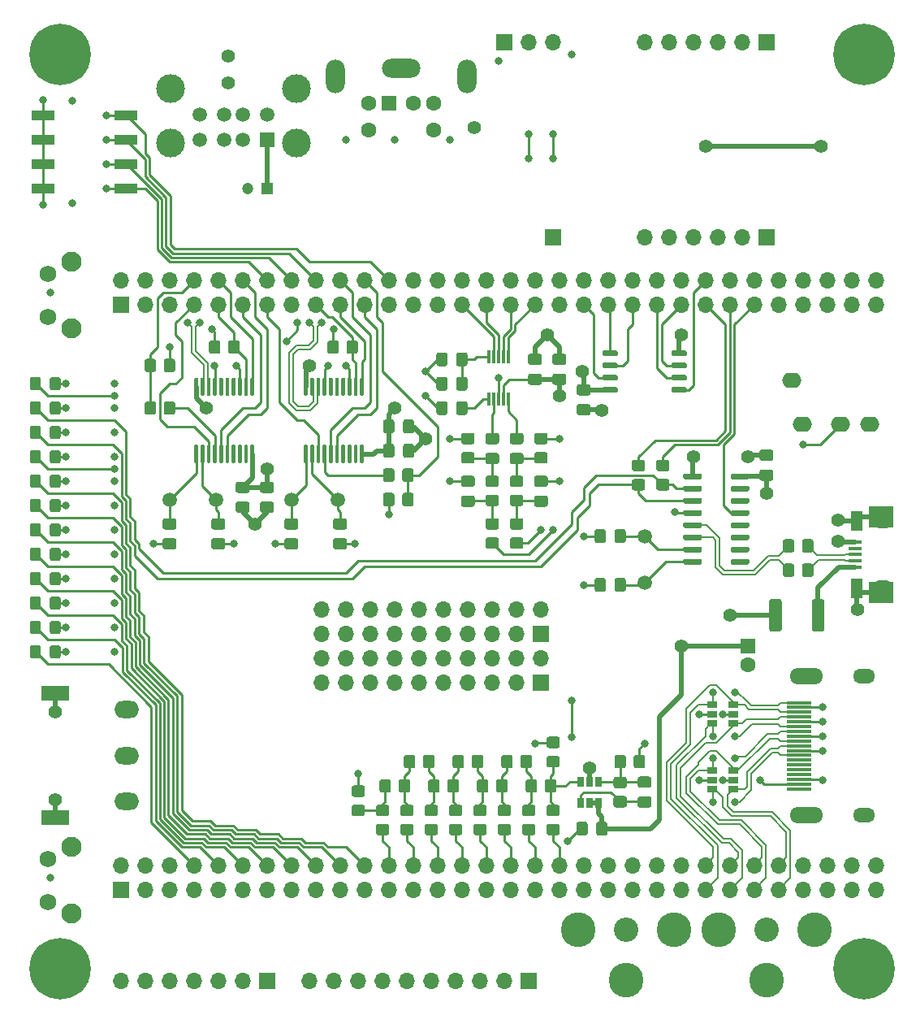
<source format=gtl>
G04 #@! TF.GenerationSoftware,KiCad,Pcbnew,5.1.10-88a1d61d58~90~ubuntu20.04.1*
G04 #@! TF.CreationDate,2021-11-05T20:40:26+01:00*
G04 #@! TF.ProjectId,FPGC4IOboard,46504743-3449-44f6-926f-6172642e6b69,rev?*
G04 #@! TF.SameCoordinates,Original*
G04 #@! TF.FileFunction,Copper,L1,Top*
G04 #@! TF.FilePolarity,Positive*
%FSLAX46Y46*%
G04 Gerber Fmt 4.6, Leading zero omitted, Abs format (unit mm)*
G04 Created by KiCad (PCBNEW 5.1.10-88a1d61d58~90~ubuntu20.04.1) date 2021-11-05 20:40:26*
%MOMM*%
%LPD*%
G01*
G04 APERTURE LIST*
G04 #@! TA.AperFunction,ComponentPad*
%ADD10C,2.100000*%
G04 #@! TD*
G04 #@! TA.AperFunction,ComponentPad*
%ADD11C,1.750000*%
G04 #@! TD*
G04 #@! TA.AperFunction,SMDPad,CuDef*
%ADD12R,2.440000X1.120000*%
G04 #@! TD*
G04 #@! TA.AperFunction,ComponentPad*
%ADD13R,1.700000X1.700000*%
G04 #@! TD*
G04 #@! TA.AperFunction,ComponentPad*
%ADD14O,1.700000X1.700000*%
G04 #@! TD*
G04 #@! TA.AperFunction,SMDPad,CuDef*
%ADD15R,0.300000X1.400000*%
G04 #@! TD*
G04 #@! TA.AperFunction,ComponentPad*
%ADD16R,1.600000X1.600000*%
G04 #@! TD*
G04 #@! TA.AperFunction,ComponentPad*
%ADD17C,1.600000*%
G04 #@! TD*
G04 #@! TA.AperFunction,ComponentPad*
%ADD18R,1.200000X1.200000*%
G04 #@! TD*
G04 #@! TA.AperFunction,ComponentPad*
%ADD19C,1.200000*%
G04 #@! TD*
G04 #@! TA.AperFunction,ComponentPad*
%ADD20O,2.000000X1.600000*%
G04 #@! TD*
G04 #@! TA.AperFunction,ComponentPad*
%ADD21O,2.600000X1.800000*%
G04 #@! TD*
G04 #@! TA.AperFunction,SMDPad,CuDef*
%ADD22R,3.000000X1.500000*%
G04 #@! TD*
G04 #@! TA.AperFunction,ComponentPad*
%ADD23O,4.000000X2.000000*%
G04 #@! TD*
G04 #@! TA.AperFunction,ComponentPad*
%ADD24O,2.000000X3.500000*%
G04 #@! TD*
G04 #@! TA.AperFunction,ComponentPad*
%ADD25C,1.500000*%
G04 #@! TD*
G04 #@! TA.AperFunction,ComponentPad*
%ADD26C,3.000000*%
G04 #@! TD*
G04 #@! TA.AperFunction,ComponentPad*
%ADD27R,1.500000X1.500000*%
G04 #@! TD*
G04 #@! TA.AperFunction,ComponentPad*
%ADD28O,2.300000X1.500000*%
G04 #@! TD*
G04 #@! TA.AperFunction,ComponentPad*
%ADD29O,3.500000X1.700000*%
G04 #@! TD*
G04 #@! TA.AperFunction,SMDPad,CuDef*
%ADD30R,2.600000X0.300000*%
G04 #@! TD*
G04 #@! TA.AperFunction,ComponentPad*
%ADD31C,6.400000*%
G04 #@! TD*
G04 #@! TA.AperFunction,SMDPad,CuDef*
%ADD32R,1.350000X0.450000*%
G04 #@! TD*
G04 #@! TA.AperFunction,SMDPad,CuDef*
%ADD33R,2.500000X2.200000*%
G04 #@! TD*
G04 #@! TA.AperFunction,SMDPad,CuDef*
%ADD34R,1.200000X2.000000*%
G04 #@! TD*
G04 #@! TA.AperFunction,ComponentPad*
%ADD35O,1.900000X1.200000*%
G04 #@! TD*
G04 #@! TA.AperFunction,SMDPad,CuDef*
%ADD36R,1.060000X0.650000*%
G04 #@! TD*
G04 #@! TA.AperFunction,SMDPad,CuDef*
%ADD37R,0.650000X1.060000*%
G04 #@! TD*
G04 #@! TA.AperFunction,ComponentPad*
%ADD38C,2.550000*%
G04 #@! TD*
G04 #@! TA.AperFunction,ComponentPad*
%ADD39C,3.616000*%
G04 #@! TD*
G04 #@! TA.AperFunction,ViaPad*
%ADD40C,1.400000*%
G04 #@! TD*
G04 #@! TA.AperFunction,ViaPad*
%ADD41C,0.800000*%
G04 #@! TD*
G04 #@! TA.AperFunction,Conductor*
%ADD42C,0.500000*%
G04 #@! TD*
G04 #@! TA.AperFunction,Conductor*
%ADD43C,0.250000*%
G04 #@! TD*
G04 #@! TA.AperFunction,Conductor*
%ADD44C,0.200000*%
G04 #@! TD*
G04 APERTURE END LIST*
D10*
X83770000Y-66020000D03*
D11*
X81280000Y-64770000D03*
X81280000Y-60270000D03*
D10*
X83770000Y-59010000D03*
D12*
X80785000Y-51435000D03*
X89395000Y-43815000D03*
X80785000Y-48895000D03*
X89395000Y-46355000D03*
X80785000Y-46355000D03*
X89395000Y-48895000D03*
X80785000Y-43815000D03*
X89395000Y-51435000D03*
D13*
X132715000Y-102870000D03*
D14*
X132715000Y-100330000D03*
X130175000Y-102870000D03*
X130175000Y-100330000D03*
X127635000Y-102870000D03*
X127635000Y-100330000D03*
X125095000Y-102870000D03*
X125095000Y-100330000D03*
X122555000Y-102870000D03*
X122555000Y-100330000D03*
X120015000Y-102870000D03*
X120015000Y-100330000D03*
X117475000Y-102870000D03*
X117475000Y-100330000D03*
X114935000Y-102870000D03*
X114935000Y-100330000D03*
X112395000Y-102870000D03*
X112395000Y-100330000D03*
X109855000Y-102870000D03*
X109855000Y-100330000D03*
X109855000Y-95250000D03*
X109855000Y-97790000D03*
X112395000Y-95250000D03*
X112395000Y-97790000D03*
X114935000Y-95250000D03*
X114935000Y-97790000D03*
X117475000Y-95250000D03*
X117475000Y-97790000D03*
X120015000Y-95250000D03*
X120015000Y-97790000D03*
X122555000Y-95250000D03*
X122555000Y-97790000D03*
X125095000Y-95250000D03*
X125095000Y-97790000D03*
X127635000Y-95250000D03*
X127635000Y-97790000D03*
X130175000Y-95250000D03*
X130175000Y-97790000D03*
X132715000Y-95250000D03*
D13*
X132715000Y-97790000D03*
X133985000Y-56515000D03*
D15*
X129270000Y-73320000D03*
X128770000Y-73320000D03*
X128270000Y-73320000D03*
X127770000Y-73320000D03*
X127270000Y-73320000D03*
X127270000Y-68920000D03*
X127770000Y-68920000D03*
X128270000Y-68920000D03*
X128770000Y-68920000D03*
X129270000Y-68920000D03*
D16*
X154305000Y-99060000D03*
D17*
X154305000Y-101060000D03*
D18*
X104140000Y-51435000D03*
D19*
X102140000Y-51435000D03*
D20*
X163980000Y-75960000D03*
X166980000Y-75960000D03*
X159980000Y-75960000D03*
X158880000Y-71360000D03*
D13*
X104140000Y-133985000D03*
D14*
X101600000Y-133985000D03*
X99060000Y-133985000D03*
X96520000Y-133985000D03*
X93980000Y-133985000D03*
X91440000Y-133985000D03*
X88900000Y-133985000D03*
D13*
X131445000Y-133985000D03*
D14*
X128905000Y-133985000D03*
X126365000Y-133985000D03*
X123825000Y-133985000D03*
X121285000Y-133985000D03*
X118745000Y-133985000D03*
X116205000Y-133985000D03*
X113665000Y-133985000D03*
X111125000Y-133985000D03*
X108585000Y-133985000D03*
X143510000Y-56515000D03*
X146050000Y-56515000D03*
X148590000Y-56515000D03*
X151130000Y-56515000D03*
X153670000Y-56515000D03*
D13*
X156210000Y-56515000D03*
X156210000Y-36195000D03*
D14*
X153670000Y-36195000D03*
X151130000Y-36195000D03*
X148590000Y-36195000D03*
X146050000Y-36195000D03*
X143510000Y-36195000D03*
D13*
X128905000Y-36195000D03*
D14*
X131445000Y-36195000D03*
X133985000Y-36195000D03*
D10*
X83770000Y-119970000D03*
D11*
X81280000Y-121230000D03*
X81280000Y-125730000D03*
D10*
X83770000Y-126980000D03*
D21*
X89535000Y-105690000D03*
X89535000Y-110490000D03*
X89535000Y-115290000D03*
D22*
X82035000Y-103990000D03*
X82035000Y-116990000D03*
D23*
X118140000Y-38895000D03*
D17*
X121540000Y-45345000D03*
X114740000Y-45345000D03*
X121540000Y-42545000D03*
X114740000Y-42545000D03*
X119440000Y-42545000D03*
D16*
X116840000Y-42545000D03*
D24*
X111290000Y-39695000D03*
X124990000Y-39695000D03*
D25*
X97140000Y-43735000D03*
X99640000Y-43735000D03*
X101640000Y-43735000D03*
X104140000Y-43735000D03*
D26*
X94070000Y-41025000D03*
X107210000Y-41025000D03*
D25*
X97140000Y-46355000D03*
X99640000Y-46355000D03*
X101640000Y-46355000D03*
D27*
X104140000Y-46355000D03*
D26*
X107210000Y-46705000D03*
X94070000Y-46705000D03*
D28*
X166370000Y-116724000D03*
X166370000Y-102224000D03*
D29*
X160410000Y-116724000D03*
X160410000Y-102224000D03*
D30*
X159650000Y-113974000D03*
X159650000Y-113474000D03*
X159650000Y-112974000D03*
X159650000Y-112474000D03*
X159650000Y-111974000D03*
X159650000Y-111474000D03*
X159650000Y-110974000D03*
X159650000Y-110474000D03*
X159650000Y-109974000D03*
X159650000Y-109474000D03*
X159650000Y-108974000D03*
X159650000Y-108474000D03*
X159650000Y-107974000D03*
X159650000Y-107474000D03*
X159650000Y-106974000D03*
X159650000Y-106474000D03*
X159650000Y-105974000D03*
X159650000Y-105474000D03*
X159650000Y-104974000D03*
D31*
X166370000Y-37465000D03*
X82550000Y-37465000D03*
X82550000Y-132715000D03*
X166370000Y-132715000D03*
D14*
X167640000Y-121920000D03*
X167640000Y-124460000D03*
X165100000Y-121920000D03*
X165100000Y-124460000D03*
X162560000Y-121920000D03*
X162560000Y-124460000D03*
X160020000Y-121920000D03*
X160020000Y-124460000D03*
X157480000Y-121920000D03*
X157480000Y-124460000D03*
X154940000Y-121920000D03*
X154940000Y-124460000D03*
X152400000Y-121920000D03*
X152400000Y-124460000D03*
X149860000Y-121920000D03*
X149860000Y-124460000D03*
X147320000Y-121920000D03*
X147320000Y-124460000D03*
X144780000Y-121920000D03*
X144780000Y-124460000D03*
X142240000Y-121920000D03*
X142240000Y-124460000D03*
X139700000Y-121920000D03*
X139700000Y-124460000D03*
X137160000Y-121920000D03*
X137160000Y-124460000D03*
X134620000Y-121920000D03*
X134620000Y-124460000D03*
X132080000Y-121920000D03*
X132080000Y-124460000D03*
X129540000Y-121920000D03*
X129540000Y-124460000D03*
X127000000Y-121920000D03*
X127000000Y-124460000D03*
X124460000Y-121920000D03*
X124460000Y-124460000D03*
X121920000Y-121920000D03*
X121920000Y-124460000D03*
X119380000Y-121920000D03*
X119380000Y-124460000D03*
X116840000Y-121920000D03*
X116840000Y-124460000D03*
X114300000Y-121920000D03*
X114300000Y-124460000D03*
X111760000Y-121920000D03*
X111760000Y-124460000D03*
X109220000Y-121920000D03*
X109220000Y-124460000D03*
X106680000Y-121920000D03*
X106680000Y-124460000D03*
X104140000Y-121920000D03*
X104140000Y-124460000D03*
X101600000Y-121920000D03*
X101600000Y-124460000D03*
X99060000Y-121920000D03*
X99060000Y-124460000D03*
X96520000Y-121920000D03*
X96520000Y-124460000D03*
X93980000Y-121920000D03*
X93980000Y-124460000D03*
X91440000Y-121920000D03*
X91440000Y-124460000D03*
X88900000Y-121920000D03*
D13*
X88900000Y-124460000D03*
X88900000Y-63500000D03*
D14*
X88900000Y-60960000D03*
X91440000Y-63500000D03*
X91440000Y-60960000D03*
X93980000Y-63500000D03*
X93980000Y-60960000D03*
X96520000Y-63500000D03*
X96520000Y-60960000D03*
X99060000Y-63500000D03*
X99060000Y-60960000D03*
X101600000Y-63500000D03*
X101600000Y-60960000D03*
X104140000Y-63500000D03*
X104140000Y-60960000D03*
X106680000Y-63500000D03*
X106680000Y-60960000D03*
X109220000Y-63500000D03*
X109220000Y-60960000D03*
X111760000Y-63500000D03*
X111760000Y-60960000D03*
X114300000Y-63500000D03*
X114300000Y-60960000D03*
X116840000Y-63500000D03*
X116840000Y-60960000D03*
X119380000Y-63500000D03*
X119380000Y-60960000D03*
X121920000Y-63500000D03*
X121920000Y-60960000D03*
X124460000Y-63500000D03*
X124460000Y-60960000D03*
X127000000Y-63500000D03*
X127000000Y-60960000D03*
X129540000Y-63500000D03*
X129540000Y-60960000D03*
X132080000Y-63500000D03*
X132080000Y-60960000D03*
X134620000Y-63500000D03*
X134620000Y-60960000D03*
X137160000Y-63500000D03*
X137160000Y-60960000D03*
X139700000Y-63500000D03*
X139700000Y-60960000D03*
X142240000Y-63500000D03*
X142240000Y-60960000D03*
X144780000Y-63500000D03*
X144780000Y-60960000D03*
X147320000Y-63500000D03*
X147320000Y-60960000D03*
X149860000Y-63500000D03*
X149860000Y-60960000D03*
X152400000Y-63500000D03*
X152400000Y-60960000D03*
X154940000Y-63500000D03*
X154940000Y-60960000D03*
X157480000Y-63500000D03*
X157480000Y-60960000D03*
X160020000Y-63500000D03*
X160020000Y-60960000D03*
X162560000Y-63500000D03*
X162560000Y-60960000D03*
X165100000Y-63500000D03*
X165100000Y-60960000D03*
X167640000Y-63500000D03*
X167640000Y-60960000D03*
G04 #@! TA.AperFunction,SMDPad,CuDef*
G36*
G01*
X139652500Y-117635000D02*
X139652500Y-118585000D01*
G75*
G02*
X139402500Y-118835000I-250000J0D01*
G01*
X138727500Y-118835000D01*
G75*
G02*
X138477500Y-118585000I0J250000D01*
G01*
X138477500Y-117635000D01*
G75*
G02*
X138727500Y-117385000I250000J0D01*
G01*
X139402500Y-117385000D01*
G75*
G02*
X139652500Y-117635000I0J-250000D01*
G01*
G37*
G04 #@! TD.AperFunction*
G04 #@! TA.AperFunction,SMDPad,CuDef*
G36*
G01*
X137577500Y-117635000D02*
X137577500Y-118585000D01*
G75*
G02*
X137327500Y-118835000I-250000J0D01*
G01*
X136652500Y-118835000D01*
G75*
G02*
X136402500Y-118585000I0J250000D01*
G01*
X136402500Y-117635000D01*
G75*
G02*
X136652500Y-117385000I250000J0D01*
G01*
X137327500Y-117385000D01*
G75*
G02*
X137577500Y-117635000I0J-250000D01*
G01*
G37*
G04 #@! TD.AperFunction*
G04 #@! TA.AperFunction,SMDPad,CuDef*
G36*
G01*
X143035000Y-114750000D02*
X143985000Y-114750000D01*
G75*
G02*
X144235000Y-115000000I0J-250000D01*
G01*
X144235000Y-115675000D01*
G75*
G02*
X143985000Y-115925000I-250000J0D01*
G01*
X143035000Y-115925000D01*
G75*
G02*
X142785000Y-115675000I0J250000D01*
G01*
X142785000Y-115000000D01*
G75*
G02*
X143035000Y-114750000I250000J0D01*
G01*
G37*
G04 #@! TD.AperFunction*
G04 #@! TA.AperFunction,SMDPad,CuDef*
G36*
G01*
X143035000Y-112675000D02*
X143985000Y-112675000D01*
G75*
G02*
X144235000Y-112925000I0J-250000D01*
G01*
X144235000Y-113600000D01*
G75*
G02*
X143985000Y-113850000I-250000J0D01*
G01*
X143035000Y-113850000D01*
G75*
G02*
X142785000Y-113600000I0J250000D01*
G01*
X142785000Y-112925000D01*
G75*
G02*
X143035000Y-112675000I250000J0D01*
G01*
G37*
G04 #@! TD.AperFunction*
G04 #@! TA.AperFunction,SMDPad,CuDef*
G36*
G01*
X122972500Y-71280000D02*
X122972500Y-72230000D01*
G75*
G02*
X122722500Y-72480000I-250000J0D01*
G01*
X122047500Y-72480000D01*
G75*
G02*
X121797500Y-72230000I0J250000D01*
G01*
X121797500Y-71280000D01*
G75*
G02*
X122047500Y-71030000I250000J0D01*
G01*
X122722500Y-71030000D01*
G75*
G02*
X122972500Y-71280000I0J-250000D01*
G01*
G37*
G04 #@! TD.AperFunction*
G04 #@! TA.AperFunction,SMDPad,CuDef*
G36*
G01*
X125047500Y-71280000D02*
X125047500Y-72230000D01*
G75*
G02*
X124797500Y-72480000I-250000J0D01*
G01*
X124122500Y-72480000D01*
G75*
G02*
X123872500Y-72230000I0J250000D01*
G01*
X123872500Y-71280000D01*
G75*
G02*
X124122500Y-71030000I250000J0D01*
G01*
X124797500Y-71030000D01*
G75*
G02*
X125047500Y-71280000I0J-250000D01*
G01*
G37*
G04 #@! TD.AperFunction*
G04 #@! TA.AperFunction,SMDPad,CuDef*
G36*
G01*
X125047500Y-68740000D02*
X125047500Y-69690000D01*
G75*
G02*
X124797500Y-69940000I-250000J0D01*
G01*
X124122500Y-69940000D01*
G75*
G02*
X123872500Y-69690000I0J250000D01*
G01*
X123872500Y-68740000D01*
G75*
G02*
X124122500Y-68490000I250000J0D01*
G01*
X124797500Y-68490000D01*
G75*
G02*
X125047500Y-68740000I0J-250000D01*
G01*
G37*
G04 #@! TD.AperFunction*
G04 #@! TA.AperFunction,SMDPad,CuDef*
G36*
G01*
X122972500Y-68740000D02*
X122972500Y-69690000D01*
G75*
G02*
X122722500Y-69940000I-250000J0D01*
G01*
X122047500Y-69940000D01*
G75*
G02*
X121797500Y-69690000I0J250000D01*
G01*
X121797500Y-68740000D01*
G75*
G02*
X122047500Y-68490000I250000J0D01*
G01*
X122722500Y-68490000D01*
G75*
G02*
X122972500Y-68740000I0J-250000D01*
G01*
G37*
G04 #@! TD.AperFunction*
G04 #@! TA.AperFunction,SMDPad,CuDef*
G36*
G01*
X122972500Y-73820000D02*
X122972500Y-74770000D01*
G75*
G02*
X122722500Y-75020000I-250000J0D01*
G01*
X122047500Y-75020000D01*
G75*
G02*
X121797500Y-74770000I0J250000D01*
G01*
X121797500Y-73820000D01*
G75*
G02*
X122047500Y-73570000I250000J0D01*
G01*
X122722500Y-73570000D01*
G75*
G02*
X122972500Y-73820000I0J-250000D01*
G01*
G37*
G04 #@! TD.AperFunction*
G04 #@! TA.AperFunction,SMDPad,CuDef*
G36*
G01*
X125047500Y-73820000D02*
X125047500Y-74770000D01*
G75*
G02*
X124797500Y-75020000I-250000J0D01*
G01*
X124122500Y-75020000D01*
G75*
G02*
X123872500Y-74770000I0J250000D01*
G01*
X123872500Y-73820000D01*
G75*
G02*
X124122500Y-73570000I250000J0D01*
G01*
X124797500Y-73570000D01*
G75*
G02*
X125047500Y-73820000I0J-250000D01*
G01*
G37*
G04 #@! TD.AperFunction*
G04 #@! TA.AperFunction,SMDPad,CuDef*
G36*
G01*
X102075000Y-85212500D02*
X101125000Y-85212500D01*
G75*
G02*
X100875000Y-84962500I0J250000D01*
G01*
X100875000Y-84287500D01*
G75*
G02*
X101125000Y-84037500I250000J0D01*
G01*
X102075000Y-84037500D01*
G75*
G02*
X102325000Y-84287500I0J-250000D01*
G01*
X102325000Y-84962500D01*
G75*
G02*
X102075000Y-85212500I-250000J0D01*
G01*
G37*
G04 #@! TD.AperFunction*
G04 #@! TA.AperFunction,SMDPad,CuDef*
G36*
G01*
X102075000Y-83137500D02*
X101125000Y-83137500D01*
G75*
G02*
X100875000Y-82887500I0J250000D01*
G01*
X100875000Y-82212500D01*
G75*
G02*
X101125000Y-81962500I250000J0D01*
G01*
X102075000Y-81962500D01*
G75*
G02*
X102325000Y-82212500I0J-250000D01*
G01*
X102325000Y-82887500D01*
G75*
G02*
X102075000Y-83137500I-250000J0D01*
G01*
G37*
G04 #@! TD.AperFunction*
G04 #@! TA.AperFunction,SMDPad,CuDef*
G36*
G01*
X104615000Y-85212500D02*
X103665000Y-85212500D01*
G75*
G02*
X103415000Y-84962500I0J250000D01*
G01*
X103415000Y-84287500D01*
G75*
G02*
X103665000Y-84037500I250000J0D01*
G01*
X104615000Y-84037500D01*
G75*
G02*
X104865000Y-84287500I0J-250000D01*
G01*
X104865000Y-84962500D01*
G75*
G02*
X104615000Y-85212500I-250000J0D01*
G01*
G37*
G04 #@! TD.AperFunction*
G04 #@! TA.AperFunction,SMDPad,CuDef*
G36*
G01*
X104615000Y-83137500D02*
X103665000Y-83137500D01*
G75*
G02*
X103415000Y-82887500I0J250000D01*
G01*
X103415000Y-82212500D01*
G75*
G02*
X103665000Y-81962500I250000J0D01*
G01*
X104615000Y-81962500D01*
G75*
G02*
X104865000Y-82212500I0J-250000D01*
G01*
X104865000Y-82887500D01*
G75*
G02*
X104615000Y-83137500I-250000J0D01*
G01*
G37*
G04 #@! TD.AperFunction*
G04 #@! TA.AperFunction,SMDPad,CuDef*
G36*
G01*
X98585000Y-87847500D02*
X99535000Y-87847500D01*
G75*
G02*
X99785000Y-88097500I0J-250000D01*
G01*
X99785000Y-88772500D01*
G75*
G02*
X99535000Y-89022500I-250000J0D01*
G01*
X98585000Y-89022500D01*
G75*
G02*
X98335000Y-88772500I0J250000D01*
G01*
X98335000Y-88097500D01*
G75*
G02*
X98585000Y-87847500I250000J0D01*
G01*
G37*
G04 #@! TD.AperFunction*
G04 #@! TA.AperFunction,SMDPad,CuDef*
G36*
G01*
X98585000Y-85772500D02*
X99535000Y-85772500D01*
G75*
G02*
X99785000Y-86022500I0J-250000D01*
G01*
X99785000Y-86697500D01*
G75*
G02*
X99535000Y-86947500I-250000J0D01*
G01*
X98585000Y-86947500D01*
G75*
G02*
X98335000Y-86697500I0J250000D01*
G01*
X98335000Y-86022500D01*
G75*
G02*
X98585000Y-85772500I250000J0D01*
G01*
G37*
G04 #@! TD.AperFunction*
G04 #@! TA.AperFunction,SMDPad,CuDef*
G36*
G01*
X94455000Y-86947500D02*
X93505000Y-86947500D01*
G75*
G02*
X93255000Y-86697500I0J250000D01*
G01*
X93255000Y-86022500D01*
G75*
G02*
X93505000Y-85772500I250000J0D01*
G01*
X94455000Y-85772500D01*
G75*
G02*
X94705000Y-86022500I0J-250000D01*
G01*
X94705000Y-86697500D01*
G75*
G02*
X94455000Y-86947500I-250000J0D01*
G01*
G37*
G04 #@! TD.AperFunction*
G04 #@! TA.AperFunction,SMDPad,CuDef*
G36*
G01*
X94455000Y-89022500D02*
X93505000Y-89022500D01*
G75*
G02*
X93255000Y-88772500I0J250000D01*
G01*
X93255000Y-88097500D01*
G75*
G02*
X93505000Y-87847500I250000J0D01*
G01*
X94455000Y-87847500D01*
G75*
G02*
X94705000Y-88097500I0J-250000D01*
G01*
X94705000Y-88772500D01*
G75*
G02*
X94455000Y-89022500I-250000J0D01*
G01*
G37*
G04 #@! TD.AperFunction*
G04 #@! TA.AperFunction,SMDPad,CuDef*
G36*
G01*
X111285000Y-85772500D02*
X112235000Y-85772500D01*
G75*
G02*
X112485000Y-86022500I0J-250000D01*
G01*
X112485000Y-86697500D01*
G75*
G02*
X112235000Y-86947500I-250000J0D01*
G01*
X111285000Y-86947500D01*
G75*
G02*
X111035000Y-86697500I0J250000D01*
G01*
X111035000Y-86022500D01*
G75*
G02*
X111285000Y-85772500I250000J0D01*
G01*
G37*
G04 #@! TD.AperFunction*
G04 #@! TA.AperFunction,SMDPad,CuDef*
G36*
G01*
X111285000Y-87847500D02*
X112235000Y-87847500D01*
G75*
G02*
X112485000Y-88097500I0J-250000D01*
G01*
X112485000Y-88772500D01*
G75*
G02*
X112235000Y-89022500I-250000J0D01*
G01*
X111285000Y-89022500D01*
G75*
G02*
X111035000Y-88772500I0J250000D01*
G01*
X111035000Y-88097500D01*
G75*
G02*
X111285000Y-87847500I250000J0D01*
G01*
G37*
G04 #@! TD.AperFunction*
G04 #@! TA.AperFunction,SMDPad,CuDef*
G36*
G01*
X107155000Y-86947500D02*
X106205000Y-86947500D01*
G75*
G02*
X105955000Y-86697500I0J250000D01*
G01*
X105955000Y-86022500D01*
G75*
G02*
X106205000Y-85772500I250000J0D01*
G01*
X107155000Y-85772500D01*
G75*
G02*
X107405000Y-86022500I0J-250000D01*
G01*
X107405000Y-86697500D01*
G75*
G02*
X107155000Y-86947500I-250000J0D01*
G01*
G37*
G04 #@! TD.AperFunction*
G04 #@! TA.AperFunction,SMDPad,CuDef*
G36*
G01*
X107155000Y-89022500D02*
X106205000Y-89022500D01*
G75*
G02*
X105955000Y-88772500I0J250000D01*
G01*
X105955000Y-88097500D01*
G75*
G02*
X106205000Y-87847500I250000J0D01*
G01*
X107155000Y-87847500D01*
G75*
G02*
X107405000Y-88097500I0J-250000D01*
G01*
X107405000Y-88772500D01*
G75*
G02*
X107155000Y-89022500I-250000J0D01*
G01*
G37*
G04 #@! TD.AperFunction*
G04 #@! TA.AperFunction,SMDPad,CuDef*
G36*
G01*
X155735000Y-78617500D02*
X156685000Y-78617500D01*
G75*
G02*
X156935000Y-78867500I0J-250000D01*
G01*
X156935000Y-79542500D01*
G75*
G02*
X156685000Y-79792500I-250000J0D01*
G01*
X155735000Y-79792500D01*
G75*
G02*
X155485000Y-79542500I0J250000D01*
G01*
X155485000Y-78867500D01*
G75*
G02*
X155735000Y-78617500I250000J0D01*
G01*
G37*
G04 #@! TD.AperFunction*
G04 #@! TA.AperFunction,SMDPad,CuDef*
G36*
G01*
X155735000Y-80692500D02*
X156685000Y-80692500D01*
G75*
G02*
X156935000Y-80942500I0J-250000D01*
G01*
X156935000Y-81617500D01*
G75*
G02*
X156685000Y-81867500I-250000J0D01*
G01*
X155735000Y-81867500D01*
G75*
G02*
X155485000Y-81617500I0J250000D01*
G01*
X155485000Y-80942500D01*
G75*
G02*
X155735000Y-80692500I250000J0D01*
G01*
G37*
G04 #@! TD.AperFunction*
G04 #@! TA.AperFunction,SMDPad,CuDef*
G36*
G01*
X132555000Y-69802500D02*
X131605000Y-69802500D01*
G75*
G02*
X131355000Y-69552500I0J250000D01*
G01*
X131355000Y-68877500D01*
G75*
G02*
X131605000Y-68627500I250000J0D01*
G01*
X132555000Y-68627500D01*
G75*
G02*
X132805000Y-68877500I0J-250000D01*
G01*
X132805000Y-69552500D01*
G75*
G02*
X132555000Y-69802500I-250000J0D01*
G01*
G37*
G04 #@! TD.AperFunction*
G04 #@! TA.AperFunction,SMDPad,CuDef*
G36*
G01*
X132555000Y-71877500D02*
X131605000Y-71877500D01*
G75*
G02*
X131355000Y-71627500I0J250000D01*
G01*
X131355000Y-70952500D01*
G75*
G02*
X131605000Y-70702500I250000J0D01*
G01*
X132555000Y-70702500D01*
G75*
G02*
X132805000Y-70952500I0J-250000D01*
G01*
X132805000Y-71627500D01*
G75*
G02*
X132555000Y-71877500I-250000J0D01*
G01*
G37*
G04 #@! TD.AperFunction*
G04 #@! TA.AperFunction,SMDPad,CuDef*
G36*
G01*
X119502500Y-75725000D02*
X119502500Y-76675000D01*
G75*
G02*
X119252500Y-76925000I-250000J0D01*
G01*
X118577500Y-76925000D01*
G75*
G02*
X118327500Y-76675000I0J250000D01*
G01*
X118327500Y-75725000D01*
G75*
G02*
X118577500Y-75475000I250000J0D01*
G01*
X119252500Y-75475000D01*
G75*
G02*
X119502500Y-75725000I0J-250000D01*
G01*
G37*
G04 #@! TD.AperFunction*
G04 #@! TA.AperFunction,SMDPad,CuDef*
G36*
G01*
X117427500Y-75725000D02*
X117427500Y-76675000D01*
G75*
G02*
X117177500Y-76925000I-250000J0D01*
G01*
X116502500Y-76925000D01*
G75*
G02*
X116252500Y-76675000I0J250000D01*
G01*
X116252500Y-75725000D01*
G75*
G02*
X116502500Y-75475000I250000J0D01*
G01*
X117177500Y-75475000D01*
G75*
G02*
X117427500Y-75725000I0J-250000D01*
G01*
G37*
G04 #@! TD.AperFunction*
G04 #@! TA.AperFunction,SMDPad,CuDef*
G36*
G01*
X119502500Y-78265000D02*
X119502500Y-79215000D01*
G75*
G02*
X119252500Y-79465000I-250000J0D01*
G01*
X118577500Y-79465000D01*
G75*
G02*
X118327500Y-79215000I0J250000D01*
G01*
X118327500Y-78265000D01*
G75*
G02*
X118577500Y-78015000I250000J0D01*
G01*
X119252500Y-78015000D01*
G75*
G02*
X119502500Y-78265000I0J-250000D01*
G01*
G37*
G04 #@! TD.AperFunction*
G04 #@! TA.AperFunction,SMDPad,CuDef*
G36*
G01*
X117427500Y-78265000D02*
X117427500Y-79215000D01*
G75*
G02*
X117177500Y-79465000I-250000J0D01*
G01*
X116502500Y-79465000D01*
G75*
G02*
X116252500Y-79215000I0J250000D01*
G01*
X116252500Y-78265000D01*
G75*
G02*
X116502500Y-78015000I250000J0D01*
G01*
X117177500Y-78015000D01*
G75*
G02*
X117427500Y-78265000I0J-250000D01*
G01*
G37*
G04 #@! TD.AperFunction*
G04 #@! TA.AperFunction,SMDPad,CuDef*
G36*
G01*
X135095000Y-69802500D02*
X134145000Y-69802500D01*
G75*
G02*
X133895000Y-69552500I0J250000D01*
G01*
X133895000Y-68877500D01*
G75*
G02*
X134145000Y-68627500I250000J0D01*
G01*
X135095000Y-68627500D01*
G75*
G02*
X135345000Y-68877500I0J-250000D01*
G01*
X135345000Y-69552500D01*
G75*
G02*
X135095000Y-69802500I-250000J0D01*
G01*
G37*
G04 #@! TD.AperFunction*
G04 #@! TA.AperFunction,SMDPad,CuDef*
G36*
G01*
X135095000Y-71877500D02*
X134145000Y-71877500D01*
G75*
G02*
X133895000Y-71627500I0J250000D01*
G01*
X133895000Y-70952500D01*
G75*
G02*
X134145000Y-70702500I250000J0D01*
G01*
X135095000Y-70702500D01*
G75*
G02*
X135345000Y-70952500I0J-250000D01*
G01*
X135345000Y-71627500D01*
G75*
G02*
X135095000Y-71877500I-250000J0D01*
G01*
G37*
G04 #@! TD.AperFunction*
G04 #@! TA.AperFunction,SMDPad,CuDef*
G36*
G01*
X129700000Y-76882500D02*
X130650000Y-76882500D01*
G75*
G02*
X130900000Y-77132500I0J-250000D01*
G01*
X130900000Y-77807500D01*
G75*
G02*
X130650000Y-78057500I-250000J0D01*
G01*
X129700000Y-78057500D01*
G75*
G02*
X129450000Y-77807500I0J250000D01*
G01*
X129450000Y-77132500D01*
G75*
G02*
X129700000Y-76882500I250000J0D01*
G01*
G37*
G04 #@! TD.AperFunction*
G04 #@! TA.AperFunction,SMDPad,CuDef*
G36*
G01*
X129700000Y-78957500D02*
X130650000Y-78957500D01*
G75*
G02*
X130900000Y-79207500I0J-250000D01*
G01*
X130900000Y-79882500D01*
G75*
G02*
X130650000Y-80132500I-250000J0D01*
G01*
X129700000Y-80132500D01*
G75*
G02*
X129450000Y-79882500I0J250000D01*
G01*
X129450000Y-79207500D01*
G75*
G02*
X129700000Y-78957500I250000J0D01*
G01*
G37*
G04 #@! TD.AperFunction*
G04 #@! TA.AperFunction,SMDPad,CuDef*
G36*
G01*
X137635000Y-72977500D02*
X136685000Y-72977500D01*
G75*
G02*
X136435000Y-72727500I0J250000D01*
G01*
X136435000Y-72052500D01*
G75*
G02*
X136685000Y-71802500I250000J0D01*
G01*
X137635000Y-71802500D01*
G75*
G02*
X137885000Y-72052500I0J-250000D01*
G01*
X137885000Y-72727500D01*
G75*
G02*
X137635000Y-72977500I-250000J0D01*
G01*
G37*
G04 #@! TD.AperFunction*
G04 #@! TA.AperFunction,SMDPad,CuDef*
G36*
G01*
X137635000Y-75052500D02*
X136685000Y-75052500D01*
G75*
G02*
X136435000Y-74802500I0J250000D01*
G01*
X136435000Y-74127500D01*
G75*
G02*
X136685000Y-73877500I250000J0D01*
G01*
X137635000Y-73877500D01*
G75*
G02*
X137885000Y-74127500I0J-250000D01*
G01*
X137885000Y-74802500D01*
G75*
G02*
X137635000Y-75052500I-250000J0D01*
G01*
G37*
G04 #@! TD.AperFunction*
G04 #@! TA.AperFunction,SMDPad,CuDef*
G36*
G01*
X127160000Y-78957500D02*
X128110000Y-78957500D01*
G75*
G02*
X128360000Y-79207500I0J-250000D01*
G01*
X128360000Y-79882500D01*
G75*
G02*
X128110000Y-80132500I-250000J0D01*
G01*
X127160000Y-80132500D01*
G75*
G02*
X126910000Y-79882500I0J250000D01*
G01*
X126910000Y-79207500D01*
G75*
G02*
X127160000Y-78957500I250000J0D01*
G01*
G37*
G04 #@! TD.AperFunction*
G04 #@! TA.AperFunction,SMDPad,CuDef*
G36*
G01*
X127160000Y-76882500D02*
X128110000Y-76882500D01*
G75*
G02*
X128360000Y-77132500I0J-250000D01*
G01*
X128360000Y-77807500D01*
G75*
G02*
X128110000Y-78057500I-250000J0D01*
G01*
X127160000Y-78057500D01*
G75*
G02*
X126910000Y-77807500I0J250000D01*
G01*
X126910000Y-77132500D01*
G75*
G02*
X127160000Y-76882500I250000J0D01*
G01*
G37*
G04 #@! TD.AperFunction*
G04 #@! TA.AperFunction,SMDPad,CuDef*
G36*
G01*
X141557500Y-92235000D02*
X141557500Y-93185000D01*
G75*
G02*
X141307500Y-93435000I-250000J0D01*
G01*
X140632500Y-93435000D01*
G75*
G02*
X140382500Y-93185000I0J250000D01*
G01*
X140382500Y-92235000D01*
G75*
G02*
X140632500Y-91985000I250000J0D01*
G01*
X141307500Y-91985000D01*
G75*
G02*
X141557500Y-92235000I0J-250000D01*
G01*
G37*
G04 #@! TD.AperFunction*
G04 #@! TA.AperFunction,SMDPad,CuDef*
G36*
G01*
X139482500Y-92235000D02*
X139482500Y-93185000D01*
G75*
G02*
X139232500Y-93435000I-250000J0D01*
G01*
X138557500Y-93435000D01*
G75*
G02*
X138307500Y-93185000I0J250000D01*
G01*
X138307500Y-92235000D01*
G75*
G02*
X138557500Y-91985000I250000J0D01*
G01*
X139232500Y-91985000D01*
G75*
G02*
X139482500Y-92235000I0J-250000D01*
G01*
G37*
G04 #@! TD.AperFunction*
G04 #@! TA.AperFunction,SMDPad,CuDef*
G36*
G01*
X140382500Y-88105000D02*
X140382500Y-87155000D01*
G75*
G02*
X140632500Y-86905000I250000J0D01*
G01*
X141307500Y-86905000D01*
G75*
G02*
X141557500Y-87155000I0J-250000D01*
G01*
X141557500Y-88105000D01*
G75*
G02*
X141307500Y-88355000I-250000J0D01*
G01*
X140632500Y-88355000D01*
G75*
G02*
X140382500Y-88105000I0J250000D01*
G01*
G37*
G04 #@! TD.AperFunction*
G04 #@! TA.AperFunction,SMDPad,CuDef*
G36*
G01*
X138307500Y-88105000D02*
X138307500Y-87155000D01*
G75*
G02*
X138557500Y-86905000I250000J0D01*
G01*
X139232500Y-86905000D01*
G75*
G02*
X139482500Y-87155000I0J-250000D01*
G01*
X139482500Y-88105000D01*
G75*
G02*
X139232500Y-88355000I-250000J0D01*
G01*
X138557500Y-88355000D01*
G75*
G02*
X138307500Y-88105000I0J250000D01*
G01*
G37*
G04 #@! TD.AperFunction*
G04 #@! TA.AperFunction,SMDPad,CuDef*
G36*
G01*
X132240000Y-81327500D02*
X133190000Y-81327500D01*
G75*
G02*
X133440000Y-81577500I0J-250000D01*
G01*
X133440000Y-82252500D01*
G75*
G02*
X133190000Y-82502500I-250000J0D01*
G01*
X132240000Y-82502500D01*
G75*
G02*
X131990000Y-82252500I0J250000D01*
G01*
X131990000Y-81577500D01*
G75*
G02*
X132240000Y-81327500I250000J0D01*
G01*
G37*
G04 #@! TD.AperFunction*
G04 #@! TA.AperFunction,SMDPad,CuDef*
G36*
G01*
X132240000Y-83402500D02*
X133190000Y-83402500D01*
G75*
G02*
X133440000Y-83652500I0J-250000D01*
G01*
X133440000Y-84327500D01*
G75*
G02*
X133190000Y-84577500I-250000J0D01*
G01*
X132240000Y-84577500D01*
G75*
G02*
X131990000Y-84327500I0J250000D01*
G01*
X131990000Y-83652500D01*
G75*
G02*
X132240000Y-83402500I250000J0D01*
G01*
G37*
G04 #@! TD.AperFunction*
G04 #@! TA.AperFunction,SMDPad,CuDef*
G36*
G01*
X125570000Y-84577500D02*
X124620000Y-84577500D01*
G75*
G02*
X124370000Y-84327500I0J250000D01*
G01*
X124370000Y-83652500D01*
G75*
G02*
X124620000Y-83402500I250000J0D01*
G01*
X125570000Y-83402500D01*
G75*
G02*
X125820000Y-83652500I0J-250000D01*
G01*
X125820000Y-84327500D01*
G75*
G02*
X125570000Y-84577500I-250000J0D01*
G01*
G37*
G04 #@! TD.AperFunction*
G04 #@! TA.AperFunction,SMDPad,CuDef*
G36*
G01*
X125570000Y-82502500D02*
X124620000Y-82502500D01*
G75*
G02*
X124370000Y-82252500I0J250000D01*
G01*
X124370000Y-81577500D01*
G75*
G02*
X124620000Y-81327500I250000J0D01*
G01*
X125570000Y-81327500D01*
G75*
G02*
X125820000Y-81577500I0J-250000D01*
G01*
X125820000Y-82252500D01*
G75*
G02*
X125570000Y-82502500I-250000J0D01*
G01*
G37*
G04 #@! TD.AperFunction*
G04 #@! TA.AperFunction,SMDPad,CuDef*
G36*
G01*
X81485000Y-72205001D02*
X81485000Y-71304999D01*
G75*
G02*
X81734999Y-71055000I249999J0D01*
G01*
X82385001Y-71055000D01*
G75*
G02*
X82635000Y-71304999I0J-249999D01*
G01*
X82635000Y-72205001D01*
G75*
G02*
X82385001Y-72455000I-249999J0D01*
G01*
X81734999Y-72455000D01*
G75*
G02*
X81485000Y-72205001I0J249999D01*
G01*
G37*
G04 #@! TD.AperFunction*
G04 #@! TA.AperFunction,SMDPad,CuDef*
G36*
G01*
X79435000Y-72205001D02*
X79435000Y-71304999D01*
G75*
G02*
X79684999Y-71055000I249999J0D01*
G01*
X80335001Y-71055000D01*
G75*
G02*
X80585000Y-71304999I0J-249999D01*
G01*
X80585000Y-72205001D01*
G75*
G02*
X80335001Y-72455000I-249999J0D01*
G01*
X79684999Y-72455000D01*
G75*
G02*
X79435000Y-72205001I0J249999D01*
G01*
G37*
G04 #@! TD.AperFunction*
G04 #@! TA.AperFunction,SMDPad,CuDef*
G36*
G01*
X79435000Y-89985001D02*
X79435000Y-89084999D01*
G75*
G02*
X79684999Y-88835000I249999J0D01*
G01*
X80335001Y-88835000D01*
G75*
G02*
X80585000Y-89084999I0J-249999D01*
G01*
X80585000Y-89985001D01*
G75*
G02*
X80335001Y-90235000I-249999J0D01*
G01*
X79684999Y-90235000D01*
G75*
G02*
X79435000Y-89985001I0J249999D01*
G01*
G37*
G04 #@! TD.AperFunction*
G04 #@! TA.AperFunction,SMDPad,CuDef*
G36*
G01*
X81485000Y-89985001D02*
X81485000Y-89084999D01*
G75*
G02*
X81734999Y-88835000I249999J0D01*
G01*
X82385001Y-88835000D01*
G75*
G02*
X82635000Y-89084999I0J-249999D01*
G01*
X82635000Y-89985001D01*
G75*
G02*
X82385001Y-90235000I-249999J0D01*
G01*
X81734999Y-90235000D01*
G75*
G02*
X81485000Y-89985001I0J249999D01*
G01*
G37*
G04 #@! TD.AperFunction*
G04 #@! TA.AperFunction,SMDPad,CuDef*
G36*
G01*
X81485000Y-84905001D02*
X81485000Y-84004999D01*
G75*
G02*
X81734999Y-83755000I249999J0D01*
G01*
X82385001Y-83755000D01*
G75*
G02*
X82635000Y-84004999I0J-249999D01*
G01*
X82635000Y-84905001D01*
G75*
G02*
X82385001Y-85155000I-249999J0D01*
G01*
X81734999Y-85155000D01*
G75*
G02*
X81485000Y-84905001I0J249999D01*
G01*
G37*
G04 #@! TD.AperFunction*
G04 #@! TA.AperFunction,SMDPad,CuDef*
G36*
G01*
X79435000Y-84905001D02*
X79435000Y-84004999D01*
G75*
G02*
X79684999Y-83755000I249999J0D01*
G01*
X80335001Y-83755000D01*
G75*
G02*
X80585000Y-84004999I0J-249999D01*
G01*
X80585000Y-84905001D01*
G75*
G02*
X80335001Y-85155000I-249999J0D01*
G01*
X79684999Y-85155000D01*
G75*
G02*
X79435000Y-84905001I0J249999D01*
G01*
G37*
G04 #@! TD.AperFunction*
G04 #@! TA.AperFunction,SMDPad,CuDef*
G36*
G01*
X79435000Y-79825001D02*
X79435000Y-78924999D01*
G75*
G02*
X79684999Y-78675000I249999J0D01*
G01*
X80335001Y-78675000D01*
G75*
G02*
X80585000Y-78924999I0J-249999D01*
G01*
X80585000Y-79825001D01*
G75*
G02*
X80335001Y-80075000I-249999J0D01*
G01*
X79684999Y-80075000D01*
G75*
G02*
X79435000Y-79825001I0J249999D01*
G01*
G37*
G04 #@! TD.AperFunction*
G04 #@! TA.AperFunction,SMDPad,CuDef*
G36*
G01*
X81485000Y-79825001D02*
X81485000Y-78924999D01*
G75*
G02*
X81734999Y-78675000I249999J0D01*
G01*
X82385001Y-78675000D01*
G75*
G02*
X82635000Y-78924999I0J-249999D01*
G01*
X82635000Y-79825001D01*
G75*
G02*
X82385001Y-80075000I-249999J0D01*
G01*
X81734999Y-80075000D01*
G75*
G02*
X81485000Y-79825001I0J249999D01*
G01*
G37*
G04 #@! TD.AperFunction*
G04 #@! TA.AperFunction,SMDPad,CuDef*
G36*
G01*
X79435000Y-82365001D02*
X79435000Y-81464999D01*
G75*
G02*
X79684999Y-81215000I249999J0D01*
G01*
X80335001Y-81215000D01*
G75*
G02*
X80585000Y-81464999I0J-249999D01*
G01*
X80585000Y-82365001D01*
G75*
G02*
X80335001Y-82615000I-249999J0D01*
G01*
X79684999Y-82615000D01*
G75*
G02*
X79435000Y-82365001I0J249999D01*
G01*
G37*
G04 #@! TD.AperFunction*
G04 #@! TA.AperFunction,SMDPad,CuDef*
G36*
G01*
X81485000Y-82365001D02*
X81485000Y-81464999D01*
G75*
G02*
X81734999Y-81215000I249999J0D01*
G01*
X82385001Y-81215000D01*
G75*
G02*
X82635000Y-81464999I0J-249999D01*
G01*
X82635000Y-82365001D01*
G75*
G02*
X82385001Y-82615000I-249999J0D01*
G01*
X81734999Y-82615000D01*
G75*
G02*
X81485000Y-82365001I0J249999D01*
G01*
G37*
G04 #@! TD.AperFunction*
G04 #@! TA.AperFunction,SMDPad,CuDef*
G36*
G01*
X81485000Y-100145001D02*
X81485000Y-99244999D01*
G75*
G02*
X81734999Y-98995000I249999J0D01*
G01*
X82385001Y-98995000D01*
G75*
G02*
X82635000Y-99244999I0J-249999D01*
G01*
X82635000Y-100145001D01*
G75*
G02*
X82385001Y-100395000I-249999J0D01*
G01*
X81734999Y-100395000D01*
G75*
G02*
X81485000Y-100145001I0J249999D01*
G01*
G37*
G04 #@! TD.AperFunction*
G04 #@! TA.AperFunction,SMDPad,CuDef*
G36*
G01*
X79435000Y-100145001D02*
X79435000Y-99244999D01*
G75*
G02*
X79684999Y-98995000I249999J0D01*
G01*
X80335001Y-98995000D01*
G75*
G02*
X80585000Y-99244999I0J-249999D01*
G01*
X80585000Y-100145001D01*
G75*
G02*
X80335001Y-100395000I-249999J0D01*
G01*
X79684999Y-100395000D01*
G75*
G02*
X79435000Y-100145001I0J249999D01*
G01*
G37*
G04 #@! TD.AperFunction*
G04 #@! TA.AperFunction,SMDPad,CuDef*
G36*
G01*
X79435000Y-92525001D02*
X79435000Y-91624999D01*
G75*
G02*
X79684999Y-91375000I249999J0D01*
G01*
X80335001Y-91375000D01*
G75*
G02*
X80585000Y-91624999I0J-249999D01*
G01*
X80585000Y-92525001D01*
G75*
G02*
X80335001Y-92775000I-249999J0D01*
G01*
X79684999Y-92775000D01*
G75*
G02*
X79435000Y-92525001I0J249999D01*
G01*
G37*
G04 #@! TD.AperFunction*
G04 #@! TA.AperFunction,SMDPad,CuDef*
G36*
G01*
X81485000Y-92525001D02*
X81485000Y-91624999D01*
G75*
G02*
X81734999Y-91375000I249999J0D01*
G01*
X82385001Y-91375000D01*
G75*
G02*
X82635000Y-91624999I0J-249999D01*
G01*
X82635000Y-92525001D01*
G75*
G02*
X82385001Y-92775000I-249999J0D01*
G01*
X81734999Y-92775000D01*
G75*
G02*
X81485000Y-92525001I0J249999D01*
G01*
G37*
G04 #@! TD.AperFunction*
G04 #@! TA.AperFunction,SMDPad,CuDef*
G36*
G01*
X81485000Y-87445001D02*
X81485000Y-86544999D01*
G75*
G02*
X81734999Y-86295000I249999J0D01*
G01*
X82385001Y-86295000D01*
G75*
G02*
X82635000Y-86544999I0J-249999D01*
G01*
X82635000Y-87445001D01*
G75*
G02*
X82385001Y-87695000I-249999J0D01*
G01*
X81734999Y-87695000D01*
G75*
G02*
X81485000Y-87445001I0J249999D01*
G01*
G37*
G04 #@! TD.AperFunction*
G04 #@! TA.AperFunction,SMDPad,CuDef*
G36*
G01*
X79435000Y-87445001D02*
X79435000Y-86544999D01*
G75*
G02*
X79684999Y-86295000I249999J0D01*
G01*
X80335001Y-86295000D01*
G75*
G02*
X80585000Y-86544999I0J-249999D01*
G01*
X80585000Y-87445001D01*
G75*
G02*
X80335001Y-87695000I-249999J0D01*
G01*
X79684999Y-87695000D01*
G75*
G02*
X79435000Y-87445001I0J249999D01*
G01*
G37*
G04 #@! TD.AperFunction*
G04 #@! TA.AperFunction,SMDPad,CuDef*
G36*
G01*
X81485000Y-95065001D02*
X81485000Y-94164999D01*
G75*
G02*
X81734999Y-93915000I249999J0D01*
G01*
X82385001Y-93915000D01*
G75*
G02*
X82635000Y-94164999I0J-249999D01*
G01*
X82635000Y-95065001D01*
G75*
G02*
X82385001Y-95315000I-249999J0D01*
G01*
X81734999Y-95315000D01*
G75*
G02*
X81485000Y-95065001I0J249999D01*
G01*
G37*
G04 #@! TD.AperFunction*
G04 #@! TA.AperFunction,SMDPad,CuDef*
G36*
G01*
X79435000Y-95065001D02*
X79435000Y-94164999D01*
G75*
G02*
X79684999Y-93915000I249999J0D01*
G01*
X80335001Y-93915000D01*
G75*
G02*
X80585000Y-94164999I0J-249999D01*
G01*
X80585000Y-95065001D01*
G75*
G02*
X80335001Y-95315000I-249999J0D01*
G01*
X79684999Y-95315000D01*
G75*
G02*
X79435000Y-95065001I0J249999D01*
G01*
G37*
G04 #@! TD.AperFunction*
G04 #@! TA.AperFunction,SMDPad,CuDef*
G36*
G01*
X81485000Y-97605001D02*
X81485000Y-96704999D01*
G75*
G02*
X81734999Y-96455000I249999J0D01*
G01*
X82385001Y-96455000D01*
G75*
G02*
X82635000Y-96704999I0J-249999D01*
G01*
X82635000Y-97605001D01*
G75*
G02*
X82385001Y-97855000I-249999J0D01*
G01*
X81734999Y-97855000D01*
G75*
G02*
X81485000Y-97605001I0J249999D01*
G01*
G37*
G04 #@! TD.AperFunction*
G04 #@! TA.AperFunction,SMDPad,CuDef*
G36*
G01*
X79435000Y-97605001D02*
X79435000Y-96704999D01*
G75*
G02*
X79684999Y-96455000I249999J0D01*
G01*
X80335001Y-96455000D01*
G75*
G02*
X80585000Y-96704999I0J-249999D01*
G01*
X80585000Y-97605001D01*
G75*
G02*
X80335001Y-97855000I-249999J0D01*
G01*
X79684999Y-97855000D01*
G75*
G02*
X79435000Y-97605001I0J249999D01*
G01*
G37*
G04 #@! TD.AperFunction*
G04 #@! TA.AperFunction,SMDPad,CuDef*
G36*
G01*
X79435000Y-77285001D02*
X79435000Y-76384999D01*
G75*
G02*
X79684999Y-76135000I249999J0D01*
G01*
X80335001Y-76135000D01*
G75*
G02*
X80585000Y-76384999I0J-249999D01*
G01*
X80585000Y-77285001D01*
G75*
G02*
X80335001Y-77535000I-249999J0D01*
G01*
X79684999Y-77535000D01*
G75*
G02*
X79435000Y-77285001I0J249999D01*
G01*
G37*
G04 #@! TD.AperFunction*
G04 #@! TA.AperFunction,SMDPad,CuDef*
G36*
G01*
X81485000Y-77285001D02*
X81485000Y-76384999D01*
G75*
G02*
X81734999Y-76135000I249999J0D01*
G01*
X82385001Y-76135000D01*
G75*
G02*
X82635000Y-76384999I0J-249999D01*
G01*
X82635000Y-77285001D01*
G75*
G02*
X82385001Y-77535000I-249999J0D01*
G01*
X81734999Y-77535000D01*
G75*
G02*
X81485000Y-77285001I0J249999D01*
G01*
G37*
G04 #@! TD.AperFunction*
G04 #@! TA.AperFunction,SMDPad,CuDef*
G36*
G01*
X79435000Y-74745001D02*
X79435000Y-73844999D01*
G75*
G02*
X79684999Y-73595000I249999J0D01*
G01*
X80335001Y-73595000D01*
G75*
G02*
X80585000Y-73844999I0J-249999D01*
G01*
X80585000Y-74745001D01*
G75*
G02*
X80335001Y-74995000I-249999J0D01*
G01*
X79684999Y-74995000D01*
G75*
G02*
X79435000Y-74745001I0J249999D01*
G01*
G37*
G04 #@! TD.AperFunction*
G04 #@! TA.AperFunction,SMDPad,CuDef*
G36*
G01*
X81485000Y-74745001D02*
X81485000Y-73844999D01*
G75*
G02*
X81734999Y-73595000I249999J0D01*
G01*
X82385001Y-73595000D01*
G75*
G02*
X82635000Y-73844999I0J-249999D01*
G01*
X82635000Y-74745001D01*
G75*
G02*
X82385001Y-74995000I-249999J0D01*
G01*
X81734999Y-74995000D01*
G75*
G02*
X81485000Y-74745001I0J249999D01*
G01*
G37*
G04 #@! TD.AperFunction*
G04 #@! TA.AperFunction,SMDPad,CuDef*
G36*
G01*
X156510000Y-97335001D02*
X156510000Y-94434999D01*
G75*
G02*
X156759999Y-94185000I249999J0D01*
G01*
X157560001Y-94185000D01*
G75*
G02*
X157810000Y-94434999I0J-249999D01*
G01*
X157810000Y-97335001D01*
G75*
G02*
X157560001Y-97585000I-249999J0D01*
G01*
X156759999Y-97585000D01*
G75*
G02*
X156510000Y-97335001I0J249999D01*
G01*
G37*
G04 #@! TD.AperFunction*
G04 #@! TA.AperFunction,SMDPad,CuDef*
G36*
G01*
X160960000Y-97335001D02*
X160960000Y-94434999D01*
G75*
G02*
X161209999Y-94185000I249999J0D01*
G01*
X162010001Y-94185000D01*
G75*
G02*
X162260000Y-94434999I0J-249999D01*
G01*
X162260000Y-97335001D01*
G75*
G02*
X162010001Y-97585000I-249999J0D01*
G01*
X161209999Y-97585000D01*
G75*
G02*
X160960000Y-97335001I0J249999D01*
G01*
G37*
G04 #@! TD.AperFunction*
D32*
X165462000Y-88235000D03*
X165462000Y-88885000D03*
X165462000Y-89535000D03*
X165462000Y-90185000D03*
X165462000Y-90835000D03*
D33*
X168162000Y-93485000D03*
X168162000Y-85585000D03*
D34*
X165662000Y-86035000D03*
X165662000Y-93035000D03*
D35*
X168362000Y-86235000D03*
X168362000Y-92835000D03*
G04 #@! TA.AperFunction,SMDPad,CuDef*
G36*
G01*
X116655001Y-116805000D02*
X115754999Y-116805000D01*
G75*
G02*
X115505000Y-116555001I0J249999D01*
G01*
X115505000Y-115854999D01*
G75*
G02*
X115754999Y-115605000I249999J0D01*
G01*
X116655001Y-115605000D01*
G75*
G02*
X116905000Y-115854999I0J-249999D01*
G01*
X116905000Y-116555001D01*
G75*
G02*
X116655001Y-116805000I-249999J0D01*
G01*
G37*
G04 #@! TD.AperFunction*
G04 #@! TA.AperFunction,SMDPad,CuDef*
G36*
G01*
X116655001Y-118805000D02*
X115754999Y-118805000D01*
G75*
G02*
X115505000Y-118555001I0J249999D01*
G01*
X115505000Y-117854999D01*
G75*
G02*
X115754999Y-117605000I249999J0D01*
G01*
X116655001Y-117605000D01*
G75*
G02*
X116905000Y-117854999I0J-249999D01*
G01*
X116905000Y-118555001D01*
G75*
G02*
X116655001Y-118805000I-249999J0D01*
G01*
G37*
G04 #@! TD.AperFunction*
G04 #@! TA.AperFunction,SMDPad,CuDef*
G36*
G01*
X114115001Y-116805000D02*
X113214999Y-116805000D01*
G75*
G02*
X112965000Y-116555001I0J249999D01*
G01*
X112965000Y-115854999D01*
G75*
G02*
X113214999Y-115605000I249999J0D01*
G01*
X114115001Y-115605000D01*
G75*
G02*
X114365000Y-115854999I0J-249999D01*
G01*
X114365000Y-116555001D01*
G75*
G02*
X114115001Y-116805000I-249999J0D01*
G01*
G37*
G04 #@! TD.AperFunction*
G04 #@! TA.AperFunction,SMDPad,CuDef*
G36*
G01*
X114115001Y-114805000D02*
X113214999Y-114805000D01*
G75*
G02*
X112965000Y-114555001I0J249999D01*
G01*
X112965000Y-113854999D01*
G75*
G02*
X113214999Y-113605000I249999J0D01*
G01*
X114115001Y-113605000D01*
G75*
G02*
X114365000Y-113854999I0J-249999D01*
G01*
X114365000Y-114555001D01*
G75*
G02*
X114115001Y-114805000I-249999J0D01*
G01*
G37*
G04 #@! TD.AperFunction*
G04 #@! TA.AperFunction,SMDPad,CuDef*
G36*
G01*
X117875000Y-114115001D02*
X117875000Y-113214999D01*
G75*
G02*
X118124999Y-112965000I249999J0D01*
G01*
X118825001Y-112965000D01*
G75*
G02*
X119075000Y-113214999I0J-249999D01*
G01*
X119075000Y-114115001D01*
G75*
G02*
X118825001Y-114365000I-249999J0D01*
G01*
X118124999Y-114365000D01*
G75*
G02*
X117875000Y-114115001I0J249999D01*
G01*
G37*
G04 #@! TD.AperFunction*
G04 #@! TA.AperFunction,SMDPad,CuDef*
G36*
G01*
X115875000Y-114115001D02*
X115875000Y-113214999D01*
G75*
G02*
X116124999Y-112965000I249999J0D01*
G01*
X116825001Y-112965000D01*
G75*
G02*
X117075000Y-113214999I0J-249999D01*
G01*
X117075000Y-114115001D01*
G75*
G02*
X116825001Y-114365000I-249999J0D01*
G01*
X116124999Y-114365000D01*
G75*
G02*
X115875000Y-114115001I0J249999D01*
G01*
G37*
G04 #@! TD.AperFunction*
G04 #@! TA.AperFunction,SMDPad,CuDef*
G36*
G01*
X119195001Y-118805000D02*
X118294999Y-118805000D01*
G75*
G02*
X118045000Y-118555001I0J249999D01*
G01*
X118045000Y-117854999D01*
G75*
G02*
X118294999Y-117605000I249999J0D01*
G01*
X119195001Y-117605000D01*
G75*
G02*
X119445000Y-117854999I0J-249999D01*
G01*
X119445000Y-118555001D01*
G75*
G02*
X119195001Y-118805000I-249999J0D01*
G01*
G37*
G04 #@! TD.AperFunction*
G04 #@! TA.AperFunction,SMDPad,CuDef*
G36*
G01*
X119195001Y-116805000D02*
X118294999Y-116805000D01*
G75*
G02*
X118045000Y-116555001I0J249999D01*
G01*
X118045000Y-115854999D01*
G75*
G02*
X118294999Y-115605000I249999J0D01*
G01*
X119195001Y-115605000D01*
G75*
G02*
X119445000Y-115854999I0J-249999D01*
G01*
X119445000Y-116555001D01*
G75*
G02*
X119195001Y-116805000I-249999J0D01*
G01*
G37*
G04 #@! TD.AperFunction*
G04 #@! TA.AperFunction,SMDPad,CuDef*
G36*
G01*
X99295000Y-67494999D02*
X99295000Y-68395001D01*
G75*
G02*
X99045001Y-68645000I-249999J0D01*
G01*
X98344999Y-68645000D01*
G75*
G02*
X98095000Y-68395001I0J249999D01*
G01*
X98095000Y-67494999D01*
G75*
G02*
X98344999Y-67245000I249999J0D01*
G01*
X99045001Y-67245000D01*
G75*
G02*
X99295000Y-67494999I0J-249999D01*
G01*
G37*
G04 #@! TD.AperFunction*
G04 #@! TA.AperFunction,SMDPad,CuDef*
G36*
G01*
X101295000Y-67494999D02*
X101295000Y-68395001D01*
G75*
G02*
X101045001Y-68645000I-249999J0D01*
G01*
X100344999Y-68645000D01*
G75*
G02*
X100095000Y-68395001I0J249999D01*
G01*
X100095000Y-67494999D01*
G75*
G02*
X100344999Y-67245000I249999J0D01*
G01*
X101045001Y-67245000D01*
G75*
G02*
X101295000Y-67494999I0J-249999D01*
G01*
G37*
G04 #@! TD.AperFunction*
G04 #@! TA.AperFunction,SMDPad,CuDef*
G36*
G01*
X118415000Y-111575001D02*
X118415000Y-110674999D01*
G75*
G02*
X118664999Y-110425000I249999J0D01*
G01*
X119365001Y-110425000D01*
G75*
G02*
X119615000Y-110674999I0J-249999D01*
G01*
X119615000Y-111575001D01*
G75*
G02*
X119365001Y-111825000I-249999J0D01*
G01*
X118664999Y-111825000D01*
G75*
G02*
X118415000Y-111575001I0J249999D01*
G01*
G37*
G04 #@! TD.AperFunction*
G04 #@! TA.AperFunction,SMDPad,CuDef*
G36*
G01*
X120415000Y-111575001D02*
X120415000Y-110674999D01*
G75*
G02*
X120664999Y-110425000I249999J0D01*
G01*
X121365001Y-110425000D01*
G75*
G02*
X121615000Y-110674999I0J-249999D01*
G01*
X121615000Y-111575001D01*
G75*
G02*
X121365001Y-111825000I-249999J0D01*
G01*
X120664999Y-111825000D01*
G75*
G02*
X120415000Y-111575001I0J249999D01*
G01*
G37*
G04 #@! TD.AperFunction*
G04 #@! TA.AperFunction,SMDPad,CuDef*
G36*
G01*
X121735001Y-116805000D02*
X120834999Y-116805000D01*
G75*
G02*
X120585000Y-116555001I0J249999D01*
G01*
X120585000Y-115854999D01*
G75*
G02*
X120834999Y-115605000I249999J0D01*
G01*
X121735001Y-115605000D01*
G75*
G02*
X121985000Y-115854999I0J-249999D01*
G01*
X121985000Y-116555001D01*
G75*
G02*
X121735001Y-116805000I-249999J0D01*
G01*
G37*
G04 #@! TD.AperFunction*
G04 #@! TA.AperFunction,SMDPad,CuDef*
G36*
G01*
X121735001Y-118805000D02*
X120834999Y-118805000D01*
G75*
G02*
X120585000Y-118555001I0J249999D01*
G01*
X120585000Y-117854999D01*
G75*
G02*
X120834999Y-117605000I249999J0D01*
G01*
X121735001Y-117605000D01*
G75*
G02*
X121985000Y-117854999I0J-249999D01*
G01*
X121985000Y-118555001D01*
G75*
G02*
X121735001Y-118805000I-249999J0D01*
G01*
G37*
G04 #@! TD.AperFunction*
G04 #@! TA.AperFunction,SMDPad,CuDef*
G36*
G01*
X122955000Y-114115001D02*
X122955000Y-113214999D01*
G75*
G02*
X123204999Y-112965000I249999J0D01*
G01*
X123905001Y-112965000D01*
G75*
G02*
X124155000Y-113214999I0J-249999D01*
G01*
X124155000Y-114115001D01*
G75*
G02*
X123905001Y-114365000I-249999J0D01*
G01*
X123204999Y-114365000D01*
G75*
G02*
X122955000Y-114115001I0J249999D01*
G01*
G37*
G04 #@! TD.AperFunction*
G04 #@! TA.AperFunction,SMDPad,CuDef*
G36*
G01*
X120955000Y-114115001D02*
X120955000Y-113214999D01*
G75*
G02*
X121204999Y-112965000I249999J0D01*
G01*
X121905001Y-112965000D01*
G75*
G02*
X122155000Y-113214999I0J-249999D01*
G01*
X122155000Y-114115001D01*
G75*
G02*
X121905001Y-114365000I-249999J0D01*
G01*
X121204999Y-114365000D01*
G75*
G02*
X120955000Y-114115001I0J249999D01*
G01*
G37*
G04 #@! TD.AperFunction*
G04 #@! TA.AperFunction,SMDPad,CuDef*
G36*
G01*
X124275001Y-118805000D02*
X123374999Y-118805000D01*
G75*
G02*
X123125000Y-118555001I0J249999D01*
G01*
X123125000Y-117854999D01*
G75*
G02*
X123374999Y-117605000I249999J0D01*
G01*
X124275001Y-117605000D01*
G75*
G02*
X124525000Y-117854999I0J-249999D01*
G01*
X124525000Y-118555001D01*
G75*
G02*
X124275001Y-118805000I-249999J0D01*
G01*
G37*
G04 #@! TD.AperFunction*
G04 #@! TA.AperFunction,SMDPad,CuDef*
G36*
G01*
X124275001Y-116805000D02*
X123374999Y-116805000D01*
G75*
G02*
X123125000Y-116555001I0J249999D01*
G01*
X123125000Y-115854999D01*
G75*
G02*
X123374999Y-115605000I249999J0D01*
G01*
X124275001Y-115605000D01*
G75*
G02*
X124525000Y-115854999I0J-249999D01*
G01*
X124525000Y-116555001D01*
G75*
G02*
X124275001Y-116805000I-249999J0D01*
G01*
G37*
G04 #@! TD.AperFunction*
G04 #@! TA.AperFunction,SMDPad,CuDef*
G36*
G01*
X123495000Y-111575001D02*
X123495000Y-110674999D01*
G75*
G02*
X123744999Y-110425000I249999J0D01*
G01*
X124445001Y-110425000D01*
G75*
G02*
X124695000Y-110674999I0J-249999D01*
G01*
X124695000Y-111575001D01*
G75*
G02*
X124445001Y-111825000I-249999J0D01*
G01*
X123744999Y-111825000D01*
G75*
G02*
X123495000Y-111575001I0J249999D01*
G01*
G37*
G04 #@! TD.AperFunction*
G04 #@! TA.AperFunction,SMDPad,CuDef*
G36*
G01*
X125495000Y-111575001D02*
X125495000Y-110674999D01*
G75*
G02*
X125744999Y-110425000I249999J0D01*
G01*
X126445001Y-110425000D01*
G75*
G02*
X126695000Y-110674999I0J-249999D01*
G01*
X126695000Y-111575001D01*
G75*
G02*
X126445001Y-111825000I-249999J0D01*
G01*
X125744999Y-111825000D01*
G75*
G02*
X125495000Y-111575001I0J249999D01*
G01*
G37*
G04 #@! TD.AperFunction*
G04 #@! TA.AperFunction,SMDPad,CuDef*
G36*
G01*
X111630000Y-67494999D02*
X111630000Y-68395001D01*
G75*
G02*
X111380001Y-68645000I-249999J0D01*
G01*
X110679999Y-68645000D01*
G75*
G02*
X110430000Y-68395001I0J249999D01*
G01*
X110430000Y-67494999D01*
G75*
G02*
X110679999Y-67245000I249999J0D01*
G01*
X111380001Y-67245000D01*
G75*
G02*
X111630000Y-67494999I0J-249999D01*
G01*
G37*
G04 #@! TD.AperFunction*
G04 #@! TA.AperFunction,SMDPad,CuDef*
G36*
G01*
X113630000Y-67494999D02*
X113630000Y-68395001D01*
G75*
G02*
X113380001Y-68645000I-249999J0D01*
G01*
X112679999Y-68645000D01*
G75*
G02*
X112430000Y-68395001I0J249999D01*
G01*
X112430000Y-67494999D01*
G75*
G02*
X112679999Y-67245000I249999J0D01*
G01*
X113380001Y-67245000D01*
G75*
G02*
X113630000Y-67494999I0J-249999D01*
G01*
G37*
G04 #@! TD.AperFunction*
G04 #@! TA.AperFunction,SMDPad,CuDef*
G36*
G01*
X126815001Y-116805000D02*
X125914999Y-116805000D01*
G75*
G02*
X125665000Y-116555001I0J249999D01*
G01*
X125665000Y-115854999D01*
G75*
G02*
X125914999Y-115605000I249999J0D01*
G01*
X126815001Y-115605000D01*
G75*
G02*
X127065000Y-115854999I0J-249999D01*
G01*
X127065000Y-116555001D01*
G75*
G02*
X126815001Y-116805000I-249999J0D01*
G01*
G37*
G04 #@! TD.AperFunction*
G04 #@! TA.AperFunction,SMDPad,CuDef*
G36*
G01*
X126815001Y-118805000D02*
X125914999Y-118805000D01*
G75*
G02*
X125665000Y-118555001I0J249999D01*
G01*
X125665000Y-117854999D01*
G75*
G02*
X125914999Y-117605000I249999J0D01*
G01*
X126815001Y-117605000D01*
G75*
G02*
X127065000Y-117854999I0J-249999D01*
G01*
X127065000Y-118555001D01*
G75*
G02*
X126815001Y-118805000I-249999J0D01*
G01*
G37*
G04 #@! TD.AperFunction*
G04 #@! TA.AperFunction,SMDPad,CuDef*
G36*
G01*
X128035000Y-114115001D02*
X128035000Y-113214999D01*
G75*
G02*
X128284999Y-112965000I249999J0D01*
G01*
X128985001Y-112965000D01*
G75*
G02*
X129235000Y-113214999I0J-249999D01*
G01*
X129235000Y-114115001D01*
G75*
G02*
X128985001Y-114365000I-249999J0D01*
G01*
X128284999Y-114365000D01*
G75*
G02*
X128035000Y-114115001I0J249999D01*
G01*
G37*
G04 #@! TD.AperFunction*
G04 #@! TA.AperFunction,SMDPad,CuDef*
G36*
G01*
X126035000Y-114115001D02*
X126035000Y-113214999D01*
G75*
G02*
X126284999Y-112965000I249999J0D01*
G01*
X126985001Y-112965000D01*
G75*
G02*
X127235000Y-113214999I0J-249999D01*
G01*
X127235000Y-114115001D01*
G75*
G02*
X126985001Y-114365000I-249999J0D01*
G01*
X126284999Y-114365000D01*
G75*
G02*
X126035000Y-114115001I0J249999D01*
G01*
G37*
G04 #@! TD.AperFunction*
G04 #@! TA.AperFunction,SMDPad,CuDef*
G36*
G01*
X129355001Y-118805000D02*
X128454999Y-118805000D01*
G75*
G02*
X128205000Y-118555001I0J249999D01*
G01*
X128205000Y-117854999D01*
G75*
G02*
X128454999Y-117605000I249999J0D01*
G01*
X129355001Y-117605000D01*
G75*
G02*
X129605000Y-117854999I0J-249999D01*
G01*
X129605000Y-118555001D01*
G75*
G02*
X129355001Y-118805000I-249999J0D01*
G01*
G37*
G04 #@! TD.AperFunction*
G04 #@! TA.AperFunction,SMDPad,CuDef*
G36*
G01*
X129355001Y-116805000D02*
X128454999Y-116805000D01*
G75*
G02*
X128205000Y-116555001I0J249999D01*
G01*
X128205000Y-115854999D01*
G75*
G02*
X128454999Y-115605000I249999J0D01*
G01*
X129355001Y-115605000D01*
G75*
G02*
X129605000Y-115854999I0J-249999D01*
G01*
X129605000Y-116555001D01*
G75*
G02*
X129355001Y-116805000I-249999J0D01*
G01*
G37*
G04 #@! TD.AperFunction*
G04 #@! TA.AperFunction,SMDPad,CuDef*
G36*
G01*
X128575000Y-111575001D02*
X128575000Y-110674999D01*
G75*
G02*
X128824999Y-110425000I249999J0D01*
G01*
X129525001Y-110425000D01*
G75*
G02*
X129775000Y-110674999I0J-249999D01*
G01*
X129775000Y-111575001D01*
G75*
G02*
X129525001Y-111825000I-249999J0D01*
G01*
X128824999Y-111825000D01*
G75*
G02*
X128575000Y-111575001I0J249999D01*
G01*
G37*
G04 #@! TD.AperFunction*
G04 #@! TA.AperFunction,SMDPad,CuDef*
G36*
G01*
X130575000Y-111575001D02*
X130575000Y-110674999D01*
G75*
G02*
X130824999Y-110425000I249999J0D01*
G01*
X131525001Y-110425000D01*
G75*
G02*
X131775000Y-110674999I0J-249999D01*
G01*
X131775000Y-111575001D01*
G75*
G02*
X131525001Y-111825000I-249999J0D01*
G01*
X130824999Y-111825000D01*
G75*
G02*
X130575000Y-111575001I0J249999D01*
G01*
G37*
G04 #@! TD.AperFunction*
G04 #@! TA.AperFunction,SMDPad,CuDef*
G36*
G01*
X131895001Y-116805000D02*
X130994999Y-116805000D01*
G75*
G02*
X130745000Y-116555001I0J249999D01*
G01*
X130745000Y-115854999D01*
G75*
G02*
X130994999Y-115605000I249999J0D01*
G01*
X131895001Y-115605000D01*
G75*
G02*
X132145000Y-115854999I0J-249999D01*
G01*
X132145000Y-116555001D01*
G75*
G02*
X131895001Y-116805000I-249999J0D01*
G01*
G37*
G04 #@! TD.AperFunction*
G04 #@! TA.AperFunction,SMDPad,CuDef*
G36*
G01*
X131895001Y-118805000D02*
X130994999Y-118805000D01*
G75*
G02*
X130745000Y-118555001I0J249999D01*
G01*
X130745000Y-117854999D01*
G75*
G02*
X130994999Y-117605000I249999J0D01*
G01*
X131895001Y-117605000D01*
G75*
G02*
X132145000Y-117854999I0J-249999D01*
G01*
X132145000Y-118555001D01*
G75*
G02*
X131895001Y-118805000I-249999J0D01*
G01*
G37*
G04 #@! TD.AperFunction*
G04 #@! TA.AperFunction,SMDPad,CuDef*
G36*
G01*
X131115000Y-114115001D02*
X131115000Y-113214999D01*
G75*
G02*
X131364999Y-112965000I249999J0D01*
G01*
X132065001Y-112965000D01*
G75*
G02*
X132315000Y-113214999I0J-249999D01*
G01*
X132315000Y-114115001D01*
G75*
G02*
X132065001Y-114365000I-249999J0D01*
G01*
X131364999Y-114365000D01*
G75*
G02*
X131115000Y-114115001I0J249999D01*
G01*
G37*
G04 #@! TD.AperFunction*
G04 #@! TA.AperFunction,SMDPad,CuDef*
G36*
G01*
X133115000Y-114115001D02*
X133115000Y-113214999D01*
G75*
G02*
X133364999Y-112965000I249999J0D01*
G01*
X134065001Y-112965000D01*
G75*
G02*
X134315000Y-113214999I0J-249999D01*
G01*
X134315000Y-114115001D01*
G75*
G02*
X134065001Y-114365000I-249999J0D01*
G01*
X133364999Y-114365000D01*
G75*
G02*
X133115000Y-114115001I0J249999D01*
G01*
G37*
G04 #@! TD.AperFunction*
G04 #@! TA.AperFunction,SMDPad,CuDef*
G36*
G01*
X134435001Y-116805000D02*
X133534999Y-116805000D01*
G75*
G02*
X133285000Y-116555001I0J249999D01*
G01*
X133285000Y-115854999D01*
G75*
G02*
X133534999Y-115605000I249999J0D01*
G01*
X134435001Y-115605000D01*
G75*
G02*
X134685000Y-115854999I0J-249999D01*
G01*
X134685000Y-116555001D01*
G75*
G02*
X134435001Y-116805000I-249999J0D01*
G01*
G37*
G04 #@! TD.AperFunction*
G04 #@! TA.AperFunction,SMDPad,CuDef*
G36*
G01*
X134435001Y-118805000D02*
X133534999Y-118805000D01*
G75*
G02*
X133285000Y-118555001I0J249999D01*
G01*
X133285000Y-117854999D01*
G75*
G02*
X133534999Y-117605000I249999J0D01*
G01*
X134435001Y-117605000D01*
G75*
G02*
X134685000Y-117854999I0J-249999D01*
G01*
X134685000Y-118555001D01*
G75*
G02*
X134435001Y-118805000I-249999J0D01*
G01*
G37*
G04 #@! TD.AperFunction*
G04 #@! TA.AperFunction,SMDPad,CuDef*
G36*
G01*
X134435001Y-111725000D02*
X133534999Y-111725000D01*
G75*
G02*
X133285000Y-111475001I0J249999D01*
G01*
X133285000Y-110774999D01*
G75*
G02*
X133534999Y-110525000I249999J0D01*
G01*
X134435001Y-110525000D01*
G75*
G02*
X134685000Y-110774999I0J-249999D01*
G01*
X134685000Y-111475001D01*
G75*
G02*
X134435001Y-111725000I-249999J0D01*
G01*
G37*
G04 #@! TD.AperFunction*
G04 #@! TA.AperFunction,SMDPad,CuDef*
G36*
G01*
X134435001Y-109725000D02*
X133534999Y-109725000D01*
G75*
G02*
X133285000Y-109475001I0J249999D01*
G01*
X133285000Y-108774999D01*
G75*
G02*
X133534999Y-108525000I249999J0D01*
G01*
X134435001Y-108525000D01*
G75*
G02*
X134685000Y-108774999I0J-249999D01*
G01*
X134685000Y-109475001D01*
G75*
G02*
X134435001Y-109725000I-249999J0D01*
G01*
G37*
G04 #@! TD.AperFunction*
G04 #@! TA.AperFunction,SMDPad,CuDef*
G36*
G01*
X141420001Y-115900000D02*
X140519999Y-115900000D01*
G75*
G02*
X140270000Y-115650001I0J249999D01*
G01*
X140270000Y-114949999D01*
G75*
G02*
X140519999Y-114700000I249999J0D01*
G01*
X141420001Y-114700000D01*
G75*
G02*
X141670000Y-114949999I0J-249999D01*
G01*
X141670000Y-115650001D01*
G75*
G02*
X141420001Y-115900000I-249999J0D01*
G01*
G37*
G04 #@! TD.AperFunction*
G04 #@! TA.AperFunction,SMDPad,CuDef*
G36*
G01*
X141420001Y-113900000D02*
X140519999Y-113900000D01*
G75*
G02*
X140270000Y-113650001I0J249999D01*
G01*
X140270000Y-112949999D01*
G75*
G02*
X140519999Y-112700000I249999J0D01*
G01*
X141420001Y-112700000D01*
G75*
G02*
X141670000Y-112949999I0J-249999D01*
G01*
X141670000Y-113650001D01*
G75*
G02*
X141420001Y-113900000I-249999J0D01*
G01*
G37*
G04 #@! TD.AperFunction*
G04 #@! TA.AperFunction,SMDPad,CuDef*
G36*
G01*
X142370000Y-111575001D02*
X142370000Y-110674999D01*
G75*
G02*
X142619999Y-110425000I249999J0D01*
G01*
X143320001Y-110425000D01*
G75*
G02*
X143570000Y-110674999I0J-249999D01*
G01*
X143570000Y-111575001D01*
G75*
G02*
X143320001Y-111825000I-249999J0D01*
G01*
X142619999Y-111825000D01*
G75*
G02*
X142370000Y-111575001I0J249999D01*
G01*
G37*
G04 #@! TD.AperFunction*
G04 #@! TA.AperFunction,SMDPad,CuDef*
G36*
G01*
X140370000Y-111575001D02*
X140370000Y-110674999D01*
G75*
G02*
X140619999Y-110425000I249999J0D01*
G01*
X141320001Y-110425000D01*
G75*
G02*
X141570000Y-110674999I0J-249999D01*
G01*
X141570000Y-111575001D01*
G75*
G02*
X141320001Y-111825000I-249999J0D01*
G01*
X140619999Y-111825000D01*
G75*
G02*
X140370000Y-111575001I0J249999D01*
G01*
G37*
G04 #@! TD.AperFunction*
G04 #@! TA.AperFunction,SMDPad,CuDef*
G36*
G01*
X142424999Y-79680000D02*
X143325001Y-79680000D01*
G75*
G02*
X143575000Y-79929999I0J-249999D01*
G01*
X143575000Y-80630001D01*
G75*
G02*
X143325001Y-80880000I-249999J0D01*
G01*
X142424999Y-80880000D01*
G75*
G02*
X142175000Y-80630001I0J249999D01*
G01*
X142175000Y-79929999D01*
G75*
G02*
X142424999Y-79680000I249999J0D01*
G01*
G37*
G04 #@! TD.AperFunction*
G04 #@! TA.AperFunction,SMDPad,CuDef*
G36*
G01*
X142424999Y-81680000D02*
X143325001Y-81680000D01*
G75*
G02*
X143575000Y-81929999I0J-249999D01*
G01*
X143575000Y-82630001D01*
G75*
G02*
X143325001Y-82880000I-249999J0D01*
G01*
X142424999Y-82880000D01*
G75*
G02*
X142175000Y-82630001I0J249999D01*
G01*
X142175000Y-81929999D01*
G75*
G02*
X142424999Y-81680000I249999J0D01*
G01*
G37*
G04 #@! TD.AperFunction*
G04 #@! TA.AperFunction,SMDPad,CuDef*
G36*
G01*
X145865001Y-80880000D02*
X144964999Y-80880000D01*
G75*
G02*
X144715000Y-80630001I0J249999D01*
G01*
X144715000Y-79929999D01*
G75*
G02*
X144964999Y-79680000I249999J0D01*
G01*
X145865001Y-79680000D01*
G75*
G02*
X146115000Y-79929999I0J-249999D01*
G01*
X146115000Y-80630001D01*
G75*
G02*
X145865001Y-80880000I-249999J0D01*
G01*
G37*
G04 #@! TD.AperFunction*
G04 #@! TA.AperFunction,SMDPad,CuDef*
G36*
G01*
X145865001Y-82880000D02*
X144964999Y-82880000D01*
G75*
G02*
X144715000Y-82630001I0J249999D01*
G01*
X144715000Y-81929999D01*
G75*
G02*
X144964999Y-81680000I249999J0D01*
G01*
X145865001Y-81680000D01*
G75*
G02*
X146115000Y-81929999I0J-249999D01*
G01*
X146115000Y-82630001D01*
G75*
G02*
X145865001Y-82880000I-249999J0D01*
G01*
G37*
G04 #@! TD.AperFunction*
G04 #@! TA.AperFunction,SMDPad,CuDef*
G36*
G01*
X159928000Y-91636001D02*
X159928000Y-90735999D01*
G75*
G02*
X160177999Y-90486000I249999J0D01*
G01*
X160878001Y-90486000D01*
G75*
G02*
X161128000Y-90735999I0J-249999D01*
G01*
X161128000Y-91636001D01*
G75*
G02*
X160878001Y-91886000I-249999J0D01*
G01*
X160177999Y-91886000D01*
G75*
G02*
X159928000Y-91636001I0J249999D01*
G01*
G37*
G04 #@! TD.AperFunction*
G04 #@! TA.AperFunction,SMDPad,CuDef*
G36*
G01*
X157928000Y-91636001D02*
X157928000Y-90735999D01*
G75*
G02*
X158177999Y-90486000I249999J0D01*
G01*
X158878001Y-90486000D01*
G75*
G02*
X159128000Y-90735999I0J-249999D01*
G01*
X159128000Y-91636001D01*
G75*
G02*
X158878001Y-91886000I-249999J0D01*
G01*
X158177999Y-91886000D01*
G75*
G02*
X157928000Y-91636001I0J249999D01*
G01*
G37*
G04 #@! TD.AperFunction*
G04 #@! TA.AperFunction,SMDPad,CuDef*
G36*
G01*
X157928000Y-89096001D02*
X157928000Y-88195999D01*
G75*
G02*
X158177999Y-87946000I249999J0D01*
G01*
X158878001Y-87946000D01*
G75*
G02*
X159128000Y-88195999I0J-249999D01*
G01*
X159128000Y-89096001D01*
G75*
G02*
X158878001Y-89346000I-249999J0D01*
G01*
X158177999Y-89346000D01*
G75*
G02*
X157928000Y-89096001I0J249999D01*
G01*
G37*
G04 #@! TD.AperFunction*
G04 #@! TA.AperFunction,SMDPad,CuDef*
G36*
G01*
X159928000Y-89096001D02*
X159928000Y-88195999D01*
G75*
G02*
X160177999Y-87946000I249999J0D01*
G01*
X160878001Y-87946000D01*
G75*
G02*
X161128000Y-88195999I0J-249999D01*
G01*
X161128000Y-89096001D01*
G75*
G02*
X160878001Y-89346000I-249999J0D01*
G01*
X160177999Y-89346000D01*
G75*
G02*
X159928000Y-89096001I0J249999D01*
G01*
G37*
G04 #@! TD.AperFunction*
G04 #@! TA.AperFunction,SMDPad,CuDef*
G36*
G01*
X132264999Y-78870000D02*
X133165001Y-78870000D01*
G75*
G02*
X133415000Y-79119999I0J-249999D01*
G01*
X133415000Y-79820001D01*
G75*
G02*
X133165001Y-80070000I-249999J0D01*
G01*
X132264999Y-80070000D01*
G75*
G02*
X132015000Y-79820001I0J249999D01*
G01*
X132015000Y-79119999D01*
G75*
G02*
X132264999Y-78870000I249999J0D01*
G01*
G37*
G04 #@! TD.AperFunction*
G04 #@! TA.AperFunction,SMDPad,CuDef*
G36*
G01*
X132264999Y-76870000D02*
X133165001Y-76870000D01*
G75*
G02*
X133415000Y-77119999I0J-249999D01*
G01*
X133415000Y-77820001D01*
G75*
G02*
X133165001Y-78070000I-249999J0D01*
G01*
X132264999Y-78070000D01*
G75*
G02*
X132015000Y-77820001I0J249999D01*
G01*
X132015000Y-77119999D01*
G75*
G02*
X132264999Y-76870000I249999J0D01*
G01*
G37*
G04 #@! TD.AperFunction*
G04 #@! TA.AperFunction,SMDPad,CuDef*
G36*
G01*
X125545001Y-80070000D02*
X124644999Y-80070000D01*
G75*
G02*
X124395000Y-79820001I0J249999D01*
G01*
X124395000Y-79119999D01*
G75*
G02*
X124644999Y-78870000I249999J0D01*
G01*
X125545001Y-78870000D01*
G75*
G02*
X125795000Y-79119999I0J-249999D01*
G01*
X125795000Y-79820001D01*
G75*
G02*
X125545001Y-80070000I-249999J0D01*
G01*
G37*
G04 #@! TD.AperFunction*
G04 #@! TA.AperFunction,SMDPad,CuDef*
G36*
G01*
X125545001Y-78070000D02*
X124644999Y-78070000D01*
G75*
G02*
X124395000Y-77820001I0J249999D01*
G01*
X124395000Y-77119999D01*
G75*
G02*
X124644999Y-76870000I249999J0D01*
G01*
X125545001Y-76870000D01*
G75*
G02*
X125795000Y-77119999I0J-249999D01*
G01*
X125795000Y-77820001D01*
G75*
G02*
X125545001Y-78070000I-249999J0D01*
G01*
G37*
G04 #@! TD.AperFunction*
G04 #@! TA.AperFunction,SMDPad,CuDef*
G36*
G01*
X130625001Y-82515000D02*
X129724999Y-82515000D01*
G75*
G02*
X129475000Y-82265001I0J249999D01*
G01*
X129475000Y-81564999D01*
G75*
G02*
X129724999Y-81315000I249999J0D01*
G01*
X130625001Y-81315000D01*
G75*
G02*
X130875000Y-81564999I0J-249999D01*
G01*
X130875000Y-82265001D01*
G75*
G02*
X130625001Y-82515000I-249999J0D01*
G01*
G37*
G04 #@! TD.AperFunction*
G04 #@! TA.AperFunction,SMDPad,CuDef*
G36*
G01*
X130625001Y-84515000D02*
X129724999Y-84515000D01*
G75*
G02*
X129475000Y-84265001I0J249999D01*
G01*
X129475000Y-83564999D01*
G75*
G02*
X129724999Y-83315000I249999J0D01*
G01*
X130625001Y-83315000D01*
G75*
G02*
X130875000Y-83564999I0J-249999D01*
G01*
X130875000Y-84265001D01*
G75*
G02*
X130625001Y-84515000I-249999J0D01*
G01*
G37*
G04 #@! TD.AperFunction*
G04 #@! TA.AperFunction,SMDPad,CuDef*
G36*
G01*
X128085001Y-84515000D02*
X127184999Y-84515000D01*
G75*
G02*
X126935000Y-84265001I0J249999D01*
G01*
X126935000Y-83564999D01*
G75*
G02*
X127184999Y-83315000I249999J0D01*
G01*
X128085001Y-83315000D01*
G75*
G02*
X128335000Y-83564999I0J-249999D01*
G01*
X128335000Y-84265001D01*
G75*
G02*
X128085001Y-84515000I-249999J0D01*
G01*
G37*
G04 #@! TD.AperFunction*
G04 #@! TA.AperFunction,SMDPad,CuDef*
G36*
G01*
X128085001Y-82515000D02*
X127184999Y-82515000D01*
G75*
G02*
X126935000Y-82265001I0J249999D01*
G01*
X126935000Y-81564999D01*
G75*
G02*
X127184999Y-81315000I249999J0D01*
G01*
X128085001Y-81315000D01*
G75*
G02*
X128335000Y-81564999I0J-249999D01*
G01*
X128335000Y-82265001D01*
G75*
G02*
X128085001Y-82515000I-249999J0D01*
G01*
G37*
G04 #@! TD.AperFunction*
G04 #@! TA.AperFunction,SMDPad,CuDef*
G36*
G01*
X130625001Y-86960000D02*
X129724999Y-86960000D01*
G75*
G02*
X129475000Y-86710001I0J249999D01*
G01*
X129475000Y-86009999D01*
G75*
G02*
X129724999Y-85760000I249999J0D01*
G01*
X130625001Y-85760000D01*
G75*
G02*
X130875000Y-86009999I0J-249999D01*
G01*
X130875000Y-86710001D01*
G75*
G02*
X130625001Y-86960000I-249999J0D01*
G01*
G37*
G04 #@! TD.AperFunction*
G04 #@! TA.AperFunction,SMDPad,CuDef*
G36*
G01*
X130625001Y-88960000D02*
X129724999Y-88960000D01*
G75*
G02*
X129475000Y-88710001I0J249999D01*
G01*
X129475000Y-88009999D01*
G75*
G02*
X129724999Y-87760000I249999J0D01*
G01*
X130625001Y-87760000D01*
G75*
G02*
X130875000Y-88009999I0J-249999D01*
G01*
X130875000Y-88710001D01*
G75*
G02*
X130625001Y-88960000I-249999J0D01*
G01*
G37*
G04 #@! TD.AperFunction*
G04 #@! TA.AperFunction,SMDPad,CuDef*
G36*
G01*
X128085001Y-88960000D02*
X127184999Y-88960000D01*
G75*
G02*
X126935000Y-88710001I0J249999D01*
G01*
X126935000Y-88009999D01*
G75*
G02*
X127184999Y-87760000I249999J0D01*
G01*
X128085001Y-87760000D01*
G75*
G02*
X128335000Y-88009999I0J-249999D01*
G01*
X128335000Y-88710001D01*
G75*
G02*
X128085001Y-88960000I-249999J0D01*
G01*
G37*
G04 #@! TD.AperFunction*
G04 #@! TA.AperFunction,SMDPad,CuDef*
G36*
G01*
X128085001Y-86960000D02*
X127184999Y-86960000D01*
G75*
G02*
X126935000Y-86710001I0J249999D01*
G01*
X126935000Y-86009999D01*
G75*
G02*
X127184999Y-85760000I249999J0D01*
G01*
X128085001Y-85760000D01*
G75*
G02*
X128335000Y-86009999I0J-249999D01*
G01*
X128335000Y-86710001D01*
G75*
G02*
X128085001Y-86960000I-249999J0D01*
G01*
G37*
G04 #@! TD.AperFunction*
G04 #@! TA.AperFunction,SMDPad,CuDef*
G36*
G01*
X93380000Y-70300001D02*
X93380000Y-69399999D01*
G75*
G02*
X93629999Y-69150000I249999J0D01*
G01*
X94330001Y-69150000D01*
G75*
G02*
X94580000Y-69399999I0J-249999D01*
G01*
X94580000Y-70300001D01*
G75*
G02*
X94330001Y-70550000I-249999J0D01*
G01*
X93629999Y-70550000D01*
G75*
G02*
X93380000Y-70300001I0J249999D01*
G01*
G37*
G04 #@! TD.AperFunction*
G04 #@! TA.AperFunction,SMDPad,CuDef*
G36*
G01*
X91380000Y-70300001D02*
X91380000Y-69399999D01*
G75*
G02*
X91629999Y-69150000I249999J0D01*
G01*
X92330001Y-69150000D01*
G75*
G02*
X92580000Y-69399999I0J-249999D01*
G01*
X92580000Y-70300001D01*
G75*
G02*
X92330001Y-70550000I-249999J0D01*
G01*
X91629999Y-70550000D01*
G75*
G02*
X91380000Y-70300001I0J249999D01*
G01*
G37*
G04 #@! TD.AperFunction*
G04 #@! TA.AperFunction,SMDPad,CuDef*
G36*
G01*
X91380000Y-74745001D02*
X91380000Y-73844999D01*
G75*
G02*
X91629999Y-73595000I249999J0D01*
G01*
X92330001Y-73595000D01*
G75*
G02*
X92580000Y-73844999I0J-249999D01*
G01*
X92580000Y-74745001D01*
G75*
G02*
X92330001Y-74995000I-249999J0D01*
G01*
X91629999Y-74995000D01*
G75*
G02*
X91380000Y-74745001I0J249999D01*
G01*
G37*
G04 #@! TD.AperFunction*
G04 #@! TA.AperFunction,SMDPad,CuDef*
G36*
G01*
X93380000Y-74745001D02*
X93380000Y-73844999D01*
G75*
G02*
X93629999Y-73595000I249999J0D01*
G01*
X94330001Y-73595000D01*
G75*
G02*
X94580000Y-73844999I0J-249999D01*
G01*
X94580000Y-74745001D01*
G75*
G02*
X94330001Y-74995000I-249999J0D01*
G01*
X93629999Y-74995000D01*
G75*
G02*
X93380000Y-74745001I0J249999D01*
G01*
G37*
G04 #@! TD.AperFunction*
G04 #@! TA.AperFunction,SMDPad,CuDef*
G36*
G01*
X119440000Y-80829999D02*
X119440000Y-81730001D01*
G75*
G02*
X119190001Y-81980000I-249999J0D01*
G01*
X118489999Y-81980000D01*
G75*
G02*
X118240000Y-81730001I0J249999D01*
G01*
X118240000Y-80829999D01*
G75*
G02*
X118489999Y-80580000I249999J0D01*
G01*
X119190001Y-80580000D01*
G75*
G02*
X119440000Y-80829999I0J-249999D01*
G01*
G37*
G04 #@! TD.AperFunction*
G04 #@! TA.AperFunction,SMDPad,CuDef*
G36*
G01*
X117440000Y-80829999D02*
X117440000Y-81730001D01*
G75*
G02*
X117190001Y-81980000I-249999J0D01*
G01*
X116489999Y-81980000D01*
G75*
G02*
X116240000Y-81730001I0J249999D01*
G01*
X116240000Y-80829999D01*
G75*
G02*
X116489999Y-80580000I249999J0D01*
G01*
X117190001Y-80580000D01*
G75*
G02*
X117440000Y-80829999I0J-249999D01*
G01*
G37*
G04 #@! TD.AperFunction*
G04 #@! TA.AperFunction,SMDPad,CuDef*
G36*
G01*
X117440000Y-83369999D02*
X117440000Y-84270001D01*
G75*
G02*
X117190001Y-84520000I-249999J0D01*
G01*
X116489999Y-84520000D01*
G75*
G02*
X116240000Y-84270001I0J249999D01*
G01*
X116240000Y-83369999D01*
G75*
G02*
X116489999Y-83120000I249999J0D01*
G01*
X117190001Y-83120000D01*
G75*
G02*
X117440000Y-83369999I0J-249999D01*
G01*
G37*
G04 #@! TD.AperFunction*
G04 #@! TA.AperFunction,SMDPad,CuDef*
G36*
G01*
X119440000Y-83369999D02*
X119440000Y-84270001D01*
G75*
G02*
X119190001Y-84520000I-249999J0D01*
G01*
X118489999Y-84520000D01*
G75*
G02*
X118240000Y-84270001I0J249999D01*
G01*
X118240000Y-83369999D01*
G75*
G02*
X118489999Y-83120000I249999J0D01*
G01*
X119190001Y-83120000D01*
G75*
G02*
X119440000Y-83369999I0J-249999D01*
G01*
G37*
G04 #@! TD.AperFunction*
D36*
X152738000Y-113030000D03*
X152738000Y-112080000D03*
X152738000Y-113980000D03*
X150538000Y-113980000D03*
X150538000Y-113030000D03*
X150538000Y-112080000D03*
G04 #@! TA.AperFunction,SMDPad,CuDef*
G36*
G01*
X102520000Y-71115000D02*
X102720000Y-71115000D01*
G75*
G02*
X102820000Y-71215000I0J-100000D01*
G01*
X102820000Y-72915000D01*
G75*
G02*
X102720000Y-73015000I-100000J0D01*
G01*
X102520000Y-73015000D01*
G75*
G02*
X102420000Y-72915000I0J100000D01*
G01*
X102420000Y-71215000D01*
G75*
G02*
X102520000Y-71115000I100000J0D01*
G01*
G37*
G04 #@! TD.AperFunction*
G04 #@! TA.AperFunction,SMDPad,CuDef*
G36*
G01*
X101870000Y-71115000D02*
X102070000Y-71115000D01*
G75*
G02*
X102170000Y-71215000I0J-100000D01*
G01*
X102170000Y-72915000D01*
G75*
G02*
X102070000Y-73015000I-100000J0D01*
G01*
X101870000Y-73015000D01*
G75*
G02*
X101770000Y-72915000I0J100000D01*
G01*
X101770000Y-71215000D01*
G75*
G02*
X101870000Y-71115000I100000J0D01*
G01*
G37*
G04 #@! TD.AperFunction*
G04 #@! TA.AperFunction,SMDPad,CuDef*
G36*
G01*
X101220000Y-71115000D02*
X101420000Y-71115000D01*
G75*
G02*
X101520000Y-71215000I0J-100000D01*
G01*
X101520000Y-72915000D01*
G75*
G02*
X101420000Y-73015000I-100000J0D01*
G01*
X101220000Y-73015000D01*
G75*
G02*
X101120000Y-72915000I0J100000D01*
G01*
X101120000Y-71215000D01*
G75*
G02*
X101220000Y-71115000I100000J0D01*
G01*
G37*
G04 #@! TD.AperFunction*
G04 #@! TA.AperFunction,SMDPad,CuDef*
G36*
G01*
X100570000Y-71115000D02*
X100770000Y-71115000D01*
G75*
G02*
X100870000Y-71215000I0J-100000D01*
G01*
X100870000Y-72915000D01*
G75*
G02*
X100770000Y-73015000I-100000J0D01*
G01*
X100570000Y-73015000D01*
G75*
G02*
X100470000Y-72915000I0J100000D01*
G01*
X100470000Y-71215000D01*
G75*
G02*
X100570000Y-71115000I100000J0D01*
G01*
G37*
G04 #@! TD.AperFunction*
G04 #@! TA.AperFunction,SMDPad,CuDef*
G36*
G01*
X99920000Y-71115000D02*
X100120000Y-71115000D01*
G75*
G02*
X100220000Y-71215000I0J-100000D01*
G01*
X100220000Y-72915000D01*
G75*
G02*
X100120000Y-73015000I-100000J0D01*
G01*
X99920000Y-73015000D01*
G75*
G02*
X99820000Y-72915000I0J100000D01*
G01*
X99820000Y-71215000D01*
G75*
G02*
X99920000Y-71115000I100000J0D01*
G01*
G37*
G04 #@! TD.AperFunction*
G04 #@! TA.AperFunction,SMDPad,CuDef*
G36*
G01*
X99270000Y-71115000D02*
X99470000Y-71115000D01*
G75*
G02*
X99570000Y-71215000I0J-100000D01*
G01*
X99570000Y-72915000D01*
G75*
G02*
X99470000Y-73015000I-100000J0D01*
G01*
X99270000Y-73015000D01*
G75*
G02*
X99170000Y-72915000I0J100000D01*
G01*
X99170000Y-71215000D01*
G75*
G02*
X99270000Y-71115000I100000J0D01*
G01*
G37*
G04 #@! TD.AperFunction*
G04 #@! TA.AperFunction,SMDPad,CuDef*
G36*
G01*
X98620000Y-71115000D02*
X98820000Y-71115000D01*
G75*
G02*
X98920000Y-71215000I0J-100000D01*
G01*
X98920000Y-72915000D01*
G75*
G02*
X98820000Y-73015000I-100000J0D01*
G01*
X98620000Y-73015000D01*
G75*
G02*
X98520000Y-72915000I0J100000D01*
G01*
X98520000Y-71215000D01*
G75*
G02*
X98620000Y-71115000I100000J0D01*
G01*
G37*
G04 #@! TD.AperFunction*
G04 #@! TA.AperFunction,SMDPad,CuDef*
G36*
G01*
X97970000Y-71115000D02*
X98170000Y-71115000D01*
G75*
G02*
X98270000Y-71215000I0J-100000D01*
G01*
X98270000Y-72915000D01*
G75*
G02*
X98170000Y-73015000I-100000J0D01*
G01*
X97970000Y-73015000D01*
G75*
G02*
X97870000Y-72915000I0J100000D01*
G01*
X97870000Y-71215000D01*
G75*
G02*
X97970000Y-71115000I100000J0D01*
G01*
G37*
G04 #@! TD.AperFunction*
G04 #@! TA.AperFunction,SMDPad,CuDef*
G36*
G01*
X97320000Y-71115000D02*
X97520000Y-71115000D01*
G75*
G02*
X97620000Y-71215000I0J-100000D01*
G01*
X97620000Y-72915000D01*
G75*
G02*
X97520000Y-73015000I-100000J0D01*
G01*
X97320000Y-73015000D01*
G75*
G02*
X97220000Y-72915000I0J100000D01*
G01*
X97220000Y-71215000D01*
G75*
G02*
X97320000Y-71115000I100000J0D01*
G01*
G37*
G04 #@! TD.AperFunction*
G04 #@! TA.AperFunction,SMDPad,CuDef*
G36*
G01*
X96670000Y-71115000D02*
X96870000Y-71115000D01*
G75*
G02*
X96970000Y-71215000I0J-100000D01*
G01*
X96970000Y-72915000D01*
G75*
G02*
X96870000Y-73015000I-100000J0D01*
G01*
X96670000Y-73015000D01*
G75*
G02*
X96570000Y-72915000I0J100000D01*
G01*
X96570000Y-71215000D01*
G75*
G02*
X96670000Y-71115000I100000J0D01*
G01*
G37*
G04 #@! TD.AperFunction*
G04 #@! TA.AperFunction,SMDPad,CuDef*
G36*
G01*
X96670000Y-78115000D02*
X96870000Y-78115000D01*
G75*
G02*
X96970000Y-78215000I0J-100000D01*
G01*
X96970000Y-79915000D01*
G75*
G02*
X96870000Y-80015000I-100000J0D01*
G01*
X96670000Y-80015000D01*
G75*
G02*
X96570000Y-79915000I0J100000D01*
G01*
X96570000Y-78215000D01*
G75*
G02*
X96670000Y-78115000I100000J0D01*
G01*
G37*
G04 #@! TD.AperFunction*
G04 #@! TA.AperFunction,SMDPad,CuDef*
G36*
G01*
X97320000Y-78115000D02*
X97520000Y-78115000D01*
G75*
G02*
X97620000Y-78215000I0J-100000D01*
G01*
X97620000Y-79915000D01*
G75*
G02*
X97520000Y-80015000I-100000J0D01*
G01*
X97320000Y-80015000D01*
G75*
G02*
X97220000Y-79915000I0J100000D01*
G01*
X97220000Y-78215000D01*
G75*
G02*
X97320000Y-78115000I100000J0D01*
G01*
G37*
G04 #@! TD.AperFunction*
G04 #@! TA.AperFunction,SMDPad,CuDef*
G36*
G01*
X97970000Y-78115000D02*
X98170000Y-78115000D01*
G75*
G02*
X98270000Y-78215000I0J-100000D01*
G01*
X98270000Y-79915000D01*
G75*
G02*
X98170000Y-80015000I-100000J0D01*
G01*
X97970000Y-80015000D01*
G75*
G02*
X97870000Y-79915000I0J100000D01*
G01*
X97870000Y-78215000D01*
G75*
G02*
X97970000Y-78115000I100000J0D01*
G01*
G37*
G04 #@! TD.AperFunction*
G04 #@! TA.AperFunction,SMDPad,CuDef*
G36*
G01*
X98620000Y-78115000D02*
X98820000Y-78115000D01*
G75*
G02*
X98920000Y-78215000I0J-100000D01*
G01*
X98920000Y-79915000D01*
G75*
G02*
X98820000Y-80015000I-100000J0D01*
G01*
X98620000Y-80015000D01*
G75*
G02*
X98520000Y-79915000I0J100000D01*
G01*
X98520000Y-78215000D01*
G75*
G02*
X98620000Y-78115000I100000J0D01*
G01*
G37*
G04 #@! TD.AperFunction*
G04 #@! TA.AperFunction,SMDPad,CuDef*
G36*
G01*
X99270000Y-78115000D02*
X99470000Y-78115000D01*
G75*
G02*
X99570000Y-78215000I0J-100000D01*
G01*
X99570000Y-79915000D01*
G75*
G02*
X99470000Y-80015000I-100000J0D01*
G01*
X99270000Y-80015000D01*
G75*
G02*
X99170000Y-79915000I0J100000D01*
G01*
X99170000Y-78215000D01*
G75*
G02*
X99270000Y-78115000I100000J0D01*
G01*
G37*
G04 #@! TD.AperFunction*
G04 #@! TA.AperFunction,SMDPad,CuDef*
G36*
G01*
X99920000Y-78115000D02*
X100120000Y-78115000D01*
G75*
G02*
X100220000Y-78215000I0J-100000D01*
G01*
X100220000Y-79915000D01*
G75*
G02*
X100120000Y-80015000I-100000J0D01*
G01*
X99920000Y-80015000D01*
G75*
G02*
X99820000Y-79915000I0J100000D01*
G01*
X99820000Y-78215000D01*
G75*
G02*
X99920000Y-78115000I100000J0D01*
G01*
G37*
G04 #@! TD.AperFunction*
G04 #@! TA.AperFunction,SMDPad,CuDef*
G36*
G01*
X100570000Y-78115000D02*
X100770000Y-78115000D01*
G75*
G02*
X100870000Y-78215000I0J-100000D01*
G01*
X100870000Y-79915000D01*
G75*
G02*
X100770000Y-80015000I-100000J0D01*
G01*
X100570000Y-80015000D01*
G75*
G02*
X100470000Y-79915000I0J100000D01*
G01*
X100470000Y-78215000D01*
G75*
G02*
X100570000Y-78115000I100000J0D01*
G01*
G37*
G04 #@! TD.AperFunction*
G04 #@! TA.AperFunction,SMDPad,CuDef*
G36*
G01*
X101220000Y-78115000D02*
X101420000Y-78115000D01*
G75*
G02*
X101520000Y-78215000I0J-100000D01*
G01*
X101520000Y-79915000D01*
G75*
G02*
X101420000Y-80015000I-100000J0D01*
G01*
X101220000Y-80015000D01*
G75*
G02*
X101120000Y-79915000I0J100000D01*
G01*
X101120000Y-78215000D01*
G75*
G02*
X101220000Y-78115000I100000J0D01*
G01*
G37*
G04 #@! TD.AperFunction*
G04 #@! TA.AperFunction,SMDPad,CuDef*
G36*
G01*
X101870000Y-78115000D02*
X102070000Y-78115000D01*
G75*
G02*
X102170000Y-78215000I0J-100000D01*
G01*
X102170000Y-79915000D01*
G75*
G02*
X102070000Y-80015000I-100000J0D01*
G01*
X101870000Y-80015000D01*
G75*
G02*
X101770000Y-79915000I0J100000D01*
G01*
X101770000Y-78215000D01*
G75*
G02*
X101870000Y-78115000I100000J0D01*
G01*
G37*
G04 #@! TD.AperFunction*
G04 #@! TA.AperFunction,SMDPad,CuDef*
G36*
G01*
X102520000Y-78115000D02*
X102720000Y-78115000D01*
G75*
G02*
X102820000Y-78215000I0J-100000D01*
G01*
X102820000Y-79915000D01*
G75*
G02*
X102720000Y-80015000I-100000J0D01*
G01*
X102520000Y-80015000D01*
G75*
G02*
X102420000Y-79915000I0J100000D01*
G01*
X102420000Y-78215000D01*
G75*
G02*
X102520000Y-78115000I100000J0D01*
G01*
G37*
G04 #@! TD.AperFunction*
G04 #@! TA.AperFunction,SMDPad,CuDef*
G36*
G01*
X113950000Y-78115000D02*
X114150000Y-78115000D01*
G75*
G02*
X114250000Y-78215000I0J-100000D01*
G01*
X114250000Y-79915000D01*
G75*
G02*
X114150000Y-80015000I-100000J0D01*
G01*
X113950000Y-80015000D01*
G75*
G02*
X113850000Y-79915000I0J100000D01*
G01*
X113850000Y-78215000D01*
G75*
G02*
X113950000Y-78115000I100000J0D01*
G01*
G37*
G04 #@! TD.AperFunction*
G04 #@! TA.AperFunction,SMDPad,CuDef*
G36*
G01*
X113300000Y-78115000D02*
X113500000Y-78115000D01*
G75*
G02*
X113600000Y-78215000I0J-100000D01*
G01*
X113600000Y-79915000D01*
G75*
G02*
X113500000Y-80015000I-100000J0D01*
G01*
X113300000Y-80015000D01*
G75*
G02*
X113200000Y-79915000I0J100000D01*
G01*
X113200000Y-78215000D01*
G75*
G02*
X113300000Y-78115000I100000J0D01*
G01*
G37*
G04 #@! TD.AperFunction*
G04 #@! TA.AperFunction,SMDPad,CuDef*
G36*
G01*
X112650000Y-78115000D02*
X112850000Y-78115000D01*
G75*
G02*
X112950000Y-78215000I0J-100000D01*
G01*
X112950000Y-79915000D01*
G75*
G02*
X112850000Y-80015000I-100000J0D01*
G01*
X112650000Y-80015000D01*
G75*
G02*
X112550000Y-79915000I0J100000D01*
G01*
X112550000Y-78215000D01*
G75*
G02*
X112650000Y-78115000I100000J0D01*
G01*
G37*
G04 #@! TD.AperFunction*
G04 #@! TA.AperFunction,SMDPad,CuDef*
G36*
G01*
X112000000Y-78115000D02*
X112200000Y-78115000D01*
G75*
G02*
X112300000Y-78215000I0J-100000D01*
G01*
X112300000Y-79915000D01*
G75*
G02*
X112200000Y-80015000I-100000J0D01*
G01*
X112000000Y-80015000D01*
G75*
G02*
X111900000Y-79915000I0J100000D01*
G01*
X111900000Y-78215000D01*
G75*
G02*
X112000000Y-78115000I100000J0D01*
G01*
G37*
G04 #@! TD.AperFunction*
G04 #@! TA.AperFunction,SMDPad,CuDef*
G36*
G01*
X111350000Y-78115000D02*
X111550000Y-78115000D01*
G75*
G02*
X111650000Y-78215000I0J-100000D01*
G01*
X111650000Y-79915000D01*
G75*
G02*
X111550000Y-80015000I-100000J0D01*
G01*
X111350000Y-80015000D01*
G75*
G02*
X111250000Y-79915000I0J100000D01*
G01*
X111250000Y-78215000D01*
G75*
G02*
X111350000Y-78115000I100000J0D01*
G01*
G37*
G04 #@! TD.AperFunction*
G04 #@! TA.AperFunction,SMDPad,CuDef*
G36*
G01*
X110700000Y-78115000D02*
X110900000Y-78115000D01*
G75*
G02*
X111000000Y-78215000I0J-100000D01*
G01*
X111000000Y-79915000D01*
G75*
G02*
X110900000Y-80015000I-100000J0D01*
G01*
X110700000Y-80015000D01*
G75*
G02*
X110600000Y-79915000I0J100000D01*
G01*
X110600000Y-78215000D01*
G75*
G02*
X110700000Y-78115000I100000J0D01*
G01*
G37*
G04 #@! TD.AperFunction*
G04 #@! TA.AperFunction,SMDPad,CuDef*
G36*
G01*
X110050000Y-78115000D02*
X110250000Y-78115000D01*
G75*
G02*
X110350000Y-78215000I0J-100000D01*
G01*
X110350000Y-79915000D01*
G75*
G02*
X110250000Y-80015000I-100000J0D01*
G01*
X110050000Y-80015000D01*
G75*
G02*
X109950000Y-79915000I0J100000D01*
G01*
X109950000Y-78215000D01*
G75*
G02*
X110050000Y-78115000I100000J0D01*
G01*
G37*
G04 #@! TD.AperFunction*
G04 #@! TA.AperFunction,SMDPad,CuDef*
G36*
G01*
X109400000Y-78115000D02*
X109600000Y-78115000D01*
G75*
G02*
X109700000Y-78215000I0J-100000D01*
G01*
X109700000Y-79915000D01*
G75*
G02*
X109600000Y-80015000I-100000J0D01*
G01*
X109400000Y-80015000D01*
G75*
G02*
X109300000Y-79915000I0J100000D01*
G01*
X109300000Y-78215000D01*
G75*
G02*
X109400000Y-78115000I100000J0D01*
G01*
G37*
G04 #@! TD.AperFunction*
G04 #@! TA.AperFunction,SMDPad,CuDef*
G36*
G01*
X108750000Y-78115000D02*
X108950000Y-78115000D01*
G75*
G02*
X109050000Y-78215000I0J-100000D01*
G01*
X109050000Y-79915000D01*
G75*
G02*
X108950000Y-80015000I-100000J0D01*
G01*
X108750000Y-80015000D01*
G75*
G02*
X108650000Y-79915000I0J100000D01*
G01*
X108650000Y-78215000D01*
G75*
G02*
X108750000Y-78115000I100000J0D01*
G01*
G37*
G04 #@! TD.AperFunction*
G04 #@! TA.AperFunction,SMDPad,CuDef*
G36*
G01*
X108100000Y-78115000D02*
X108300000Y-78115000D01*
G75*
G02*
X108400000Y-78215000I0J-100000D01*
G01*
X108400000Y-79915000D01*
G75*
G02*
X108300000Y-80015000I-100000J0D01*
G01*
X108100000Y-80015000D01*
G75*
G02*
X108000000Y-79915000I0J100000D01*
G01*
X108000000Y-78215000D01*
G75*
G02*
X108100000Y-78115000I100000J0D01*
G01*
G37*
G04 #@! TD.AperFunction*
G04 #@! TA.AperFunction,SMDPad,CuDef*
G36*
G01*
X108100000Y-71115000D02*
X108300000Y-71115000D01*
G75*
G02*
X108400000Y-71215000I0J-100000D01*
G01*
X108400000Y-72915000D01*
G75*
G02*
X108300000Y-73015000I-100000J0D01*
G01*
X108100000Y-73015000D01*
G75*
G02*
X108000000Y-72915000I0J100000D01*
G01*
X108000000Y-71215000D01*
G75*
G02*
X108100000Y-71115000I100000J0D01*
G01*
G37*
G04 #@! TD.AperFunction*
G04 #@! TA.AperFunction,SMDPad,CuDef*
G36*
G01*
X108750000Y-71115000D02*
X108950000Y-71115000D01*
G75*
G02*
X109050000Y-71215000I0J-100000D01*
G01*
X109050000Y-72915000D01*
G75*
G02*
X108950000Y-73015000I-100000J0D01*
G01*
X108750000Y-73015000D01*
G75*
G02*
X108650000Y-72915000I0J100000D01*
G01*
X108650000Y-71215000D01*
G75*
G02*
X108750000Y-71115000I100000J0D01*
G01*
G37*
G04 #@! TD.AperFunction*
G04 #@! TA.AperFunction,SMDPad,CuDef*
G36*
G01*
X109400000Y-71115000D02*
X109600000Y-71115000D01*
G75*
G02*
X109700000Y-71215000I0J-100000D01*
G01*
X109700000Y-72915000D01*
G75*
G02*
X109600000Y-73015000I-100000J0D01*
G01*
X109400000Y-73015000D01*
G75*
G02*
X109300000Y-72915000I0J100000D01*
G01*
X109300000Y-71215000D01*
G75*
G02*
X109400000Y-71115000I100000J0D01*
G01*
G37*
G04 #@! TD.AperFunction*
G04 #@! TA.AperFunction,SMDPad,CuDef*
G36*
G01*
X110050000Y-71115000D02*
X110250000Y-71115000D01*
G75*
G02*
X110350000Y-71215000I0J-100000D01*
G01*
X110350000Y-72915000D01*
G75*
G02*
X110250000Y-73015000I-100000J0D01*
G01*
X110050000Y-73015000D01*
G75*
G02*
X109950000Y-72915000I0J100000D01*
G01*
X109950000Y-71215000D01*
G75*
G02*
X110050000Y-71115000I100000J0D01*
G01*
G37*
G04 #@! TD.AperFunction*
G04 #@! TA.AperFunction,SMDPad,CuDef*
G36*
G01*
X110700000Y-71115000D02*
X110900000Y-71115000D01*
G75*
G02*
X111000000Y-71215000I0J-100000D01*
G01*
X111000000Y-72915000D01*
G75*
G02*
X110900000Y-73015000I-100000J0D01*
G01*
X110700000Y-73015000D01*
G75*
G02*
X110600000Y-72915000I0J100000D01*
G01*
X110600000Y-71215000D01*
G75*
G02*
X110700000Y-71115000I100000J0D01*
G01*
G37*
G04 #@! TD.AperFunction*
G04 #@! TA.AperFunction,SMDPad,CuDef*
G36*
G01*
X111350000Y-71115000D02*
X111550000Y-71115000D01*
G75*
G02*
X111650000Y-71215000I0J-100000D01*
G01*
X111650000Y-72915000D01*
G75*
G02*
X111550000Y-73015000I-100000J0D01*
G01*
X111350000Y-73015000D01*
G75*
G02*
X111250000Y-72915000I0J100000D01*
G01*
X111250000Y-71215000D01*
G75*
G02*
X111350000Y-71115000I100000J0D01*
G01*
G37*
G04 #@! TD.AperFunction*
G04 #@! TA.AperFunction,SMDPad,CuDef*
G36*
G01*
X112000000Y-71115000D02*
X112200000Y-71115000D01*
G75*
G02*
X112300000Y-71215000I0J-100000D01*
G01*
X112300000Y-72915000D01*
G75*
G02*
X112200000Y-73015000I-100000J0D01*
G01*
X112000000Y-73015000D01*
G75*
G02*
X111900000Y-72915000I0J100000D01*
G01*
X111900000Y-71215000D01*
G75*
G02*
X112000000Y-71115000I100000J0D01*
G01*
G37*
G04 #@! TD.AperFunction*
G04 #@! TA.AperFunction,SMDPad,CuDef*
G36*
G01*
X112650000Y-71115000D02*
X112850000Y-71115000D01*
G75*
G02*
X112950000Y-71215000I0J-100000D01*
G01*
X112950000Y-72915000D01*
G75*
G02*
X112850000Y-73015000I-100000J0D01*
G01*
X112650000Y-73015000D01*
G75*
G02*
X112550000Y-72915000I0J100000D01*
G01*
X112550000Y-71215000D01*
G75*
G02*
X112650000Y-71115000I100000J0D01*
G01*
G37*
G04 #@! TD.AperFunction*
G04 #@! TA.AperFunction,SMDPad,CuDef*
G36*
G01*
X113300000Y-71115000D02*
X113500000Y-71115000D01*
G75*
G02*
X113600000Y-71215000I0J-100000D01*
G01*
X113600000Y-72915000D01*
G75*
G02*
X113500000Y-73015000I-100000J0D01*
G01*
X113300000Y-73015000D01*
G75*
G02*
X113200000Y-72915000I0J100000D01*
G01*
X113200000Y-71215000D01*
G75*
G02*
X113300000Y-71115000I100000J0D01*
G01*
G37*
G04 #@! TD.AperFunction*
G04 #@! TA.AperFunction,SMDPad,CuDef*
G36*
G01*
X113950000Y-71115000D02*
X114150000Y-71115000D01*
G75*
G02*
X114250000Y-71215000I0J-100000D01*
G01*
X114250000Y-72915000D01*
G75*
G02*
X114150000Y-73015000I-100000J0D01*
G01*
X113950000Y-73015000D01*
G75*
G02*
X113850000Y-72915000I0J100000D01*
G01*
X113850000Y-71215000D01*
G75*
G02*
X113950000Y-71115000I100000J0D01*
G01*
G37*
G04 #@! TD.AperFunction*
X152738000Y-106172000D03*
X152738000Y-105222000D03*
X152738000Y-107122000D03*
X150538000Y-107122000D03*
X150538000Y-106172000D03*
X150538000Y-105222000D03*
G04 #@! TA.AperFunction,SMDPad,CuDef*
G36*
G01*
X147910000Y-72240000D02*
X147910000Y-72540000D01*
G75*
G02*
X147760000Y-72690000I-150000J0D01*
G01*
X146460000Y-72690000D01*
G75*
G02*
X146310000Y-72540000I0J150000D01*
G01*
X146310000Y-72240000D01*
G75*
G02*
X146460000Y-72090000I150000J0D01*
G01*
X147760000Y-72090000D01*
G75*
G02*
X147910000Y-72240000I0J-150000D01*
G01*
G37*
G04 #@! TD.AperFunction*
G04 #@! TA.AperFunction,SMDPad,CuDef*
G36*
G01*
X147910000Y-70970000D02*
X147910000Y-71270000D01*
G75*
G02*
X147760000Y-71420000I-150000J0D01*
G01*
X146460000Y-71420000D01*
G75*
G02*
X146310000Y-71270000I0J150000D01*
G01*
X146310000Y-70970000D01*
G75*
G02*
X146460000Y-70820000I150000J0D01*
G01*
X147760000Y-70820000D01*
G75*
G02*
X147910000Y-70970000I0J-150000D01*
G01*
G37*
G04 #@! TD.AperFunction*
G04 #@! TA.AperFunction,SMDPad,CuDef*
G36*
G01*
X147910000Y-69700000D02*
X147910000Y-70000000D01*
G75*
G02*
X147760000Y-70150000I-150000J0D01*
G01*
X146460000Y-70150000D01*
G75*
G02*
X146310000Y-70000000I0J150000D01*
G01*
X146310000Y-69700000D01*
G75*
G02*
X146460000Y-69550000I150000J0D01*
G01*
X147760000Y-69550000D01*
G75*
G02*
X147910000Y-69700000I0J-150000D01*
G01*
G37*
G04 #@! TD.AperFunction*
G04 #@! TA.AperFunction,SMDPad,CuDef*
G36*
G01*
X147910000Y-68430000D02*
X147910000Y-68730000D01*
G75*
G02*
X147760000Y-68880000I-150000J0D01*
G01*
X146460000Y-68880000D01*
G75*
G02*
X146310000Y-68730000I0J150000D01*
G01*
X146310000Y-68430000D01*
G75*
G02*
X146460000Y-68280000I150000J0D01*
G01*
X147760000Y-68280000D01*
G75*
G02*
X147910000Y-68430000I0J-150000D01*
G01*
G37*
G04 #@! TD.AperFunction*
G04 #@! TA.AperFunction,SMDPad,CuDef*
G36*
G01*
X140710000Y-68430000D02*
X140710000Y-68730000D01*
G75*
G02*
X140560000Y-68880000I-150000J0D01*
G01*
X139260000Y-68880000D01*
G75*
G02*
X139110000Y-68730000I0J150000D01*
G01*
X139110000Y-68430000D01*
G75*
G02*
X139260000Y-68280000I150000J0D01*
G01*
X140560000Y-68280000D01*
G75*
G02*
X140710000Y-68430000I0J-150000D01*
G01*
G37*
G04 #@! TD.AperFunction*
G04 #@! TA.AperFunction,SMDPad,CuDef*
G36*
G01*
X140710000Y-69700000D02*
X140710000Y-70000000D01*
G75*
G02*
X140560000Y-70150000I-150000J0D01*
G01*
X139260000Y-70150000D01*
G75*
G02*
X139110000Y-70000000I0J150000D01*
G01*
X139110000Y-69700000D01*
G75*
G02*
X139260000Y-69550000I150000J0D01*
G01*
X140560000Y-69550000D01*
G75*
G02*
X140710000Y-69700000I0J-150000D01*
G01*
G37*
G04 #@! TD.AperFunction*
G04 #@! TA.AperFunction,SMDPad,CuDef*
G36*
G01*
X140710000Y-70970000D02*
X140710000Y-71270000D01*
G75*
G02*
X140560000Y-71420000I-150000J0D01*
G01*
X139260000Y-71420000D01*
G75*
G02*
X139110000Y-71270000I0J150000D01*
G01*
X139110000Y-70970000D01*
G75*
G02*
X139260000Y-70820000I150000J0D01*
G01*
X140560000Y-70820000D01*
G75*
G02*
X140710000Y-70970000I0J-150000D01*
G01*
G37*
G04 #@! TD.AperFunction*
G04 #@! TA.AperFunction,SMDPad,CuDef*
G36*
G01*
X140710000Y-72240000D02*
X140710000Y-72540000D01*
G75*
G02*
X140560000Y-72690000I-150000J0D01*
G01*
X139260000Y-72690000D01*
G75*
G02*
X139110000Y-72540000I0J150000D01*
G01*
X139110000Y-72240000D01*
G75*
G02*
X139260000Y-72090000I150000J0D01*
G01*
X140560000Y-72090000D01*
G75*
G02*
X140710000Y-72240000I0J-150000D01*
G01*
G37*
G04 #@! TD.AperFunction*
D37*
X137795000Y-115400000D03*
X138745000Y-115400000D03*
X136845000Y-115400000D03*
X136845000Y-113200000D03*
X137795000Y-113200000D03*
X138745000Y-113200000D03*
G04 #@! TA.AperFunction,SMDPad,CuDef*
G36*
G01*
X152503000Y-81557000D02*
X152503000Y-81257000D01*
G75*
G02*
X152653000Y-81107000I150000J0D01*
G01*
X154303000Y-81107000D01*
G75*
G02*
X154453000Y-81257000I0J-150000D01*
G01*
X154453000Y-81557000D01*
G75*
G02*
X154303000Y-81707000I-150000J0D01*
G01*
X152653000Y-81707000D01*
G75*
G02*
X152503000Y-81557000I0J150000D01*
G01*
G37*
G04 #@! TD.AperFunction*
G04 #@! TA.AperFunction,SMDPad,CuDef*
G36*
G01*
X152503000Y-82827000D02*
X152503000Y-82527000D01*
G75*
G02*
X152653000Y-82377000I150000J0D01*
G01*
X154303000Y-82377000D01*
G75*
G02*
X154453000Y-82527000I0J-150000D01*
G01*
X154453000Y-82827000D01*
G75*
G02*
X154303000Y-82977000I-150000J0D01*
G01*
X152653000Y-82977000D01*
G75*
G02*
X152503000Y-82827000I0J150000D01*
G01*
G37*
G04 #@! TD.AperFunction*
G04 #@! TA.AperFunction,SMDPad,CuDef*
G36*
G01*
X152503000Y-84097000D02*
X152503000Y-83797000D01*
G75*
G02*
X152653000Y-83647000I150000J0D01*
G01*
X154303000Y-83647000D01*
G75*
G02*
X154453000Y-83797000I0J-150000D01*
G01*
X154453000Y-84097000D01*
G75*
G02*
X154303000Y-84247000I-150000J0D01*
G01*
X152653000Y-84247000D01*
G75*
G02*
X152503000Y-84097000I0J150000D01*
G01*
G37*
G04 #@! TD.AperFunction*
G04 #@! TA.AperFunction,SMDPad,CuDef*
G36*
G01*
X152503000Y-85367000D02*
X152503000Y-85067000D01*
G75*
G02*
X152653000Y-84917000I150000J0D01*
G01*
X154303000Y-84917000D01*
G75*
G02*
X154453000Y-85067000I0J-150000D01*
G01*
X154453000Y-85367000D01*
G75*
G02*
X154303000Y-85517000I-150000J0D01*
G01*
X152653000Y-85517000D01*
G75*
G02*
X152503000Y-85367000I0J150000D01*
G01*
G37*
G04 #@! TD.AperFunction*
G04 #@! TA.AperFunction,SMDPad,CuDef*
G36*
G01*
X152503000Y-86637000D02*
X152503000Y-86337000D01*
G75*
G02*
X152653000Y-86187000I150000J0D01*
G01*
X154303000Y-86187000D01*
G75*
G02*
X154453000Y-86337000I0J-150000D01*
G01*
X154453000Y-86637000D01*
G75*
G02*
X154303000Y-86787000I-150000J0D01*
G01*
X152653000Y-86787000D01*
G75*
G02*
X152503000Y-86637000I0J150000D01*
G01*
G37*
G04 #@! TD.AperFunction*
G04 #@! TA.AperFunction,SMDPad,CuDef*
G36*
G01*
X152503000Y-87907000D02*
X152503000Y-87607000D01*
G75*
G02*
X152653000Y-87457000I150000J0D01*
G01*
X154303000Y-87457000D01*
G75*
G02*
X154453000Y-87607000I0J-150000D01*
G01*
X154453000Y-87907000D01*
G75*
G02*
X154303000Y-88057000I-150000J0D01*
G01*
X152653000Y-88057000D01*
G75*
G02*
X152503000Y-87907000I0J150000D01*
G01*
G37*
G04 #@! TD.AperFunction*
G04 #@! TA.AperFunction,SMDPad,CuDef*
G36*
G01*
X152503000Y-89177000D02*
X152503000Y-88877000D01*
G75*
G02*
X152653000Y-88727000I150000J0D01*
G01*
X154303000Y-88727000D01*
G75*
G02*
X154453000Y-88877000I0J-150000D01*
G01*
X154453000Y-89177000D01*
G75*
G02*
X154303000Y-89327000I-150000J0D01*
G01*
X152653000Y-89327000D01*
G75*
G02*
X152503000Y-89177000I0J150000D01*
G01*
G37*
G04 #@! TD.AperFunction*
G04 #@! TA.AperFunction,SMDPad,CuDef*
G36*
G01*
X152503000Y-90447000D02*
X152503000Y-90147000D01*
G75*
G02*
X152653000Y-89997000I150000J0D01*
G01*
X154303000Y-89997000D01*
G75*
G02*
X154453000Y-90147000I0J-150000D01*
G01*
X154453000Y-90447000D01*
G75*
G02*
X154303000Y-90597000I-150000J0D01*
G01*
X152653000Y-90597000D01*
G75*
G02*
X152503000Y-90447000I0J150000D01*
G01*
G37*
G04 #@! TD.AperFunction*
G04 #@! TA.AperFunction,SMDPad,CuDef*
G36*
G01*
X147553000Y-90447000D02*
X147553000Y-90147000D01*
G75*
G02*
X147703000Y-89997000I150000J0D01*
G01*
X149353000Y-89997000D01*
G75*
G02*
X149503000Y-90147000I0J-150000D01*
G01*
X149503000Y-90447000D01*
G75*
G02*
X149353000Y-90597000I-150000J0D01*
G01*
X147703000Y-90597000D01*
G75*
G02*
X147553000Y-90447000I0J150000D01*
G01*
G37*
G04 #@! TD.AperFunction*
G04 #@! TA.AperFunction,SMDPad,CuDef*
G36*
G01*
X147553000Y-89177000D02*
X147553000Y-88877000D01*
G75*
G02*
X147703000Y-88727000I150000J0D01*
G01*
X149353000Y-88727000D01*
G75*
G02*
X149503000Y-88877000I0J-150000D01*
G01*
X149503000Y-89177000D01*
G75*
G02*
X149353000Y-89327000I-150000J0D01*
G01*
X147703000Y-89327000D01*
G75*
G02*
X147553000Y-89177000I0J150000D01*
G01*
G37*
G04 #@! TD.AperFunction*
G04 #@! TA.AperFunction,SMDPad,CuDef*
G36*
G01*
X147553000Y-87907000D02*
X147553000Y-87607000D01*
G75*
G02*
X147703000Y-87457000I150000J0D01*
G01*
X149353000Y-87457000D01*
G75*
G02*
X149503000Y-87607000I0J-150000D01*
G01*
X149503000Y-87907000D01*
G75*
G02*
X149353000Y-88057000I-150000J0D01*
G01*
X147703000Y-88057000D01*
G75*
G02*
X147553000Y-87907000I0J150000D01*
G01*
G37*
G04 #@! TD.AperFunction*
G04 #@! TA.AperFunction,SMDPad,CuDef*
G36*
G01*
X147553000Y-86637000D02*
X147553000Y-86337000D01*
G75*
G02*
X147703000Y-86187000I150000J0D01*
G01*
X149353000Y-86187000D01*
G75*
G02*
X149503000Y-86337000I0J-150000D01*
G01*
X149503000Y-86637000D01*
G75*
G02*
X149353000Y-86787000I-150000J0D01*
G01*
X147703000Y-86787000D01*
G75*
G02*
X147553000Y-86637000I0J150000D01*
G01*
G37*
G04 #@! TD.AperFunction*
G04 #@! TA.AperFunction,SMDPad,CuDef*
G36*
G01*
X147553000Y-85367000D02*
X147553000Y-85067000D01*
G75*
G02*
X147703000Y-84917000I150000J0D01*
G01*
X149353000Y-84917000D01*
G75*
G02*
X149503000Y-85067000I0J-150000D01*
G01*
X149503000Y-85367000D01*
G75*
G02*
X149353000Y-85517000I-150000J0D01*
G01*
X147703000Y-85517000D01*
G75*
G02*
X147553000Y-85367000I0J150000D01*
G01*
G37*
G04 #@! TD.AperFunction*
G04 #@! TA.AperFunction,SMDPad,CuDef*
G36*
G01*
X147553000Y-84097000D02*
X147553000Y-83797000D01*
G75*
G02*
X147703000Y-83647000I150000J0D01*
G01*
X149353000Y-83647000D01*
G75*
G02*
X149503000Y-83797000I0J-150000D01*
G01*
X149503000Y-84097000D01*
G75*
G02*
X149353000Y-84247000I-150000J0D01*
G01*
X147703000Y-84247000D01*
G75*
G02*
X147553000Y-84097000I0J150000D01*
G01*
G37*
G04 #@! TD.AperFunction*
G04 #@! TA.AperFunction,SMDPad,CuDef*
G36*
G01*
X147553000Y-82827000D02*
X147553000Y-82527000D01*
G75*
G02*
X147703000Y-82377000I150000J0D01*
G01*
X149353000Y-82377000D01*
G75*
G02*
X149503000Y-82527000I0J-150000D01*
G01*
X149503000Y-82827000D01*
G75*
G02*
X149353000Y-82977000I-150000J0D01*
G01*
X147703000Y-82977000D01*
G75*
G02*
X147553000Y-82827000I0J150000D01*
G01*
G37*
G04 #@! TD.AperFunction*
G04 #@! TA.AperFunction,SMDPad,CuDef*
G36*
G01*
X147553000Y-81557000D02*
X147553000Y-81257000D01*
G75*
G02*
X147703000Y-81107000I150000J0D01*
G01*
X149353000Y-81107000D01*
G75*
G02*
X149503000Y-81257000I0J-150000D01*
G01*
X149503000Y-81557000D01*
G75*
G02*
X149353000Y-81707000I-150000J0D01*
G01*
X147703000Y-81707000D01*
G75*
G02*
X147553000Y-81557000I0J150000D01*
G01*
G37*
G04 #@! TD.AperFunction*
D25*
X93980000Y-83820000D03*
X98860000Y-83820000D03*
X111560000Y-83820000D03*
X106680000Y-83820000D03*
X143510000Y-92510000D03*
X143510000Y-87630000D03*
D38*
X141605000Y-128670000D03*
D39*
X136605000Y-128670000D03*
X146605000Y-128670000D03*
X141605000Y-133858000D03*
D38*
X156210000Y-128670000D03*
D39*
X151210000Y-128670000D03*
X161210000Y-128670000D03*
X156210000Y-133858000D03*
D40*
X82042000Y-115062000D03*
X82042000Y-105918000D03*
D41*
X149225000Y-106172000D03*
X149225000Y-113030000D03*
X113665000Y-112395000D03*
X132080000Y-109220000D03*
X135509000Y-119380000D03*
D40*
X120650000Y-77470000D03*
X102870000Y-86360000D03*
X97790000Y-74295000D03*
D41*
X100965000Y-69850000D03*
D40*
X125730000Y-45085000D03*
X108585000Y-69850000D03*
D41*
X98425000Y-66040000D03*
X112395000Y-69850000D03*
X111125000Y-66040000D03*
X120650000Y-70485000D03*
X120650000Y-73025000D03*
X128270000Y-71120000D03*
D40*
X133350000Y-66675000D03*
X147320000Y-66675000D03*
D41*
X123190000Y-81915000D03*
X123190000Y-77470000D03*
X134620000Y-77470000D03*
X134620000Y-81915000D03*
X137160000Y-87630000D03*
X137160000Y-92710000D03*
D40*
X148590000Y-79375000D03*
X154305000Y-79375000D03*
X163703000Y-88138000D03*
X165735000Y-95250000D03*
X137795000Y-111760000D03*
D41*
X80772000Y-42164000D03*
X80772000Y-53086000D03*
X162052000Y-106934000D03*
X162052000Y-108458000D03*
X162052000Y-109982000D03*
X162052000Y-105410000D03*
X162052000Y-113030000D03*
D40*
X100076000Y-40386000D03*
X100076000Y-37592000D03*
X163703000Y-85979000D03*
D41*
X113284000Y-88392000D03*
X105029000Y-88392000D03*
X100711000Y-88392000D03*
X92329000Y-88392000D03*
D40*
X139065000Y-74549000D03*
X104140000Y-80645000D03*
D41*
X88265000Y-99695000D03*
X88265000Y-97155000D03*
X88265000Y-94615000D03*
X88265000Y-92075000D03*
X88265000Y-89535000D03*
X88265000Y-86995000D03*
X88265000Y-84455000D03*
X88265000Y-81915000D03*
X88265000Y-79375000D03*
X88265000Y-76835000D03*
X88265000Y-74295000D03*
X88265000Y-71755000D03*
X98670000Y-69850000D03*
X93980000Y-67945000D03*
X110490000Y-69850000D03*
D40*
X117475000Y-74295000D03*
D41*
X146685000Y-85090000D03*
D40*
X156210000Y-83185000D03*
D41*
X83820000Y-42291000D03*
X83820000Y-52959000D03*
X81534000Y-62230000D03*
X81534000Y-123190000D03*
X117475000Y-46355000D03*
X123190000Y-46355000D03*
X112395000Y-46355000D03*
X128270000Y-38100000D03*
X135890000Y-37465000D03*
X116840000Y-85344000D03*
D40*
X134620000Y-73025000D03*
X137033000Y-70485000D03*
D41*
X151668002Y-113030000D03*
X151668002Y-106172000D03*
X155575000Y-113030000D03*
D40*
X147320000Y-99060000D03*
X161925000Y-46990000D03*
X149860000Y-46990000D03*
D41*
X83185000Y-71755000D03*
X83185000Y-89535000D03*
X133985000Y-86995000D03*
X160020000Y-78105000D03*
X83185000Y-84455000D03*
X83185000Y-79375000D03*
X131445000Y-45720000D03*
X131445000Y-48260000D03*
X133985000Y-45720000D03*
X133985000Y-48260000D03*
X87376000Y-51435000D03*
X107315000Y-65405000D03*
X106172000Y-67310000D03*
X87376000Y-48895000D03*
X87376000Y-46355000D03*
X87376000Y-43815000D03*
X97155000Y-65405000D03*
X95885000Y-65405000D03*
X108585000Y-65405000D03*
X109855000Y-65405000D03*
X88265000Y-73025000D03*
X88265000Y-80645000D03*
X83185000Y-81915000D03*
X83185000Y-99695000D03*
X83185000Y-92075000D03*
X83185000Y-86995000D03*
X83185000Y-94615000D03*
X83185000Y-97155000D03*
X83185000Y-76835000D03*
X83185000Y-74295000D03*
X152908000Y-115316000D03*
X150622000Y-115316000D03*
X152908000Y-110744000D03*
X150622000Y-110744000D03*
X152908000Y-108458000D03*
X150622000Y-108458000D03*
X152908000Y-103886000D03*
X150622000Y-103886000D03*
X132715000Y-86995000D03*
X135890000Y-108585000D03*
X135890000Y-104775000D03*
X143510000Y-109220000D03*
D40*
X152400000Y-95885000D03*
D42*
X82035000Y-115069000D02*
X82042000Y-115062000D01*
X82035000Y-116990000D02*
X82035000Y-115069000D01*
X82035000Y-105911000D02*
X82042000Y-105918000D01*
X82035000Y-103990000D02*
X82035000Y-105911000D01*
D43*
X150538000Y-106172000D02*
X149225000Y-106172000D01*
X150538000Y-113030000D02*
X149225000Y-113030000D01*
X113665000Y-114205000D02*
X113665000Y-112395000D01*
X132175000Y-109125000D02*
X132080000Y-109220000D01*
X133985000Y-109125000D02*
X132175000Y-109125000D01*
X136779000Y-118110000D02*
X135509000Y-119380000D01*
X136990000Y-118110000D02*
X136779000Y-118110000D01*
D42*
X119380000Y-78740000D02*
X120650000Y-77470000D01*
X119380000Y-76200000D02*
X120650000Y-77470000D01*
X118915000Y-76200000D02*
X119380000Y-76200000D01*
X101600000Y-85090000D02*
X102870000Y-86360000D01*
X101600000Y-84625000D02*
X101600000Y-85090000D01*
X104140000Y-85090000D02*
X102870000Y-86360000D01*
X104140000Y-84625000D02*
X104140000Y-85090000D01*
X96770000Y-73275000D02*
X97790000Y-74295000D01*
X96770000Y-72065000D02*
X96770000Y-73275000D01*
D43*
X101320000Y-70205000D02*
X100965000Y-69850000D01*
X101320000Y-72065000D02*
X101320000Y-70205000D01*
D42*
X108200000Y-70235000D02*
X108585000Y-69850000D01*
X108200000Y-72065000D02*
X108200000Y-70235000D01*
D43*
X98695000Y-66310000D02*
X98425000Y-66040000D01*
X98695000Y-67945000D02*
X98695000Y-66310000D01*
X112750000Y-70205000D02*
X112395000Y-69850000D01*
X112750000Y-72065000D02*
X112750000Y-70205000D01*
X111030000Y-66135000D02*
X111125000Y-66040000D01*
X111030000Y-67945000D02*
X111030000Y-66135000D01*
X121920000Y-69215000D02*
X120650000Y-70485000D01*
X122385000Y-69215000D02*
X121920000Y-69215000D01*
X121920000Y-71755000D02*
X120650000Y-70485000D01*
X122385000Y-71755000D02*
X121920000Y-71755000D01*
X121920000Y-74295000D02*
X120650000Y-73025000D01*
X122385000Y-74295000D02*
X121920000Y-74295000D01*
X128270000Y-73320000D02*
X128270000Y-71120000D01*
D42*
X132080000Y-67945000D02*
X133350000Y-66675000D01*
X132080000Y-69215000D02*
X132080000Y-67945000D01*
X134620000Y-67945000D02*
X133350000Y-66675000D01*
X134620000Y-69215000D02*
X134620000Y-67945000D01*
X147110000Y-66885000D02*
X147320000Y-66675000D01*
X147110000Y-68580000D02*
X147110000Y-66885000D01*
D43*
X125095000Y-81915000D02*
X123190000Y-81915000D01*
X125095000Y-77470000D02*
X123190000Y-77470000D01*
X132715000Y-77470000D02*
X134620000Y-77470000D01*
X132715000Y-81915000D02*
X134620000Y-81915000D01*
X138895000Y-87630000D02*
X137160000Y-87630000D01*
X138895000Y-92710000D02*
X137160000Y-92710000D01*
D42*
X148528000Y-79437000D02*
X148590000Y-79375000D01*
X148528000Y-81407000D02*
X148528000Y-79437000D01*
X154475000Y-79205000D02*
X154305000Y-79375000D01*
X156210000Y-79205000D02*
X154475000Y-79205000D01*
X164246999Y-88209999D02*
X165462000Y-88209999D01*
X164175000Y-88138000D02*
X164246999Y-88209999D01*
X163703000Y-88138000D02*
X164175000Y-88138000D01*
X166112000Y-85585000D02*
X165662000Y-86035000D01*
X168162000Y-85585000D02*
X166112000Y-85585000D01*
X166112000Y-93485000D02*
X165662000Y-93035000D01*
X168162000Y-93485000D02*
X166112000Y-93485000D01*
X165662000Y-95177000D02*
X165735000Y-95250000D01*
X165662000Y-93035000D02*
X165662000Y-95177000D01*
X137795000Y-113200000D02*
X137795000Y-111760000D01*
D43*
X80785000Y-51435000D02*
X80785000Y-48895000D01*
X80785000Y-48895000D02*
X80785000Y-46355000D01*
X80785000Y-46355000D02*
X80785000Y-43815000D01*
X80785000Y-42177000D02*
X80772000Y-42164000D01*
X80785000Y-43815000D02*
X80785000Y-42177000D01*
X80785000Y-53073000D02*
X80772000Y-53086000D01*
X80785000Y-51435000D02*
X80785000Y-53073000D01*
X162012000Y-106974000D02*
X162052000Y-106934000D01*
X159650000Y-106974000D02*
X162012000Y-106974000D01*
X162036000Y-108474000D02*
X162052000Y-108458000D01*
X159650000Y-108474000D02*
X162036000Y-108474000D01*
X162044000Y-109974000D02*
X162052000Y-109982000D01*
X159650000Y-109974000D02*
X162044000Y-109974000D01*
X161988000Y-105474000D02*
X162052000Y-105410000D01*
X159650000Y-105474000D02*
X161988000Y-105474000D01*
X161996000Y-112974000D02*
X162052000Y-113030000D01*
X159650000Y-112974000D02*
X161996000Y-112974000D01*
D42*
X163759000Y-86035000D02*
X163703000Y-85979000D01*
X165662000Y-86035000D02*
X163759000Y-86035000D01*
D43*
X113241000Y-88435000D02*
X113284000Y-88392000D01*
X111760000Y-88435000D02*
X113241000Y-88435000D01*
X105072000Y-88435000D02*
X105029000Y-88392000D01*
X106680000Y-88435000D02*
X105072000Y-88435000D01*
X100668000Y-88435000D02*
X100711000Y-88392000D01*
X99060000Y-88435000D02*
X100668000Y-88435000D01*
X92372000Y-88435000D02*
X92329000Y-88392000D01*
X93980000Y-88435000D02*
X92372000Y-88435000D01*
D42*
X138981000Y-74465000D02*
X139065000Y-74549000D01*
X137160000Y-74465000D02*
X138981000Y-74465000D01*
D43*
X143472500Y-115300000D02*
X143510000Y-115337500D01*
X140970000Y-115300000D02*
X143472500Y-115300000D01*
X136845000Y-114620000D02*
X137165000Y-114300000D01*
X136845000Y-115400000D02*
X136845000Y-114620000D01*
X139970000Y-114300000D02*
X140970000Y-115300000D01*
X137165000Y-114300000D02*
X139970000Y-114300000D01*
D42*
X104140000Y-82550000D02*
X101600000Y-82550000D01*
X102620000Y-81530000D02*
X101600000Y-82550000D01*
X102620000Y-79065000D02*
X102620000Y-81530000D01*
X104140000Y-82550000D02*
X104140000Y-80645000D01*
D43*
X98720000Y-69900000D02*
X98670000Y-69850000D01*
X98720000Y-72065000D02*
X98720000Y-69900000D01*
X93980000Y-69850000D02*
X93980000Y-67945000D01*
X110150000Y-70190000D02*
X110490000Y-69850000D01*
X110150000Y-72065000D02*
X110150000Y-70190000D01*
D42*
X116840000Y-76200000D02*
X116840000Y-78740000D01*
X116840000Y-78740000D02*
X115570000Y-78740000D01*
X115245000Y-79065000D02*
X114050000Y-79065000D01*
X115570000Y-78740000D02*
X115245000Y-79065000D01*
X116840000Y-74930000D02*
X117475000Y-74295000D01*
X116840000Y-76200000D02*
X116840000Y-74930000D01*
D43*
X128770000Y-71890000D02*
X128770000Y-73320000D01*
X129370000Y-71290000D02*
X128770000Y-71890000D01*
D42*
X139910000Y-72390000D02*
X137160000Y-72390000D01*
D43*
X146812000Y-85217000D02*
X146685000Y-85090000D01*
X148528000Y-85217000D02*
X146812000Y-85217000D01*
D42*
X156083000Y-81407000D02*
X156210000Y-81280000D01*
X153478000Y-81407000D02*
X156083000Y-81407000D01*
X156210000Y-81280000D02*
X156210000Y-83185000D01*
X134620000Y-71290000D02*
X132080000Y-71290000D01*
D43*
X132080000Y-71290000D02*
X129370000Y-71290000D01*
X116840000Y-83820000D02*
X116840000Y-85344000D01*
D42*
X134620000Y-71290000D02*
X134620000Y-73025000D01*
X137160000Y-70612000D02*
X137033000Y-70485000D01*
X137160000Y-72390000D02*
X137160000Y-70612000D01*
D43*
X159650000Y-113474000D02*
X157036000Y-113474000D01*
X152738000Y-113030000D02*
X151668002Y-113030000D01*
X152738000Y-106172000D02*
X151668002Y-106172000D01*
D42*
X137795000Y-115400000D02*
X138745000Y-115400000D01*
X138745000Y-115400000D02*
X138745000Y-116520000D01*
X139065000Y-116840000D02*
X139065000Y-118110000D01*
X138745000Y-116520000D02*
X139065000Y-116840000D01*
D43*
X156019000Y-113474000D02*
X155575000Y-113030000D01*
X157036000Y-113474000D02*
X156019000Y-113474000D01*
D42*
X144145000Y-118110000D02*
X139065000Y-118110000D01*
X145034000Y-117221000D02*
X144145000Y-118110000D01*
X145034000Y-106426000D02*
X145034000Y-117221000D01*
X147320000Y-104140000D02*
X145034000Y-106426000D01*
X147320000Y-99060000D02*
X147320000Y-104140000D01*
X104140000Y-51435000D02*
X104140000Y-46355000D01*
X161925000Y-46990000D02*
X149860000Y-46990000D01*
X147320000Y-99060000D02*
X154305000Y-99060000D01*
D43*
X96770000Y-81030000D02*
X93980000Y-83820000D01*
X96770000Y-79065000D02*
X96770000Y-81030000D01*
X93980000Y-83820000D02*
X93980000Y-86360000D01*
X108850000Y-81110000D02*
X108850000Y-79065000D01*
X111560000Y-83820000D02*
X108850000Y-81110000D01*
X111560000Y-83820000D02*
X111560000Y-84890000D01*
X111760000Y-85090000D02*
X111760000Y-86360000D01*
X111560000Y-84890000D02*
X111760000Y-85090000D01*
X82060000Y-71755000D02*
X83185000Y-71755000D01*
X82060000Y-89535000D02*
X83185000Y-89535000D01*
X127635000Y-88360000D02*
X128810000Y-89535000D01*
X128810000Y-89535000D02*
X131445000Y-89535000D01*
X131445000Y-89535000D02*
X133985000Y-86995000D01*
X161835000Y-78105000D02*
X163980000Y-75960000D01*
X160020000Y-78105000D02*
X161835000Y-78105000D01*
X97420000Y-82380000D02*
X98860000Y-83820000D01*
X97420000Y-79065000D02*
X97420000Y-82380000D01*
X98860000Y-83820000D02*
X98860000Y-84890000D01*
X99060000Y-85090000D02*
X99060000Y-86360000D01*
X98860000Y-84890000D02*
X99060000Y-85090000D01*
X106680000Y-83820000D02*
X106680000Y-86360000D01*
X108200000Y-82300000D02*
X106680000Y-83820000D01*
X108200000Y-79065000D02*
X108200000Y-82300000D01*
X127770000Y-73320000D02*
X127770000Y-74795000D01*
X127635000Y-74930000D02*
X127635000Y-77470000D01*
X127770000Y-74795000D02*
X127635000Y-74930000D01*
X82060000Y-84455000D02*
X83185000Y-84455000D01*
X82060000Y-79375000D02*
X83185000Y-79375000D01*
X131445000Y-45720000D02*
X131445000Y-48260000D01*
X133985000Y-45720000D02*
X133985000Y-48260000D01*
X114536000Y-124696000D02*
X114300000Y-124460000D01*
X89395000Y-51435000D02*
X91440000Y-51435000D01*
X91440000Y-51435000D02*
X92710000Y-52705000D01*
X102235000Y-59055000D02*
X104140000Y-60960000D01*
X92710001Y-57786411D02*
X93978590Y-59055000D01*
X92710000Y-52705000D02*
X92710001Y-57786411D01*
X93978590Y-59055000D02*
X102235000Y-59055000D01*
X89395000Y-51435000D02*
X87376000Y-51435000D01*
X107315000Y-66167000D02*
X106172000Y-67310000D01*
X107315000Y-65405000D02*
X107315000Y-66167000D01*
X89395000Y-48895000D02*
X89536410Y-48895000D01*
X89536410Y-48895000D02*
X93160010Y-52518600D01*
X93160010Y-52518600D02*
X93160010Y-57600010D01*
X93160010Y-57600010D02*
X94164990Y-58604990D01*
X104324990Y-58604990D02*
X106680000Y-60960000D01*
X94164990Y-58604990D02*
X104324990Y-58604990D01*
X89395000Y-48895000D02*
X87376000Y-48895000D01*
X116205000Y-116205000D02*
X116205000Y-115570000D01*
X116475000Y-115300000D02*
X116475000Y-113665000D01*
X116205000Y-115570000D02*
X116475000Y-115300000D01*
X116205000Y-116205000D02*
X113665000Y-116205000D01*
X89395000Y-46355000D02*
X91440000Y-48400000D01*
X91440000Y-48400000D02*
X91440000Y-50162180D01*
X91440000Y-50162180D02*
X93610020Y-52332200D01*
X93610020Y-52332200D02*
X93610020Y-57413610D01*
X106414980Y-58154980D02*
X109220000Y-60960000D01*
X94351390Y-58154980D02*
X106414980Y-58154980D01*
X93610020Y-57413610D02*
X94351390Y-58154980D01*
X89395000Y-46355000D02*
X87376000Y-46355000D01*
X107234970Y-57704970D02*
X108585000Y-59055000D01*
X94060030Y-52145800D02*
X94060030Y-57227210D01*
X94060030Y-57227210D02*
X94537790Y-57704970D01*
X91890010Y-48213600D02*
X91890010Y-49975780D01*
X108585000Y-59055000D02*
X114935000Y-59055000D01*
X91440000Y-47763590D02*
X91890010Y-48213600D01*
X114935000Y-59055000D02*
X116840000Y-60960000D01*
X91890010Y-49975780D02*
X94060030Y-52145800D01*
X91440000Y-45720000D02*
X91440000Y-47763590D01*
X89535000Y-43815000D02*
X91440000Y-45720000D01*
X94537790Y-57704970D02*
X107234970Y-57704970D01*
X89395000Y-43815000D02*
X89535000Y-43815000D01*
X89395000Y-43815000D02*
X87376000Y-43815000D01*
X101970000Y-69220000D02*
X100695000Y-67945000D01*
X101970000Y-72065000D02*
X101970000Y-69220000D01*
X100695000Y-67945000D02*
X100695000Y-66405000D01*
X99060000Y-64770000D02*
X99060000Y-63500000D01*
X100695000Y-66405000D02*
X99060000Y-64770000D01*
X113400000Y-72065000D02*
X113400000Y-69585000D01*
X113030000Y-69215000D02*
X113030000Y-67945000D01*
X113400000Y-69585000D02*
X113030000Y-69215000D01*
X113030000Y-66871998D02*
X110928002Y-64770000D01*
X113030000Y-67945000D02*
X113030000Y-66871998D01*
X110490000Y-64770000D02*
X109220000Y-63500000D01*
X110928002Y-64770000D02*
X110490000Y-64770000D01*
X102870000Y-64770000D02*
X102870000Y-62230000D01*
X104140000Y-66040000D02*
X102870000Y-64770000D01*
X104140000Y-74295000D02*
X104140000Y-66040000D01*
X102870000Y-62230000D02*
X101600000Y-60960000D01*
X103505000Y-74930000D02*
X104140000Y-74295000D01*
X100020000Y-77145000D02*
X102235000Y-74930000D01*
X102235000Y-74930000D02*
X103505000Y-74930000D01*
X100020000Y-79065000D02*
X100020000Y-77145000D01*
X101600000Y-64770000D02*
X101600000Y-63500000D01*
X103505000Y-73660000D02*
X103505000Y-66675000D01*
X102870000Y-74295000D02*
X103505000Y-73660000D01*
X101600000Y-74295000D02*
X102870000Y-74295000D01*
X103505000Y-66675000D02*
X101600000Y-64770000D01*
X99370000Y-76525000D02*
X101600000Y-74295000D01*
X99370000Y-79065000D02*
X99370000Y-76525000D01*
X91980000Y-74295000D02*
X91980000Y-69850000D01*
X95250000Y-62230000D02*
X96520000Y-60960000D01*
X93345000Y-62230000D02*
X95250000Y-62230000D01*
X92710000Y-62865000D02*
X93345000Y-62230000D01*
X92710000Y-67945000D02*
X92710000Y-62865000D01*
X91980000Y-68675000D02*
X92710000Y-67945000D01*
X91980000Y-69850000D02*
X91980000Y-68675000D01*
X94615000Y-65405000D02*
X96520000Y-63500000D01*
X95250000Y-67310000D02*
X94615000Y-66675000D01*
X95250000Y-71120000D02*
X95250000Y-67310000D01*
X94615000Y-71755000D02*
X95250000Y-71120000D01*
X93980000Y-71755000D02*
X94615000Y-71755000D01*
X92964000Y-72771000D02*
X93980000Y-71755000D01*
X92964000Y-75438000D02*
X92964000Y-72771000D01*
X93726000Y-76200000D02*
X92964000Y-75438000D01*
X96520000Y-76200000D02*
X93726000Y-76200000D01*
X94615000Y-66675000D02*
X94615000Y-65405000D01*
X98070000Y-77750000D02*
X96520000Y-76200000D01*
X98070000Y-79065000D02*
X98070000Y-77750000D01*
X100330000Y-62230000D02*
X99060000Y-60960000D01*
X100330000Y-64770000D02*
X100330000Y-62230000D01*
X102620000Y-67060000D02*
X100330000Y-64770000D01*
X102620000Y-72065000D02*
X102620000Y-67060000D01*
X114050000Y-72065000D02*
X114050000Y-69465000D01*
X114050000Y-69465000D02*
X114300000Y-69215000D01*
X114300000Y-69215000D02*
X114300000Y-67310000D01*
X111760000Y-64770000D02*
X111760000Y-63500000D01*
X114300000Y-67310000D02*
X111760000Y-64770000D01*
X104140000Y-64770000D02*
X104140000Y-63500000D01*
X105410000Y-66040000D02*
X104140000Y-64770000D01*
X105410000Y-73660000D02*
X105410000Y-66040000D01*
X107315000Y-75565000D02*
X105410000Y-73660000D01*
X107950000Y-75565000D02*
X107315000Y-75565000D01*
X109500000Y-77115000D02*
X107950000Y-75565000D01*
X109500000Y-79065000D02*
X109500000Y-77115000D01*
X118840000Y-81280000D02*
X118840000Y-83820000D01*
X115570000Y-62230000D02*
X114300000Y-60960000D01*
X115570000Y-64770000D02*
X115570000Y-62230000D01*
X116205000Y-65405000D02*
X115570000Y-64770000D01*
X116205000Y-70485000D02*
X116205000Y-65405000D01*
X121920000Y-76200000D02*
X116205000Y-70485000D01*
X120015000Y-81280000D02*
X121920000Y-79375000D01*
X121920000Y-79375000D02*
X121920000Y-76200000D01*
X118840000Y-81280000D02*
X120015000Y-81280000D01*
X110800000Y-79065000D02*
X110800000Y-76525000D01*
X110800000Y-76525000D02*
X113030000Y-74295000D01*
X113030000Y-74295000D02*
X114300000Y-74295000D01*
X114300000Y-74295000D02*
X114935000Y-73660000D01*
X114935000Y-73660000D02*
X114935000Y-66675000D01*
X114935000Y-66675000D02*
X113030000Y-64770000D01*
X113030000Y-64770000D02*
X113030000Y-62230000D01*
X113030000Y-62230000D02*
X111760000Y-60960000D01*
X111450000Y-79065000D02*
X111450000Y-77145000D01*
X111450000Y-77145000D02*
X113665000Y-74930000D01*
X113665000Y-74930000D02*
X114935000Y-74930000D01*
X114935000Y-74930000D02*
X115570000Y-74295000D01*
X115570000Y-74295000D02*
X115570000Y-66040000D01*
X115570000Y-66040000D02*
X114300000Y-64770000D01*
X114300000Y-64770000D02*
X114300000Y-63500000D01*
X139910000Y-63710000D02*
X139700000Y-63500000D01*
X139910000Y-68580000D02*
X139910000Y-63710000D01*
X147110000Y-71120000D02*
X145796000Y-71120000D01*
X145796000Y-71120000D02*
X144780000Y-70104000D01*
X144780000Y-70104000D02*
X144780000Y-63500000D01*
X145288000Y-65532000D02*
X147320000Y-63500000D01*
X145288000Y-69342000D02*
X145288000Y-65532000D01*
X145796000Y-69850000D02*
X145288000Y-69342000D01*
X147110000Y-69850000D02*
X145796000Y-69850000D01*
X138176000Y-64516000D02*
X137160000Y-63500000D01*
X138176000Y-70612000D02*
X138176000Y-64516000D01*
X138684000Y-71120000D02*
X138176000Y-70612000D01*
X139910000Y-71120000D02*
X138684000Y-71120000D01*
X139910000Y-69850000D02*
X141224000Y-69850000D01*
X141224000Y-69850000D02*
X141732000Y-69342000D01*
X141732000Y-69342000D02*
X141732000Y-66040000D01*
X142240000Y-65532000D02*
X142240000Y-63500000D01*
X141732000Y-66040000D02*
X142240000Y-65532000D01*
X147110000Y-72390000D02*
X148082000Y-72390000D01*
X148082000Y-72390000D02*
X148590000Y-71882000D01*
X148590000Y-62230000D02*
X149860000Y-60960000D01*
X148590000Y-71882000D02*
X148590000Y-62230000D01*
X98720000Y-79065000D02*
X98720000Y-77130000D01*
X95885000Y-74295000D02*
X93980000Y-74295000D01*
X98720000Y-77130000D02*
X95885000Y-74295000D01*
X110150000Y-79065000D02*
X110150000Y-80940000D01*
X110150000Y-80940000D02*
X110490000Y-81280000D01*
X110490000Y-81280000D02*
X115570000Y-81280000D01*
X115570000Y-81280000D02*
X116840000Y-81280000D01*
D44*
X97970000Y-71965000D02*
X97970000Y-69584800D01*
X98070000Y-72065000D02*
X97970000Y-71965000D01*
X97970000Y-69584800D02*
X96745000Y-68359800D01*
X96745000Y-65815000D02*
X97155000Y-65405000D01*
X96745000Y-68359800D02*
X96745000Y-65815000D01*
X97520000Y-71965000D02*
X97520000Y-69771200D01*
X97420000Y-72065000D02*
X97520000Y-71965000D01*
X97520000Y-69771200D02*
X96295000Y-68546200D01*
X96295000Y-65815000D02*
X95885000Y-65405000D01*
X96295000Y-68546200D02*
X96295000Y-65815000D01*
X109400000Y-72165000D02*
X109400000Y-73798200D01*
X109500000Y-72065000D02*
X109400000Y-72165000D01*
X109400000Y-73798200D02*
X108678200Y-74520000D01*
X108678200Y-74520000D02*
X107221800Y-74520000D01*
X107221800Y-74520000D02*
X106455000Y-73753200D01*
X106455000Y-73753200D02*
X106455000Y-68486800D01*
X106455000Y-68486800D02*
X107221800Y-67720000D01*
X107221800Y-67720000D02*
X108491800Y-67720000D01*
X108995000Y-65815000D02*
X108585000Y-65405000D01*
X108995000Y-67216800D02*
X108995000Y-65815000D01*
X108491800Y-67720000D02*
X108995000Y-67216800D01*
X108950000Y-72165000D02*
X108950000Y-73611800D01*
X108850000Y-72065000D02*
X108950000Y-72165000D01*
X108950000Y-73611800D02*
X108491800Y-74070000D01*
X108491800Y-74070000D02*
X107408200Y-74070000D01*
X107408200Y-74070000D02*
X106905000Y-73566800D01*
X106905000Y-73566800D02*
X106905000Y-68673200D01*
X106905000Y-68673200D02*
X107408200Y-68170000D01*
X107408200Y-68170000D02*
X108678200Y-68170000D01*
X109445000Y-67403200D02*
X109445000Y-65815000D01*
X108678200Y-68170000D02*
X109445000Y-67403200D01*
X109445000Y-65815000D02*
X109855000Y-65405000D01*
D43*
X141007500Y-113262500D02*
X140970000Y-113300000D01*
X143510000Y-113262500D02*
X141007500Y-113262500D01*
X140870000Y-113200000D02*
X140970000Y-113300000D01*
X138745000Y-113200000D02*
X140870000Y-113200000D01*
X140970000Y-111125000D02*
X140970000Y-113300000D01*
X124460000Y-71755000D02*
X124460000Y-69215000D01*
X127270000Y-68920000D02*
X126025000Y-68920000D01*
X125730000Y-69215000D02*
X124460000Y-69215000D01*
X126025000Y-68920000D02*
X125730000Y-69215000D01*
X127270000Y-73320000D02*
X126705000Y-73320000D01*
X125730000Y-74295000D02*
X124460000Y-74295000D01*
X126705000Y-73320000D02*
X125730000Y-74295000D01*
X129270000Y-73320000D02*
X129270000Y-74660000D01*
X130175000Y-75565000D02*
X130175000Y-77470000D01*
X129270000Y-74660000D02*
X130175000Y-75565000D01*
X130175000Y-79545000D02*
X130175000Y-81915000D01*
X132640000Y-79545000D02*
X132715000Y-79470000D01*
X130175000Y-79545000D02*
X132640000Y-79545000D01*
X127635000Y-79545000D02*
X127635000Y-81915000D01*
X125170000Y-79545000D02*
X125095000Y-79470000D01*
X127635000Y-79545000D02*
X125170000Y-79545000D01*
X145723000Y-90297000D02*
X143510000Y-92510000D01*
X148528000Y-90297000D02*
X145723000Y-90297000D01*
X143310000Y-92710000D02*
X143510000Y-92510000D01*
X140970000Y-92710000D02*
X143310000Y-92710000D01*
X144907000Y-89027000D02*
X143510000Y-87630000D01*
X148528000Y-89027000D02*
X144907000Y-89027000D01*
X140970000Y-87630000D02*
X143510000Y-87630000D01*
X132640000Y-83915000D02*
X132715000Y-83990000D01*
X130175000Y-83915000D02*
X132640000Y-83915000D01*
X130175000Y-83915000D02*
X130175000Y-86360000D01*
X125170000Y-83915000D02*
X125095000Y-83990000D01*
X127635000Y-83915000D02*
X125170000Y-83915000D01*
X127635000Y-83915000D02*
X127635000Y-86360000D01*
X80010000Y-71755000D02*
X81280000Y-73025000D01*
X81280000Y-73025000D02*
X88265000Y-73025000D01*
X81280000Y-90805000D02*
X80010000Y-89535000D01*
X95810611Y-118664971D02*
X93875040Y-116729400D01*
X93875039Y-104664399D02*
X90436428Y-101225788D01*
X90436428Y-98687198D02*
X89890021Y-98140791D01*
X88068002Y-90805000D02*
X81280000Y-90805000D01*
X93875040Y-116729400D02*
X93875039Y-104664399D01*
X89440011Y-94080599D02*
X88990001Y-93630589D01*
X90436428Y-101225788D02*
X90436428Y-98687198D01*
X89890021Y-98140791D02*
X89890021Y-96434199D01*
X88990001Y-91726999D02*
X88068002Y-90805000D01*
X89890021Y-96434199D02*
X89440011Y-95984189D01*
X89440011Y-95984189D02*
X89440011Y-94080599D01*
X88990001Y-93630589D02*
X88990001Y-91726999D01*
X97714203Y-118664973D02*
X98164211Y-119114981D01*
X95810611Y-118664971D02*
X97714203Y-118664973D01*
X100067802Y-119114982D02*
X100517810Y-119564990D01*
X98164211Y-119114981D02*
X100067802Y-119114982D01*
X100517810Y-119564990D02*
X102421401Y-119564991D01*
X102421401Y-119564991D02*
X102871410Y-120015000D01*
X104775000Y-120015000D02*
X106680000Y-121920000D01*
X102871410Y-120015000D02*
X104775000Y-120015000D01*
X105597810Y-119564990D02*
X107501401Y-119564991D01*
X105147802Y-119114982D02*
X105597810Y-119564990D01*
X100890612Y-118664972D02*
X102794203Y-118664973D01*
X100440604Y-118214964D02*
X100890612Y-118664972D01*
X98537013Y-118214963D02*
X100440604Y-118214964D01*
X102794203Y-118664973D02*
X103244211Y-119114981D01*
X98087005Y-117764955D02*
X98537013Y-118214963D01*
X107951410Y-120015000D02*
X109855000Y-120015000D01*
X96183411Y-117764951D02*
X98087005Y-117764955D01*
X94775058Y-116356598D02*
X96183411Y-117764951D01*
X91336448Y-100852989D02*
X94775058Y-104291600D01*
X80010000Y-84455000D02*
X81280000Y-85725000D01*
X81280000Y-85725000D02*
X88068002Y-85725000D01*
X109855000Y-120015000D02*
X111760000Y-121920000D01*
X88068002Y-85725000D02*
X88990001Y-86646999D01*
X88990001Y-86646999D02*
X88990001Y-88550589D01*
X90340031Y-95611389D02*
X90805000Y-96076358D01*
X107501401Y-119564991D02*
X107951410Y-120015000D01*
X88990001Y-88550589D02*
X89440011Y-89000599D01*
X89440011Y-89000599D02*
X89440011Y-90904189D01*
X89440011Y-90904189D02*
X89890021Y-91354199D01*
X91336448Y-98314398D02*
X91336448Y-100852989D01*
X89890021Y-91354199D02*
X89890021Y-93257789D01*
X90805000Y-96076358D02*
X90805000Y-97782950D01*
X90805000Y-97782950D02*
X91336448Y-98314398D01*
X103244211Y-119114981D02*
X105147802Y-119114982D01*
X89890021Y-93257789D02*
X90340030Y-93707798D01*
X94775058Y-104291600D02*
X94775058Y-116356598D01*
X90340030Y-93707798D02*
X90340031Y-95611389D01*
X81280000Y-80645000D02*
X88265000Y-80645000D01*
X80010000Y-79375000D02*
X81280000Y-80645000D01*
X108137810Y-119564990D02*
X110041400Y-119564990D01*
X90790039Y-95424987D02*
X91255010Y-95889958D01*
X90790039Y-93521399D02*
X90790039Y-95424987D01*
X90340031Y-93071389D02*
X90790039Y-93521399D01*
X96369812Y-117314942D02*
X98273406Y-117314946D01*
X89890021Y-90717789D02*
X90340031Y-91167799D01*
X90340031Y-91167799D02*
X90340031Y-93071389D01*
X95250000Y-116195130D02*
X96369812Y-117314942D01*
X103430612Y-118664972D02*
X105334203Y-118664973D01*
X89440011Y-88364189D02*
X89890021Y-88814199D01*
X88990001Y-84106999D02*
X88990001Y-86010589D01*
X100627005Y-117764955D02*
X101077013Y-118214963D01*
X89890021Y-88814199D02*
X89890021Y-90717789D01*
X89440011Y-86460599D02*
X89440011Y-88364189D01*
X88990001Y-86010589D02*
X89440011Y-86460599D01*
X88068002Y-83185000D02*
X88990001Y-84106999D01*
X101077013Y-118214963D02*
X102980604Y-118214964D01*
X112394295Y-120014295D02*
X114300000Y-121920000D01*
X81280000Y-83185000D02*
X88068002Y-83185000D01*
X80010000Y-81915000D02*
X81280000Y-83185000D01*
X91255010Y-95889958D02*
X91255010Y-97596550D01*
X91255010Y-97596550D02*
X91786458Y-98127998D01*
X95250000Y-104130131D02*
X95250000Y-116195130D01*
X105784211Y-119114981D02*
X107687801Y-119114981D01*
X110041400Y-119564990D02*
X110490705Y-120014295D01*
X91786458Y-98127998D02*
X91786458Y-100666589D01*
X98273406Y-117314946D02*
X98723414Y-117764954D01*
X91786458Y-100666589D02*
X95250000Y-104130131D01*
X102980604Y-118214964D02*
X103430612Y-118664972D01*
X98723414Y-117764954D02*
X100627005Y-117764955D01*
X110490705Y-120014295D02*
X112394295Y-120014295D01*
X105334203Y-118664973D02*
X105784211Y-119114981D01*
X107687801Y-119114981D02*
X108137810Y-119564990D01*
X82060000Y-81915000D02*
X83185000Y-81915000D01*
X82060000Y-99695000D02*
X83185000Y-99695000D01*
X92075000Y-117475000D02*
X96520000Y-121920000D01*
X92075000Y-105410000D02*
X92075000Y-117475000D01*
X87630000Y-100965000D02*
X92075000Y-105410000D01*
X81280000Y-100965000D02*
X87630000Y-100965000D01*
X80010000Y-99695000D02*
X81280000Y-100965000D01*
X81280000Y-93345000D02*
X80010000Y-92075000D01*
X88990001Y-94266999D02*
X88068002Y-93345000D01*
X88990001Y-96170589D02*
X88990001Y-94266999D01*
X88068002Y-93345000D02*
X81280000Y-93345000D01*
X89440011Y-98327191D02*
X89440011Y-96620599D01*
X89986419Y-101412189D02*
X89986419Y-98873599D01*
X89440011Y-96620599D02*
X88990001Y-96170589D01*
X93425030Y-116915800D02*
X93425030Y-104850800D01*
X89986419Y-98873599D02*
X89440011Y-98327191D01*
X95624211Y-119114981D02*
X93425030Y-116915800D01*
X93425030Y-104850800D02*
X89986419Y-101412189D01*
X97527802Y-119114982D02*
X97977810Y-119564990D01*
X95624211Y-119114981D02*
X97527802Y-119114982D01*
X97977810Y-119564990D02*
X99881401Y-119564991D01*
X99881401Y-119564991D02*
X100331410Y-120015000D01*
X102235000Y-120015000D02*
X104140000Y-121920000D01*
X100331410Y-120015000D02*
X102235000Y-120015000D01*
X82060000Y-92075000D02*
X83185000Y-92075000D01*
X82060000Y-86995000D02*
X83185000Y-86995000D01*
X107315000Y-120015000D02*
X109220000Y-121920000D01*
X104961401Y-119564991D02*
X105411410Y-120015000D01*
X100704211Y-119114981D02*
X102607802Y-119114982D01*
X97900604Y-118214964D02*
X98350612Y-118664972D01*
X94325048Y-116542998D02*
X95997011Y-118214961D01*
X94325048Y-104478000D02*
X94325048Y-116542998D01*
X102607802Y-119114982D02*
X103057810Y-119564990D01*
X100254203Y-118664973D02*
X100704211Y-119114981D01*
X80010000Y-86995000D02*
X81280000Y-88265000D01*
X103057810Y-119564990D02*
X104961401Y-119564991D01*
X95997011Y-118214961D02*
X97900604Y-118214964D01*
X90340031Y-96247799D02*
X90340031Y-97954391D01*
X81280000Y-88265000D02*
X88068002Y-88265000D01*
X89440011Y-93444189D02*
X89890021Y-93894199D01*
X88990001Y-89186999D02*
X88990001Y-91090589D01*
X105411410Y-120015000D02*
X107315000Y-120015000D01*
X90886438Y-101039388D02*
X94325048Y-104478000D01*
X88990001Y-91090589D02*
X89440011Y-91540599D01*
X98350612Y-118664972D02*
X100254203Y-118664973D01*
X89890021Y-95797789D02*
X90340031Y-96247799D01*
X89440011Y-91540599D02*
X89440011Y-93444189D01*
X90340031Y-97954391D02*
X90886438Y-98500798D01*
X90886438Y-98500798D02*
X90886438Y-101039388D01*
X88068002Y-88265000D02*
X88990001Y-89186999D01*
X89890021Y-93894199D02*
X89890021Y-95797789D01*
X82060000Y-94615000D02*
X83185000Y-94615000D01*
X92975020Y-117102200D02*
X95437810Y-119564990D01*
X92975020Y-105037200D02*
X92975020Y-117102200D01*
X89536410Y-101598590D02*
X92975020Y-105037200D01*
X81280000Y-95885000D02*
X88068002Y-95885000D01*
X80010000Y-94615000D02*
X81280000Y-95885000D01*
X88990001Y-96806999D02*
X88990001Y-98513591D01*
X88068002Y-95885000D02*
X88990001Y-96806999D01*
X88990001Y-98513591D02*
X89536410Y-99060000D01*
X89536410Y-99060000D02*
X89536410Y-101598590D01*
X95437810Y-119564990D02*
X97341401Y-119564991D01*
X97341401Y-119564991D02*
X97791410Y-120015000D01*
X99695000Y-120015000D02*
X101600000Y-121920000D01*
X97791410Y-120015000D02*
X99695000Y-120015000D01*
X82060000Y-97155000D02*
X83185000Y-97155000D01*
X95251410Y-120015000D02*
X97155000Y-120015000D01*
X92525010Y-117288600D02*
X95251410Y-120015000D01*
X97155000Y-120015000D02*
X99060000Y-121920000D01*
X92525010Y-105223600D02*
X92525010Y-117288600D01*
X80010000Y-97155000D02*
X81280000Y-98425000D01*
X81280000Y-98425000D02*
X88265000Y-98425000D01*
X89086400Y-101784990D02*
X92525010Y-105223600D01*
X89086400Y-99246400D02*
X89086400Y-101784990D01*
X88265000Y-98425000D02*
X89086400Y-99246400D01*
X142875000Y-82280000D02*
X142875000Y-83185000D01*
X143637000Y-83947000D02*
X148528000Y-83947000D01*
X142875000Y-83185000D02*
X143637000Y-83947000D01*
X138700000Y-82280000D02*
X142875000Y-82280000D01*
X137795000Y-84455000D02*
X137795000Y-83185000D01*
X137795000Y-83185000D02*
X138700000Y-82280000D01*
X136525000Y-85725000D02*
X137795000Y-84455000D01*
X114300000Y-90805000D02*
X132715000Y-90805000D01*
X80010000Y-76835000D02*
X81280000Y-78105000D01*
X81280000Y-78105000D02*
X88068002Y-78105000D01*
X88990001Y-83470589D02*
X89440011Y-83920599D01*
X89440011Y-83920599D02*
X89440011Y-85824189D01*
X89440011Y-85824189D02*
X89890021Y-86274199D01*
X88068002Y-78105000D02*
X88990001Y-79026999D01*
X89890021Y-88177789D02*
X90340030Y-88627798D01*
X89890021Y-86274199D02*
X89890021Y-88177789D01*
X88990001Y-79026999D02*
X88990001Y-83470589D01*
X90340030Y-88627798D02*
X90340030Y-89705030D01*
X132715000Y-90805000D02*
X136525000Y-86995000D01*
X90340030Y-89705030D02*
X92710000Y-92075000D01*
X92710000Y-92075000D02*
X113030000Y-92075000D01*
X136525000Y-86995000D02*
X136525000Y-85725000D01*
X113030000Y-92075000D02*
X114300000Y-90805000D01*
X82060000Y-76835000D02*
X83185000Y-76835000D01*
X145415000Y-82280000D02*
X146415000Y-82280000D01*
X146812000Y-82677000D02*
X148528000Y-82677000D01*
X146415000Y-82280000D02*
X146812000Y-82677000D01*
X81280000Y-75565000D02*
X80010000Y-74295000D01*
X88265000Y-75565000D02*
X81280000Y-75565000D01*
X89440011Y-76740011D02*
X88265000Y-75565000D01*
X89440011Y-83284189D02*
X89440011Y-76740011D01*
X89890021Y-85637789D02*
X89890021Y-83734199D01*
X89890021Y-83734199D02*
X89440011Y-83284189D01*
X90340030Y-86087798D02*
X89890021Y-85637789D01*
X90340031Y-87991389D02*
X90340030Y-86087798D01*
X145415000Y-82280000D02*
X144415000Y-81280000D01*
X112395000Y-91440000D02*
X93345000Y-91440000D01*
X144415000Y-81280000D02*
X138430000Y-81280000D01*
X135890000Y-85090000D02*
X135890000Y-86360000D01*
X137160000Y-83820000D02*
X135890000Y-85090000D01*
X137160000Y-82550000D02*
X137160000Y-83820000D01*
X135890000Y-86360000D02*
X132080000Y-90170000D01*
X132080000Y-90170000D02*
X113665000Y-90170000D01*
X113665000Y-90170000D02*
X112395000Y-91440000D01*
X93345000Y-91440000D02*
X90790040Y-88885040D01*
X90790040Y-88885040D02*
X90790039Y-88441397D01*
X138430000Y-81280000D02*
X137160000Y-82550000D01*
X90790039Y-88441397D02*
X90340031Y-87991389D01*
X82060000Y-74295000D02*
X83185000Y-74295000D01*
X127770000Y-66810000D02*
X127770000Y-68920000D01*
X124460000Y-63500000D02*
X127770000Y-66810000D01*
X127000000Y-63500000D02*
X127000000Y-65403590D01*
X128270000Y-66673590D02*
X128270000Y-68920000D01*
X127000000Y-65403590D02*
X128270000Y-66673590D01*
X128770000Y-68920000D02*
X128770000Y-66810000D01*
X129540000Y-66040000D02*
X129540000Y-63500000D01*
X128770000Y-66810000D02*
X129540000Y-66040000D01*
X129270000Y-68920000D02*
X129270000Y-66946410D01*
X129990009Y-66226401D02*
X129990009Y-65589991D01*
X129270000Y-66946410D02*
X129990009Y-66226401D01*
X129990009Y-65589991D02*
X132080000Y-63500000D01*
D44*
X157699999Y-110474000D02*
X157424999Y-110199000D01*
X159650000Y-110474000D02*
X157699999Y-110474000D01*
X157424999Y-110199000D02*
X156819200Y-110199000D01*
X156819200Y-110199000D02*
X154657000Y-112361200D01*
X154657000Y-112361200D02*
X154657000Y-113885200D01*
X154657000Y-113885200D02*
X154657000Y-114075000D01*
X153416000Y-115316000D02*
X152908000Y-115316000D01*
X154657000Y-114075000D02*
X153416000Y-115316000D01*
X150622000Y-114064000D02*
X150538000Y-113980000D01*
X150622000Y-115316000D02*
X150622000Y-114064000D01*
X158271000Y-121129000D02*
X157480000Y-121920000D01*
X158271000Y-118457200D02*
X158271000Y-121129000D01*
X156624800Y-116811000D02*
X158271000Y-118457200D01*
X151638000Y-115888200D02*
X152560800Y-116811000D01*
X151638000Y-114808000D02*
X151638000Y-115888200D01*
X150810000Y-113980000D02*
X151638000Y-114808000D01*
X152560800Y-116811000D02*
X156624800Y-116811000D01*
X150538000Y-113980000D02*
X150810000Y-113980000D01*
X154207000Y-113763000D02*
X153990000Y-113980000D01*
X154207000Y-112174800D02*
X154207000Y-113763000D01*
X156632800Y-109749000D02*
X154207000Y-112174800D01*
X157424999Y-109749000D02*
X156632800Y-109749000D01*
X157699999Y-109474000D02*
X157424999Y-109749000D01*
X153990000Y-113980000D02*
X152738000Y-113980000D01*
X159650000Y-109474000D02*
X157699999Y-109474000D01*
X156811200Y-116361000D02*
X158721000Y-118270800D01*
X152747200Y-116361000D02*
X156811200Y-116361000D01*
X158721000Y-118270800D02*
X158721000Y-123219000D01*
X152146000Y-115759800D02*
X152747200Y-116361000D01*
X158721000Y-123219000D02*
X157480000Y-124460000D01*
X152146000Y-114572000D02*
X152146000Y-115759800D01*
X152738000Y-113980000D02*
X152146000Y-114572000D01*
X153160200Y-112080000D02*
X152738000Y-112080000D01*
X156541200Y-108699000D02*
X153160200Y-112080000D01*
X157424999Y-108699000D02*
X156541200Y-108699000D01*
X157699999Y-108974000D02*
X157424999Y-108699000D01*
X159650000Y-108974000D02*
X157699999Y-108974000D01*
X155731000Y-121129000D02*
X154940000Y-121920000D01*
X155731000Y-119981200D02*
X155731000Y-121129000D01*
X153410800Y-117661000D02*
X155731000Y-119981200D01*
X147857000Y-114393200D02*
X151124800Y-117661000D01*
X149098000Y-111441800D02*
X147857000Y-112682800D01*
X150285999Y-110043999D02*
X149098000Y-111231998D01*
X151124800Y-117661000D02*
X153410800Y-117661000D01*
X147857000Y-112682800D02*
X147857000Y-114393200D01*
X150958001Y-110043999D02*
X150285999Y-110043999D01*
X149098000Y-111231998D02*
X149098000Y-111441800D01*
X152738000Y-111823998D02*
X150958001Y-110043999D01*
X152738000Y-112080000D02*
X152738000Y-111823998D01*
X156354800Y-108249000D02*
X154018900Y-110584900D01*
X157424999Y-108249000D02*
X156354800Y-108249000D01*
X157699999Y-107974000D02*
X157424999Y-108249000D01*
X159650000Y-107974000D02*
X157699999Y-107974000D01*
X153067100Y-110584900D02*
X152908000Y-110744000D01*
X154018900Y-110584900D02*
X153067100Y-110584900D01*
X150622000Y-111996000D02*
X150538000Y-112080000D01*
X150622000Y-110744000D02*
X150622000Y-111996000D01*
X156181000Y-123219000D02*
X154940000Y-124460000D01*
X156181000Y-119794800D02*
X156181000Y-123219000D01*
X153597200Y-117211000D02*
X156181000Y-119794800D01*
X148307000Y-112869200D02*
X148307000Y-114206800D01*
X151311200Y-117211000D02*
X153597200Y-117211000D01*
X149096200Y-112080000D02*
X148307000Y-112869200D01*
X148307000Y-114206800D02*
X151311200Y-117211000D01*
X150538000Y-112080000D02*
X149096200Y-112080000D01*
X156453000Y-107199000D02*
X154739200Y-107199000D01*
X157699999Y-107474000D02*
X157424999Y-107199000D01*
X157424999Y-107199000D02*
X156453000Y-107199000D01*
X159650000Y-107474000D02*
X157699999Y-107474000D01*
X153480200Y-108458000D02*
X152908000Y-108458000D01*
X154739200Y-107199000D02*
X153480200Y-108458000D01*
X150622000Y-107206000D02*
X150538000Y-107122000D01*
X150622000Y-108458000D02*
X150622000Y-107206000D01*
X146841000Y-111477000D02*
X146841000Y-114901200D01*
X149860000Y-108458000D02*
X146841000Y-111477000D01*
X149860000Y-107696000D02*
X149860000Y-108458000D01*
X146841000Y-114901200D02*
X151544800Y-119605000D01*
X150434000Y-107122000D02*
X149860000Y-107696000D01*
X150538000Y-107122000D02*
X150434000Y-107122000D01*
X151544800Y-119605000D02*
X152306800Y-119605000D01*
X152306800Y-119605000D02*
X153256900Y-120555100D01*
X153256900Y-121063100D02*
X152400000Y-121920000D01*
X153256900Y-120555100D02*
X153256900Y-121063100D01*
X154109000Y-106749000D02*
X153736000Y-107122000D01*
X153736000Y-107122000D02*
X152738000Y-107122000D01*
X157424999Y-106749000D02*
X154109000Y-106749000D01*
X157699999Y-106474000D02*
X157424999Y-106749000D01*
X159650000Y-106474000D02*
X157699999Y-106474000D01*
X153670000Y-120331800D02*
X153670000Y-123190000D01*
X151731200Y-119155000D02*
X152493200Y-119155000D01*
X147291000Y-114714800D02*
X151731200Y-119155000D01*
X152493200Y-119155000D02*
X153670000Y-120331800D01*
X147291000Y-111789000D02*
X147291000Y-114714800D01*
X149921999Y-109158001D02*
X147291000Y-111789000D01*
X150958001Y-109158001D02*
X149921999Y-109158001D01*
X153670000Y-123190000D02*
X152400000Y-124460000D01*
X152738000Y-107378002D02*
X150958001Y-109158001D01*
X152738000Y-107122000D02*
X152738000Y-107378002D01*
X157424999Y-105699000D02*
X154402800Y-105699000D01*
X157699999Y-105974000D02*
X157424999Y-105699000D01*
X159650000Y-105974000D02*
X157699999Y-105974000D01*
X153925800Y-105222000D02*
X152738000Y-105222000D01*
X154402800Y-105699000D02*
X153925800Y-105222000D01*
X150651000Y-121129000D02*
X149860000Y-121920000D01*
X147857000Y-105614998D02*
X147857000Y-109126800D01*
X145825000Y-111158800D02*
X145825000Y-115155200D01*
X150285999Y-103185999D02*
X147857000Y-105614998D01*
X150651000Y-119981200D02*
X150651000Y-121129000D01*
X150958001Y-103185999D02*
X150285999Y-103185999D01*
X147857000Y-109126800D02*
X145825000Y-111158800D01*
X152738000Y-104965998D02*
X150958001Y-103185999D01*
X145825000Y-115155200D02*
X150651000Y-119981200D01*
X152738000Y-105222000D02*
X152738000Y-104965998D01*
X154589200Y-105249000D02*
X154083100Y-104742900D01*
X157424999Y-105249000D02*
X154589200Y-105249000D01*
X157699999Y-104974000D02*
X157424999Y-105249000D01*
X159650000Y-104974000D02*
X157699999Y-104974000D01*
X153226200Y-103886000D02*
X152908000Y-103886000D01*
X154083100Y-104742900D02*
X153226200Y-103886000D01*
X150622000Y-105138000D02*
X150538000Y-105222000D01*
X150622000Y-103886000D02*
X150622000Y-105138000D01*
X149096200Y-105222000D02*
X150538000Y-105222000D01*
X148307000Y-106011200D02*
X149096200Y-105222000D01*
X148307000Y-109313200D02*
X148307000Y-106011200D01*
X146275000Y-111345200D02*
X148307000Y-109313200D01*
X146275000Y-114968800D02*
X146275000Y-111345200D01*
X151130000Y-119823800D02*
X146275000Y-114968800D01*
X151130000Y-123190000D02*
X151130000Y-119823800D01*
X149860000Y-124460000D02*
X151130000Y-123190000D01*
D43*
X130175000Y-88360000D02*
X131350000Y-88360000D01*
X131350000Y-88360000D02*
X132715000Y-86995000D01*
X135890000Y-108585000D02*
X135890000Y-104775000D01*
X142970000Y-109760000D02*
X143510000Y-109220000D01*
X142970000Y-111125000D02*
X142970000Y-109760000D01*
D44*
X164349499Y-89635000D02*
X161517000Y-89635000D01*
X164449499Y-89535000D02*
X164349499Y-89635000D01*
X161517000Y-89635000D02*
X160528000Y-88646000D01*
X165462000Y-89535000D02*
X164449499Y-89535000D01*
X161629000Y-90085000D02*
X160528000Y-91186000D01*
X164349499Y-90085000D02*
X161629000Y-90085000D01*
X164449499Y-90185000D02*
X164349499Y-90085000D01*
X165462000Y-90185000D02*
X164449499Y-90185000D01*
D43*
X116205000Y-118205000D02*
X116205000Y-119380000D01*
X116840000Y-120015000D02*
X116840000Y-121920000D01*
X116205000Y-119380000D02*
X116840000Y-120015000D01*
X118745000Y-116205000D02*
X118745000Y-115570000D01*
X118475000Y-115300000D02*
X118475000Y-113665000D01*
X118745000Y-115570000D02*
X118475000Y-115300000D01*
X118475000Y-113665000D02*
X118475000Y-112665000D01*
X119015000Y-112125000D02*
X119015000Y-111125000D01*
X118475000Y-112665000D02*
X119015000Y-112125000D01*
X118745000Y-118205000D02*
X118745000Y-119380000D01*
X119380000Y-120015000D02*
X119380000Y-121920000D01*
X118745000Y-119380000D02*
X119380000Y-120015000D01*
X121015000Y-111125000D02*
X121015000Y-112125000D01*
X121555000Y-112665000D02*
X121555000Y-113665000D01*
X121015000Y-112125000D02*
X121555000Y-112665000D01*
X121285000Y-116205000D02*
X121285000Y-115570000D01*
X121555000Y-115300000D02*
X121555000Y-113665000D01*
X121285000Y-115570000D02*
X121555000Y-115300000D01*
X121285000Y-118205000D02*
X121285000Y-119380000D01*
X121920000Y-120015000D02*
X121920000Y-121920000D01*
X121285000Y-119380000D02*
X121920000Y-120015000D01*
X123555000Y-113665000D02*
X123555000Y-112665000D01*
X124095000Y-112125000D02*
X124095000Y-111125000D01*
X123555000Y-112665000D02*
X124095000Y-112125000D01*
X123825000Y-116205000D02*
X123825000Y-115570000D01*
X123555000Y-115300000D02*
X123555000Y-113665000D01*
X123825000Y-115570000D02*
X123555000Y-115300000D01*
X123825000Y-118205000D02*
X123825000Y-119380000D01*
X124460000Y-120015000D02*
X124460000Y-121920000D01*
X123825000Y-119380000D02*
X124460000Y-120015000D01*
X126095000Y-111125000D02*
X126095000Y-112125000D01*
X126635000Y-112665000D02*
X126635000Y-113665000D01*
X126095000Y-112125000D02*
X126635000Y-112665000D01*
X126365000Y-116205000D02*
X126365000Y-115570000D01*
X126635000Y-115300000D02*
X126635000Y-113665000D01*
X126365000Y-115570000D02*
X126635000Y-115300000D01*
X126365000Y-118205000D02*
X126365000Y-119380000D01*
X127000000Y-120015000D02*
X127000000Y-121920000D01*
X126365000Y-119380000D02*
X127000000Y-120015000D01*
X128635000Y-113665000D02*
X128635000Y-112665000D01*
X129175000Y-112125000D02*
X129175000Y-111125000D01*
X128635000Y-112665000D02*
X129175000Y-112125000D01*
X128905000Y-116205000D02*
X128905000Y-115570000D01*
X128635000Y-115300000D02*
X128635000Y-113665000D01*
X128905000Y-115570000D02*
X128635000Y-115300000D01*
X128905000Y-118205000D02*
X128905000Y-119380000D01*
X129540000Y-120015000D02*
X129540000Y-121920000D01*
X128905000Y-119380000D02*
X129540000Y-120015000D01*
X131175000Y-111125000D02*
X131175000Y-112125000D01*
X131715000Y-112665000D02*
X131715000Y-113665000D01*
X131175000Y-112125000D02*
X131715000Y-112665000D01*
X131445000Y-116205000D02*
X131445000Y-115570000D01*
X131715000Y-115300000D02*
X131715000Y-113665000D01*
X131445000Y-115570000D02*
X131715000Y-115300000D01*
X131445000Y-118205000D02*
X131445000Y-119380000D01*
X132080000Y-120015000D02*
X132080000Y-121920000D01*
X131445000Y-119380000D02*
X132080000Y-120015000D01*
X133985000Y-116205000D02*
X133985000Y-115570000D01*
X133715000Y-115300000D02*
X133715000Y-113665000D01*
X133985000Y-115570000D02*
X133715000Y-115300000D01*
X133715000Y-113665000D02*
X133715000Y-112665000D01*
X133985000Y-112395000D02*
X133985000Y-111125000D01*
X133715000Y-112665000D02*
X133985000Y-112395000D01*
X133715000Y-113665000D02*
X135255000Y-113665000D01*
X135720000Y-113200000D02*
X136845000Y-113200000D01*
X135255000Y-113665000D02*
X135720000Y-113200000D01*
X133985000Y-118205000D02*
X133985000Y-119380000D01*
X134620000Y-120015000D02*
X134620000Y-121920000D01*
X133985000Y-119380000D02*
X134620000Y-120015000D01*
X151949990Y-65589990D02*
X149860000Y-63500000D01*
X151949990Y-76648600D02*
X151949990Y-65589990D01*
X150943600Y-77654990D02*
X151949990Y-76648600D01*
X144595010Y-77654990D02*
X150943600Y-77654990D01*
X142875000Y-79375000D02*
X144595010Y-77654990D01*
X142875000Y-80280000D02*
X142875000Y-79375000D01*
X146685000Y-78105000D02*
X151130000Y-78105000D01*
X151130000Y-78105000D02*
X152400000Y-76835000D01*
X152400000Y-76835000D02*
X152400000Y-76200000D01*
X152400000Y-76200000D02*
X152400000Y-63500000D01*
X145415000Y-79375000D02*
X146685000Y-78105000D01*
X145415000Y-80280000D02*
X145415000Y-79375000D01*
D44*
X150905000Y-88040000D02*
X150622000Y-87757000D01*
X151671800Y-91665000D02*
X150905000Y-90898200D01*
X150622000Y-87757000D02*
X148528000Y-87757000D01*
X155033200Y-91665000D02*
X151671800Y-91665000D01*
X156557200Y-90141000D02*
X155033200Y-91665000D01*
X150905000Y-90898200D02*
X150905000Y-88040000D01*
X157483000Y-90141000D02*
X156557200Y-90141000D01*
X158528000Y-91186000D02*
X157483000Y-90141000D01*
X151355000Y-87855000D02*
X149987000Y-86487000D01*
X151355000Y-90711800D02*
X151355000Y-87855000D01*
X151858200Y-91215000D02*
X151355000Y-90711800D01*
X154846800Y-91215000D02*
X151858200Y-91215000D01*
X156370800Y-89691000D02*
X154846800Y-91215000D01*
X149987000Y-86487000D02*
X148528000Y-86487000D01*
X157483000Y-89691000D02*
X156370800Y-89691000D01*
X158528000Y-88646000D02*
X157483000Y-89691000D01*
D43*
X152850010Y-65589990D02*
X154940000Y-63500000D01*
X152850010Y-77021400D02*
X152850010Y-65589990D01*
X151765000Y-78106410D02*
X152850010Y-77021400D01*
X151765000Y-84479000D02*
X151765000Y-78106410D01*
X152503000Y-85217000D02*
X151765000Y-84479000D01*
X153478000Y-85217000D02*
X152503000Y-85217000D01*
D42*
X157160000Y-95885000D02*
X152400000Y-95885000D01*
X163774999Y-90860001D02*
X165462000Y-90860001D01*
X161610000Y-93025000D02*
X163774999Y-90860001D01*
X161610000Y-95885000D02*
X161610000Y-93025000D01*
M02*

</source>
